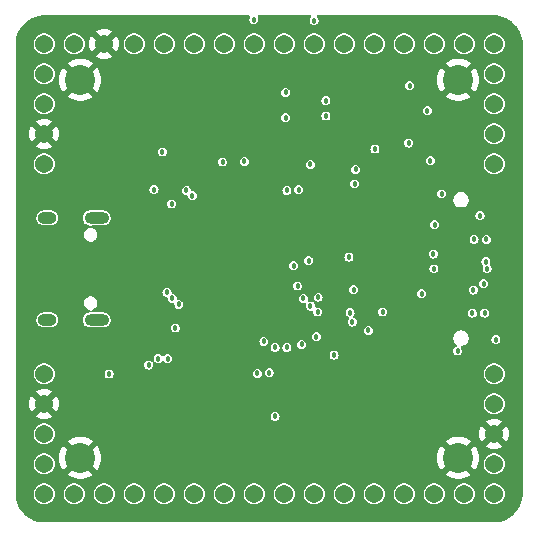
<source format=gbr>
%TF.GenerationSoftware,KiCad,Pcbnew,8.0.6-8.0.6-0~ubuntu24.04.1*%
%TF.CreationDate,2024-10-22T17:09:28-04:00*%
%TF.ProjectId,ta-expt-v2,74612d65-7870-4742-9d76-322e6b696361,rev?*%
%TF.SameCoordinates,Original*%
%TF.FileFunction,Copper,L3,Inr*%
%TF.FilePolarity,Positive*%
%FSLAX46Y46*%
G04 Gerber Fmt 4.6, Leading zero omitted, Abs format (unit mm)*
G04 Created by KiCad (PCBNEW 8.0.6-8.0.6-0~ubuntu24.04.1) date 2024-10-22 17:09:28*
%MOMM*%
%LPD*%
G01*
G04 APERTURE LIST*
%TA.AperFunction,ComponentPad*%
%ADD10O,2.100000X1.000000*%
%TD*%
%TA.AperFunction,ComponentPad*%
%ADD11O,1.600000X1.000000*%
%TD*%
%TA.AperFunction,ComponentPad*%
%ADD12C,1.540000*%
%TD*%
%TA.AperFunction,ComponentPad*%
%ADD13C,2.540000*%
%TD*%
%TA.AperFunction,ViaPad*%
%ADD14C,0.457200*%
%TD*%
G04 APERTURE END LIST*
D10*
%TO.N,unconnected-(J3-SHIELD-PadS1)*%
%TO.C,J3*%
X140390000Y-103680000D03*
D11*
X136210000Y-103680000D03*
D10*
X140390000Y-112320000D03*
D11*
X136210000Y-112320000D03*
%TD*%
D12*
%TO.N,VDD*%
%TO.C,J7*%
X135950000Y-116890000D03*
%TO.N,GND*%
X135950000Y-119430000D03*
%TO.N,/SWDIO*%
X135950000Y-121970000D03*
%TO.N,/SWCLK*%
X135950000Y-124510000D03*
%TD*%
%TO.N,unconnected-(J8-Pin_1-Pad1)*%
%TO.C,J8*%
X135950000Y-127050000D03*
%TO.N,unconnected-(J8-Pin_2-Pad2)*%
X138490000Y-127050000D03*
%TO.N,unconnected-(J8-Pin_3-Pad3)*%
X141030000Y-127050000D03*
%TO.N,unconnected-(J8-Pin_4-Pad4)*%
X143570000Y-127050000D03*
%TO.N,unconnected-(J8-Pin_5-Pad5)*%
X146110000Y-127050000D03*
%TO.N,unconnected-(J8-Pin_6-Pad6)*%
X148650000Y-127050000D03*
%TO.N,unconnected-(J8-Pin_7-Pad7)*%
X151190000Y-127050000D03*
%TO.N,/BOOT0*%
X153730000Y-127050000D03*
%TO.N,/LPUART_CTS*%
X156270000Y-127050000D03*
%TO.N,/LPUART_TX*%
X158810000Y-127050000D03*
%TO.N,/LPUART_RX*%
X161350000Y-127050000D03*
%TO.N,/LPUART_RTS*%
X163890000Y-127050000D03*
%TO.N,unconnected-(J8-Pin_13-Pad13)*%
X166430000Y-127050000D03*
%TO.N,unconnected-(J8-Pin_14-Pad14)*%
X168970000Y-127050000D03*
%TO.N,unconnected-(J8-Pin_15-Pad15)*%
X171510000Y-127050000D03*
%TO.N,unconnected-(J8-Pin_16-Pad16)*%
X174050000Y-127050000D03*
%TD*%
%TO.N,unconnected-(J1-Pin_2-Pad2)*%
%TO.C,J1*%
X174050000Y-124510000D03*
%TO.N,GND*%
X174050000Y-121970000D03*
%TO.N,unconnected-(J1-Pin_4-Pad4)*%
X174050000Y-119430000D03*
%TO.N,unconnected-(J1-Pin_5-Pad5)*%
X174050000Y-116890000D03*
%TD*%
%TO.N,unconnected-(J2-Pin_1-Pad1)*%
%TO.C,J2*%
X135950000Y-99110000D03*
%TO.N,GND*%
X135950000Y-96570000D03*
%TO.N,unconnected-(J2-Pin_3-Pad3)*%
X135950000Y-94030000D03*
%TO.N,unconnected-(J2-Pin_4-Pad4)*%
X135950000Y-91490000D03*
%TD*%
D13*
%TO.N,GND*%
%TO.C,J6*%
X139000000Y-92000000D03*
X171000000Y-92000000D03*
X139000000Y-124000000D03*
X171000000Y-124000000D03*
%TD*%
D12*
%TO.N,unconnected-(J4-Pin_2-Pad2)*%
%TO.C,J4*%
X174050000Y-99110000D03*
%TO.N,unconnected-(J4-Pin_3-Pad3)*%
X174050000Y-96570000D03*
%TO.N,unconnected-(J4-Pin_4-Pad4)*%
X174050000Y-94030000D03*
%TO.N,unconnected-(J4-Pin_5-Pad5)*%
X174050000Y-91490000D03*
%TD*%
%TO.N,unconnected-(J9-Pin_1-Pad1)*%
%TO.C,J9*%
X135950000Y-88950000D03*
%TO.N,unconnected-(J9-Pin_2-Pad2)*%
X138490000Y-88950000D03*
%TO.N,GND*%
X141030000Y-88950000D03*
%TO.N,unconnected-(J9-Pin_4-Pad4)*%
X143570000Y-88950000D03*
%TO.N,unconnected-(J9-Pin_5-Pad5)*%
X146110000Y-88950000D03*
%TO.N,unconnected-(J9-Pin_6-Pad6)*%
X148650000Y-88950000D03*
%TO.N,/NRST*%
X151190000Y-88950000D03*
%TO.N,/USART1_CK*%
X153730000Y-88950000D03*
%TO.N,/USART1_CTS*%
X156270000Y-88950000D03*
%TO.N,/USART1_TX*%
X158810000Y-88950000D03*
%TO.N,/USART1_RX*%
X161350000Y-88950000D03*
%TO.N,/USART1_RTS*%
X163890000Y-88950000D03*
%TO.N,unconnected-(J9-Pin_13-Pad13)*%
X166430000Y-88950000D03*
%TO.N,unconnected-(J9-Pin_14-Pad14)*%
X168970000Y-88950000D03*
%TO.N,unconnected-(J9-Pin_15-Pad15)*%
X171510000Y-88950000D03*
%TO.N,unconnected-(J9-Pin_16-Pad16)*%
X174050000Y-88950000D03*
%TD*%
D14*
%TO.N,/VDD_FILT*%
X155500000Y-120500000D03*
%TO.N,GND*%
X143200000Y-102400000D03*
X169800000Y-98950000D03*
X146100000Y-118700000D03*
X164400000Y-113200000D03*
X175700000Y-101700000D03*
X166450000Y-103400000D03*
X165950000Y-98950000D03*
X142400000Y-111350000D03*
X166400000Y-121850000D03*
X167700000Y-98950000D03*
X140350000Y-100100000D03*
X164300000Y-98900000D03*
X147500000Y-99100000D03*
X166850000Y-113200000D03*
X143350000Y-97000000D03*
X158500000Y-114600000D03*
X161900000Y-104500000D03*
X159500000Y-109500000D03*
X148000000Y-96700000D03*
X161900000Y-115300000D03*
X158500000Y-101350000D03*
X166400000Y-108400000D03*
X146400000Y-113500000D03*
X164250000Y-106500000D03*
X160700000Y-96300000D03*
X151750000Y-119250000D03*
X147500000Y-123900000D03*
X144950000Y-92650000D03*
X145600000Y-123900000D03*
X169800000Y-94650000D03*
X143900000Y-113900000D03*
X164100000Y-108200000D03*
X159100000Y-97400000D03*
X148800000Y-91200000D03*
X141350000Y-102500000D03*
X164250000Y-104700000D03*
%TO.N,/VDD_FILT*%
X160500000Y-115300000D03*
X158500000Y-99150000D03*
X156400000Y-95200000D03*
X169600000Y-101650000D03*
X166900000Y-92500000D03*
X145950000Y-98100000D03*
X141450000Y-116900000D03*
X168400000Y-94600000D03*
X147050000Y-113000000D03*
X159000000Y-113750000D03*
X162150000Y-109750000D03*
X168650000Y-98850000D03*
X145600000Y-115600000D03*
%TO.N,Net-(IC3-PC15-OSC32_OUT)*%
X163400000Y-113200000D03*
X164600000Y-111650000D03*
%TO.N,/NRST*%
X158350000Y-107300000D03*
X152900000Y-98900000D03*
%TO.N,/LDO_OUT*%
X161850000Y-111700000D03*
X151050000Y-98950000D03*
X159150000Y-110400000D03*
X157075000Y-107725000D03*
%TO.N,/USART1_RX*%
X147350000Y-111000000D03*
%TO.N,/I2C3_SDA*%
X173350000Y-107400000D03*
X154000000Y-116850000D03*
%TO.N,/DCMI_VSYNC*%
X155500000Y-114650000D03*
X172350000Y-105500000D03*
%TO.N,/QUADSPI_BK2_IO2*%
X162330500Y-99569500D03*
X159800000Y-95050000D03*
%TO.N,/DCMI_D5*%
X155000000Y-116800000D03*
X174200000Y-114000000D03*
%TO.N,/LPUART_TX*%
X148000000Y-101350000D03*
%TO.N,/DCMI_D8*%
X158500000Y-111150000D03*
X173450000Y-108000000D03*
%TO.N,/LPUART_CTS*%
X146750000Y-102500000D03*
%TO.N,/USART1_TX*%
X146800000Y-110500000D03*
X158800000Y-87000000D03*
%TO.N,/DCMI_D7*%
X157750000Y-114400000D03*
X172300000Y-109800000D03*
%TO.N,/I2C3_SCL*%
X161750000Y-107000000D03*
X169000000Y-104250000D03*
%TO.N,/LPUART_RX*%
X148500000Y-101800000D03*
%TO.N,/Control*%
X172850000Y-103500000D03*
X167900000Y-110100000D03*
X162050000Y-112500000D03*
X156400000Y-93050000D03*
%TO.N,/SWCLK*%
X144800000Y-116150000D03*
X146400000Y-115600000D03*
%TO.N,/DCMI_D9*%
X154550000Y-114150000D03*
X168950000Y-108000000D03*
%TO.N,/USART1_CK*%
X146350000Y-110000000D03*
X153700000Y-86900000D03*
%TO.N,/DCMI_D4*%
X170950000Y-114950000D03*
X159100000Y-111650000D03*
%TO.N,/LPUART_RTS*%
X145250000Y-101300000D03*
%TO.N,/DCMI_PIXCLK*%
X168900000Y-106750000D03*
X156500000Y-101350000D03*
%TO.N,/DCMI_HSYNC*%
X157500000Y-101300000D03*
X173400000Y-105500000D03*
%TO.N,/DCMI_D2*%
X157400000Y-109450000D03*
X173250000Y-111750000D03*
%TO.N,/QUADSPI_BK2_IO1*%
X163950000Y-97850000D03*
X159800000Y-93750000D03*
%TO.N,/QUADSPI_BK1_NCS*%
X162250000Y-100800000D03*
X166800000Y-97350000D03*
%TO.N,/DCMI_D6*%
X156500000Y-114650000D03*
X173150000Y-109250000D03*
%TO.N,/DCMI_D3*%
X157900000Y-110500000D03*
X172200000Y-111750000D03*
%TD*%
%TA.AperFunction,Conductor*%
%TO.N,GND*%
G36*
X153331828Y-86545185D02*
G01*
X153377583Y-86597989D01*
X153387527Y-86667147D01*
X153375274Y-86705795D01*
X153336498Y-86781894D01*
X153336498Y-86781895D01*
X153317794Y-86899996D01*
X153317794Y-86900003D01*
X153336498Y-87018104D01*
X153336498Y-87018105D01*
X153390790Y-87124657D01*
X153475342Y-87209209D01*
X153475344Y-87209210D01*
X153475345Y-87209211D01*
X153581892Y-87263500D01*
X153581893Y-87263500D01*
X153581895Y-87263501D01*
X153699997Y-87282206D01*
X153700000Y-87282206D01*
X153700003Y-87282206D01*
X153818104Y-87263501D01*
X153818105Y-87263501D01*
X153818106Y-87263500D01*
X153818108Y-87263500D01*
X153924655Y-87209211D01*
X154009211Y-87124655D01*
X154063500Y-87018108D01*
X154063500Y-87018106D01*
X154063501Y-87018105D01*
X154063501Y-87018104D01*
X154082206Y-86900003D01*
X154082206Y-86899996D01*
X154063501Y-86781895D01*
X154063501Y-86781894D01*
X154055584Y-86766356D01*
X154024725Y-86705794D01*
X154011830Y-86637126D01*
X154038106Y-86572385D01*
X154095212Y-86532128D01*
X154135211Y-86525500D01*
X158441271Y-86525500D01*
X158508310Y-86545185D01*
X158554065Y-86597989D01*
X158564009Y-86667147D01*
X158534984Y-86730703D01*
X158528952Y-86737181D01*
X158490790Y-86775342D01*
X158436498Y-86881894D01*
X158436498Y-86881895D01*
X158417794Y-86999996D01*
X158417794Y-87000003D01*
X158436498Y-87118104D01*
X158436498Y-87118105D01*
X158490790Y-87224657D01*
X158575342Y-87309209D01*
X158575344Y-87309210D01*
X158575345Y-87309211D01*
X158681892Y-87363500D01*
X158681893Y-87363500D01*
X158681895Y-87363501D01*
X158799997Y-87382206D01*
X158800000Y-87382206D01*
X158800003Y-87382206D01*
X158918104Y-87363501D01*
X158918105Y-87363501D01*
X158918106Y-87363500D01*
X158918108Y-87363500D01*
X159024655Y-87309211D01*
X159109211Y-87224655D01*
X159163500Y-87118108D01*
X159163500Y-87118106D01*
X159163501Y-87118105D01*
X159163501Y-87118104D01*
X159182206Y-87000003D01*
X159182206Y-86999996D01*
X159163501Y-86881895D01*
X159163501Y-86881894D01*
X159112548Y-86781895D01*
X159109211Y-86775345D01*
X159109210Y-86775344D01*
X159109209Y-86775342D01*
X159071048Y-86737181D01*
X159037563Y-86675858D01*
X159042547Y-86606166D01*
X159084419Y-86550233D01*
X159149883Y-86525816D01*
X159158729Y-86525500D01*
X173933069Y-86525500D01*
X173935677Y-86525891D01*
X173952122Y-86525628D01*
X173952124Y-86525630D01*
X173956863Y-86525554D01*
X173963887Y-86525642D01*
X174236256Y-86536882D01*
X174250366Y-86538277D01*
X174516074Y-86579993D01*
X174529932Y-86582989D01*
X174789145Y-86654789D01*
X174802575Y-86659351D01*
X175051885Y-86760290D01*
X175064697Y-86766351D01*
X175300856Y-86895116D01*
X175312898Y-86902606D01*
X175532789Y-87057496D01*
X175543901Y-87066316D01*
X175744665Y-87245317D01*
X175754682Y-87255334D01*
X175851123Y-87363500D01*
X175933682Y-87456097D01*
X175942503Y-87467210D01*
X176097391Y-87687098D01*
X176104885Y-87699146D01*
X176233643Y-87935292D01*
X176239711Y-87948118D01*
X176340648Y-88197426D01*
X176345211Y-88210859D01*
X176417008Y-88470062D01*
X176420007Y-88483931D01*
X176461721Y-88749629D01*
X176463117Y-88763748D01*
X176474356Y-89036078D01*
X176474445Y-89043167D01*
X176474107Y-89064322D01*
X176474500Y-89066930D01*
X176474500Y-126933146D01*
X176474108Y-126935761D01*
X176474444Y-126956836D01*
X176474355Y-126963921D01*
X176463117Y-127236251D01*
X176461721Y-127250370D01*
X176420007Y-127516068D01*
X176417008Y-127529937D01*
X176345211Y-127789140D01*
X176340648Y-127802573D01*
X176239711Y-128051881D01*
X176233643Y-128064707D01*
X176104885Y-128300853D01*
X176097391Y-128312901D01*
X175942503Y-128532789D01*
X175933682Y-128543902D01*
X175754690Y-128744657D01*
X175744657Y-128754690D01*
X175543902Y-128933682D01*
X175532789Y-128942503D01*
X175312901Y-129097391D01*
X175300853Y-129104885D01*
X175064707Y-129233643D01*
X175051881Y-129239711D01*
X174802573Y-129340648D01*
X174789140Y-129345211D01*
X174529937Y-129417008D01*
X174516068Y-129420007D01*
X174250370Y-129461721D01*
X174236251Y-129463117D01*
X173963920Y-129474356D01*
X173956831Y-129474445D01*
X173935678Y-129474107D01*
X173933069Y-129474500D01*
X136066931Y-129474500D01*
X136064321Y-129474107D01*
X136043168Y-129474445D01*
X136036079Y-129474356D01*
X135763748Y-129463117D01*
X135749629Y-129461721D01*
X135483931Y-129420007D01*
X135470062Y-129417008D01*
X135210859Y-129345211D01*
X135197426Y-129340648D01*
X134948118Y-129239711D01*
X134935292Y-129233643D01*
X134912513Y-129221223D01*
X134699146Y-129104885D01*
X134687098Y-129097391D01*
X134467210Y-128942503D01*
X134456097Y-128933682D01*
X134405262Y-128888358D01*
X134255334Y-128754682D01*
X134245317Y-128744665D01*
X134066316Y-128543901D01*
X134057496Y-128532789D01*
X133902608Y-128312901D01*
X133895114Y-128300853D01*
X133846182Y-128211110D01*
X133766351Y-128064697D01*
X133760288Y-128051881D01*
X133718027Y-127947500D01*
X133659351Y-127802573D01*
X133654788Y-127789140D01*
X133635815Y-127720645D01*
X133582989Y-127529932D01*
X133579992Y-127516068D01*
X133564447Y-127417057D01*
X133538277Y-127250366D01*
X133536882Y-127236251D01*
X133529196Y-127050000D01*
X135047556Y-127050000D01*
X135067277Y-127237630D01*
X135125575Y-127417055D01*
X135219906Y-127580442D01*
X135346144Y-127720645D01*
X135346147Y-127720647D01*
X135498778Y-127831539D01*
X135671124Y-127908273D01*
X135671129Y-127908275D01*
X135855669Y-127947500D01*
X135855670Y-127947500D01*
X136044329Y-127947500D01*
X136044331Y-127947500D01*
X136228871Y-127908275D01*
X136401222Y-127831539D01*
X136553853Y-127720647D01*
X136680093Y-127580443D01*
X136774424Y-127417057D01*
X136832723Y-127237629D01*
X136852444Y-127050000D01*
X137587556Y-127050000D01*
X137607277Y-127237630D01*
X137665575Y-127417055D01*
X137759906Y-127580442D01*
X137886144Y-127720645D01*
X137886147Y-127720647D01*
X138038778Y-127831539D01*
X138211124Y-127908273D01*
X138211129Y-127908275D01*
X138395669Y-127947500D01*
X138395670Y-127947500D01*
X138584329Y-127947500D01*
X138584331Y-127947500D01*
X138768871Y-127908275D01*
X138941222Y-127831539D01*
X139093853Y-127720647D01*
X139220093Y-127580443D01*
X139314424Y-127417057D01*
X139372723Y-127237629D01*
X139392444Y-127050000D01*
X140127556Y-127050000D01*
X140147277Y-127237630D01*
X140205575Y-127417055D01*
X140299906Y-127580442D01*
X140426144Y-127720645D01*
X140426147Y-127720647D01*
X140578778Y-127831539D01*
X140751124Y-127908273D01*
X140751129Y-127908275D01*
X140935669Y-127947500D01*
X140935670Y-127947500D01*
X141124329Y-127947500D01*
X141124331Y-127947500D01*
X141308871Y-127908275D01*
X141481222Y-127831539D01*
X141633853Y-127720647D01*
X141760093Y-127580443D01*
X141854424Y-127417057D01*
X141912723Y-127237629D01*
X141932444Y-127050000D01*
X142667556Y-127050000D01*
X142687277Y-127237630D01*
X142745575Y-127417055D01*
X142839906Y-127580442D01*
X142966144Y-127720645D01*
X142966147Y-127720647D01*
X143118778Y-127831539D01*
X143291124Y-127908273D01*
X143291129Y-127908275D01*
X143475669Y-127947500D01*
X143475670Y-127947500D01*
X143664329Y-127947500D01*
X143664331Y-127947500D01*
X143848871Y-127908275D01*
X144021222Y-127831539D01*
X144173853Y-127720647D01*
X144300093Y-127580443D01*
X144394424Y-127417057D01*
X144452723Y-127237629D01*
X144472444Y-127050000D01*
X145207556Y-127050000D01*
X145227277Y-127237630D01*
X145285575Y-127417055D01*
X145379906Y-127580442D01*
X145506144Y-127720645D01*
X145506147Y-127720647D01*
X145658778Y-127831539D01*
X145831124Y-127908273D01*
X145831129Y-127908275D01*
X146015669Y-127947500D01*
X146015670Y-127947500D01*
X146204329Y-127947500D01*
X146204331Y-127947500D01*
X146388871Y-127908275D01*
X146561222Y-127831539D01*
X146713853Y-127720647D01*
X146840093Y-127580443D01*
X146934424Y-127417057D01*
X146992723Y-127237629D01*
X147012444Y-127050000D01*
X147747556Y-127050000D01*
X147767277Y-127237630D01*
X147825575Y-127417055D01*
X147919906Y-127580442D01*
X148046144Y-127720645D01*
X148046147Y-127720647D01*
X148198778Y-127831539D01*
X148371124Y-127908273D01*
X148371129Y-127908275D01*
X148555669Y-127947500D01*
X148555670Y-127947500D01*
X148744329Y-127947500D01*
X148744331Y-127947500D01*
X148928871Y-127908275D01*
X149101222Y-127831539D01*
X149253853Y-127720647D01*
X149380093Y-127580443D01*
X149474424Y-127417057D01*
X149532723Y-127237629D01*
X149552444Y-127050000D01*
X150287556Y-127050000D01*
X150307277Y-127237630D01*
X150365575Y-127417055D01*
X150459906Y-127580442D01*
X150586144Y-127720645D01*
X150586147Y-127720647D01*
X150738778Y-127831539D01*
X150911124Y-127908273D01*
X150911129Y-127908275D01*
X151095669Y-127947500D01*
X151095670Y-127947500D01*
X151284329Y-127947500D01*
X151284331Y-127947500D01*
X151468871Y-127908275D01*
X151641222Y-127831539D01*
X151793853Y-127720647D01*
X151920093Y-127580443D01*
X152014424Y-127417057D01*
X152072723Y-127237629D01*
X152092444Y-127050000D01*
X152827556Y-127050000D01*
X152847277Y-127237630D01*
X152905575Y-127417055D01*
X152999906Y-127580442D01*
X153126144Y-127720645D01*
X153126147Y-127720647D01*
X153278778Y-127831539D01*
X153451124Y-127908273D01*
X153451129Y-127908275D01*
X153635669Y-127947500D01*
X153635670Y-127947500D01*
X153824329Y-127947500D01*
X153824331Y-127947500D01*
X154008871Y-127908275D01*
X154181222Y-127831539D01*
X154333853Y-127720647D01*
X154460093Y-127580443D01*
X154554424Y-127417057D01*
X154612723Y-127237629D01*
X154632444Y-127050000D01*
X155367556Y-127050000D01*
X155387277Y-127237630D01*
X155445575Y-127417055D01*
X155539906Y-127580442D01*
X155666144Y-127720645D01*
X155666147Y-127720647D01*
X155818778Y-127831539D01*
X155991124Y-127908273D01*
X155991129Y-127908275D01*
X156175669Y-127947500D01*
X156175670Y-127947500D01*
X156364329Y-127947500D01*
X156364331Y-127947500D01*
X156548871Y-127908275D01*
X156721222Y-127831539D01*
X156873853Y-127720647D01*
X157000093Y-127580443D01*
X157094424Y-127417057D01*
X157152723Y-127237629D01*
X157172444Y-127050000D01*
X157907556Y-127050000D01*
X157927277Y-127237630D01*
X157985575Y-127417055D01*
X158079906Y-127580442D01*
X158206144Y-127720645D01*
X158206147Y-127720647D01*
X158358778Y-127831539D01*
X158531124Y-127908273D01*
X158531129Y-127908275D01*
X158715669Y-127947500D01*
X158715670Y-127947500D01*
X158904329Y-127947500D01*
X158904331Y-127947500D01*
X159088871Y-127908275D01*
X159261222Y-127831539D01*
X159413853Y-127720647D01*
X159540093Y-127580443D01*
X159634424Y-127417057D01*
X159692723Y-127237629D01*
X159712444Y-127050000D01*
X160447556Y-127050000D01*
X160467277Y-127237630D01*
X160525575Y-127417055D01*
X160619906Y-127580442D01*
X160746144Y-127720645D01*
X160746147Y-127720647D01*
X160898778Y-127831539D01*
X161071124Y-127908273D01*
X161071129Y-127908275D01*
X161255669Y-127947500D01*
X161255670Y-127947500D01*
X161444329Y-127947500D01*
X161444331Y-127947500D01*
X161628871Y-127908275D01*
X161801222Y-127831539D01*
X161953853Y-127720647D01*
X162080093Y-127580443D01*
X162174424Y-127417057D01*
X162232723Y-127237629D01*
X162252444Y-127050000D01*
X162987556Y-127050000D01*
X163007277Y-127237630D01*
X163065575Y-127417055D01*
X163159906Y-127580442D01*
X163286144Y-127720645D01*
X163286147Y-127720647D01*
X163438778Y-127831539D01*
X163611124Y-127908273D01*
X163611129Y-127908275D01*
X163795669Y-127947500D01*
X163795670Y-127947500D01*
X163984329Y-127947500D01*
X163984331Y-127947500D01*
X164168871Y-127908275D01*
X164341222Y-127831539D01*
X164493853Y-127720647D01*
X164620093Y-127580443D01*
X164714424Y-127417057D01*
X164772723Y-127237629D01*
X164792444Y-127050000D01*
X165527556Y-127050000D01*
X165547277Y-127237630D01*
X165605575Y-127417055D01*
X165699906Y-127580442D01*
X165826144Y-127720645D01*
X165826147Y-127720647D01*
X165978778Y-127831539D01*
X166151124Y-127908273D01*
X166151129Y-127908275D01*
X166335669Y-127947500D01*
X166335670Y-127947500D01*
X166524329Y-127947500D01*
X166524331Y-127947500D01*
X166708871Y-127908275D01*
X166881222Y-127831539D01*
X167033853Y-127720647D01*
X167160093Y-127580443D01*
X167254424Y-127417057D01*
X167312723Y-127237629D01*
X167332444Y-127050000D01*
X168067556Y-127050000D01*
X168087277Y-127237630D01*
X168145575Y-127417055D01*
X168239906Y-127580442D01*
X168366144Y-127720645D01*
X168366147Y-127720647D01*
X168518778Y-127831539D01*
X168691124Y-127908273D01*
X168691129Y-127908275D01*
X168875669Y-127947500D01*
X168875670Y-127947500D01*
X169064329Y-127947500D01*
X169064331Y-127947500D01*
X169248871Y-127908275D01*
X169421222Y-127831539D01*
X169573853Y-127720647D01*
X169700093Y-127580443D01*
X169794424Y-127417057D01*
X169852723Y-127237629D01*
X169872444Y-127050000D01*
X170607556Y-127050000D01*
X170627277Y-127237630D01*
X170685575Y-127417055D01*
X170779906Y-127580442D01*
X170906144Y-127720645D01*
X170906147Y-127720647D01*
X171058778Y-127831539D01*
X171231124Y-127908273D01*
X171231129Y-127908275D01*
X171415669Y-127947500D01*
X171415670Y-127947500D01*
X171604329Y-127947500D01*
X171604331Y-127947500D01*
X171788871Y-127908275D01*
X171961222Y-127831539D01*
X172113853Y-127720647D01*
X172240093Y-127580443D01*
X172334424Y-127417057D01*
X172392723Y-127237629D01*
X172412444Y-127050000D01*
X173147556Y-127050000D01*
X173167277Y-127237630D01*
X173225575Y-127417055D01*
X173319906Y-127580442D01*
X173446144Y-127720645D01*
X173446147Y-127720647D01*
X173598778Y-127831539D01*
X173771124Y-127908273D01*
X173771129Y-127908275D01*
X173955669Y-127947500D01*
X173955670Y-127947500D01*
X174144329Y-127947500D01*
X174144331Y-127947500D01*
X174328871Y-127908275D01*
X174501222Y-127831539D01*
X174653853Y-127720647D01*
X174780093Y-127580443D01*
X174874424Y-127417057D01*
X174932723Y-127237629D01*
X174952444Y-127050000D01*
X174932723Y-126862371D01*
X174874424Y-126682943D01*
X174780093Y-126519557D01*
X174653855Y-126379354D01*
X174577537Y-126323907D01*
X174501222Y-126268461D01*
X174501220Y-126268460D01*
X174501221Y-126268460D01*
X174328875Y-126191726D01*
X174328870Y-126191724D01*
X174183555Y-126160837D01*
X174144331Y-126152500D01*
X173955669Y-126152500D01*
X173923320Y-126159375D01*
X173771129Y-126191724D01*
X173771124Y-126191726D01*
X173598779Y-126268460D01*
X173446144Y-126379354D01*
X173319906Y-126519557D01*
X173225575Y-126682944D01*
X173167277Y-126862369D01*
X173147556Y-127050000D01*
X172412444Y-127050000D01*
X172392723Y-126862371D01*
X172334424Y-126682943D01*
X172240093Y-126519557D01*
X172113855Y-126379354D01*
X172037537Y-126323907D01*
X171961222Y-126268461D01*
X171961220Y-126268460D01*
X171961221Y-126268460D01*
X171788875Y-126191726D01*
X171788870Y-126191724D01*
X171643555Y-126160837D01*
X171604331Y-126152500D01*
X171415669Y-126152500D01*
X171383320Y-126159375D01*
X171231129Y-126191724D01*
X171231124Y-126191726D01*
X171058779Y-126268460D01*
X170906144Y-126379354D01*
X170779906Y-126519557D01*
X170685575Y-126682944D01*
X170627277Y-126862369D01*
X170607556Y-127050000D01*
X169872444Y-127050000D01*
X169852723Y-126862371D01*
X169794424Y-126682943D01*
X169700093Y-126519557D01*
X169573855Y-126379354D01*
X169497537Y-126323907D01*
X169421222Y-126268461D01*
X169421220Y-126268460D01*
X169421221Y-126268460D01*
X169248875Y-126191726D01*
X169248870Y-126191724D01*
X169103555Y-126160837D01*
X169064331Y-126152500D01*
X168875669Y-126152500D01*
X168843320Y-126159375D01*
X168691129Y-126191724D01*
X168691124Y-126191726D01*
X168518779Y-126268460D01*
X168366144Y-126379354D01*
X168239906Y-126519557D01*
X168145575Y-126682944D01*
X168087277Y-126862369D01*
X168067556Y-127050000D01*
X167332444Y-127050000D01*
X167312723Y-126862371D01*
X167254424Y-126682943D01*
X167160093Y-126519557D01*
X167033855Y-126379354D01*
X166957537Y-126323907D01*
X166881222Y-126268461D01*
X166881220Y-126268460D01*
X166881221Y-126268460D01*
X166708875Y-126191726D01*
X166708870Y-126191724D01*
X166563555Y-126160837D01*
X166524331Y-126152500D01*
X166335669Y-126152500D01*
X166303320Y-126159375D01*
X166151129Y-126191724D01*
X166151124Y-126191726D01*
X165978779Y-126268460D01*
X165826144Y-126379354D01*
X165699906Y-126519557D01*
X165605575Y-126682944D01*
X165547277Y-126862369D01*
X165527556Y-127050000D01*
X164792444Y-127050000D01*
X164772723Y-126862371D01*
X164714424Y-126682943D01*
X164620093Y-126519557D01*
X164493855Y-126379354D01*
X164417537Y-126323907D01*
X164341222Y-126268461D01*
X164341220Y-126268460D01*
X164341221Y-126268460D01*
X164168875Y-126191726D01*
X164168870Y-126191724D01*
X164023555Y-126160837D01*
X163984331Y-126152500D01*
X163795669Y-126152500D01*
X163763320Y-126159375D01*
X163611129Y-126191724D01*
X163611124Y-126191726D01*
X163438779Y-126268460D01*
X163286144Y-126379354D01*
X163159906Y-126519557D01*
X163065575Y-126682944D01*
X163007277Y-126862369D01*
X162987556Y-127050000D01*
X162252444Y-127050000D01*
X162232723Y-126862371D01*
X162174424Y-126682943D01*
X162080093Y-126519557D01*
X161953855Y-126379354D01*
X161877537Y-126323907D01*
X161801222Y-126268461D01*
X161801220Y-126268460D01*
X161801221Y-126268460D01*
X161628875Y-126191726D01*
X161628870Y-126191724D01*
X161483555Y-126160837D01*
X161444331Y-126152500D01*
X161255669Y-126152500D01*
X161223320Y-126159375D01*
X161071129Y-126191724D01*
X161071124Y-126191726D01*
X160898779Y-126268460D01*
X160746144Y-126379354D01*
X160619906Y-126519557D01*
X160525575Y-126682944D01*
X160467277Y-126862369D01*
X160447556Y-127050000D01*
X159712444Y-127050000D01*
X159692723Y-126862371D01*
X159634424Y-126682943D01*
X159540093Y-126519557D01*
X159413855Y-126379354D01*
X159337537Y-126323907D01*
X159261222Y-126268461D01*
X159261220Y-126268460D01*
X159261221Y-126268460D01*
X159088875Y-126191726D01*
X159088870Y-126191724D01*
X158943555Y-126160837D01*
X158904331Y-126152500D01*
X158715669Y-126152500D01*
X158683320Y-126159375D01*
X158531129Y-126191724D01*
X158531124Y-126191726D01*
X158358779Y-126268460D01*
X158206144Y-126379354D01*
X158079906Y-126519557D01*
X157985575Y-126682944D01*
X157927277Y-126862369D01*
X157907556Y-127050000D01*
X157172444Y-127050000D01*
X157152723Y-126862371D01*
X157094424Y-126682943D01*
X157000093Y-126519557D01*
X156873855Y-126379354D01*
X156797537Y-126323907D01*
X156721222Y-126268461D01*
X156721220Y-126268460D01*
X156721221Y-126268460D01*
X156548875Y-126191726D01*
X156548870Y-126191724D01*
X156403555Y-126160837D01*
X156364331Y-126152500D01*
X156175669Y-126152500D01*
X156143320Y-126159375D01*
X155991129Y-126191724D01*
X155991124Y-126191726D01*
X155818779Y-126268460D01*
X155666144Y-126379354D01*
X155539906Y-126519557D01*
X155445575Y-126682944D01*
X155387277Y-126862369D01*
X155367556Y-127050000D01*
X154632444Y-127050000D01*
X154612723Y-126862371D01*
X154554424Y-126682943D01*
X154460093Y-126519557D01*
X154333855Y-126379354D01*
X154257537Y-126323907D01*
X154181222Y-126268461D01*
X154181220Y-126268460D01*
X154181221Y-126268460D01*
X154008875Y-126191726D01*
X154008870Y-126191724D01*
X153863555Y-126160837D01*
X153824331Y-126152500D01*
X153635669Y-126152500D01*
X153603320Y-126159375D01*
X153451129Y-126191724D01*
X153451124Y-126191726D01*
X153278779Y-126268460D01*
X153126144Y-126379354D01*
X152999906Y-126519557D01*
X152905575Y-126682944D01*
X152847277Y-126862369D01*
X152827556Y-127050000D01*
X152092444Y-127050000D01*
X152072723Y-126862371D01*
X152014424Y-126682943D01*
X151920093Y-126519557D01*
X151793855Y-126379354D01*
X151717537Y-126323907D01*
X151641222Y-126268461D01*
X151641220Y-126268460D01*
X151641221Y-126268460D01*
X151468875Y-126191726D01*
X151468870Y-126191724D01*
X151323555Y-126160837D01*
X151284331Y-126152500D01*
X151095669Y-126152500D01*
X151063320Y-126159375D01*
X150911129Y-126191724D01*
X150911124Y-126191726D01*
X150738779Y-126268460D01*
X150586144Y-126379354D01*
X150459906Y-126519557D01*
X150365575Y-126682944D01*
X150307277Y-126862369D01*
X150287556Y-127050000D01*
X149552444Y-127050000D01*
X149532723Y-126862371D01*
X149474424Y-126682943D01*
X149380093Y-126519557D01*
X149253855Y-126379354D01*
X149177537Y-126323907D01*
X149101222Y-126268461D01*
X149101220Y-126268460D01*
X149101221Y-126268460D01*
X148928875Y-126191726D01*
X148928870Y-126191724D01*
X148783555Y-126160837D01*
X148744331Y-126152500D01*
X148555669Y-126152500D01*
X148523320Y-126159375D01*
X148371129Y-126191724D01*
X148371124Y-126191726D01*
X148198779Y-126268460D01*
X148046144Y-126379354D01*
X147919906Y-126519557D01*
X147825575Y-126682944D01*
X147767277Y-126862369D01*
X147747556Y-127050000D01*
X147012444Y-127050000D01*
X146992723Y-126862371D01*
X146934424Y-126682943D01*
X146840093Y-126519557D01*
X146713855Y-126379354D01*
X146637537Y-126323907D01*
X146561222Y-126268461D01*
X146561220Y-126268460D01*
X146561221Y-126268460D01*
X146388875Y-126191726D01*
X146388870Y-126191724D01*
X146243555Y-126160837D01*
X146204331Y-126152500D01*
X146015669Y-126152500D01*
X145983320Y-126159375D01*
X145831129Y-126191724D01*
X145831124Y-126191726D01*
X145658779Y-126268460D01*
X145506144Y-126379354D01*
X145379906Y-126519557D01*
X145285575Y-126682944D01*
X145227277Y-126862369D01*
X145207556Y-127050000D01*
X144472444Y-127050000D01*
X144452723Y-126862371D01*
X144394424Y-126682943D01*
X144300093Y-126519557D01*
X144173855Y-126379354D01*
X144097537Y-126323907D01*
X144021222Y-126268461D01*
X144021220Y-126268460D01*
X144021221Y-126268460D01*
X143848875Y-126191726D01*
X143848870Y-126191724D01*
X143703555Y-126160837D01*
X143664331Y-126152500D01*
X143475669Y-126152500D01*
X143443320Y-126159375D01*
X143291129Y-126191724D01*
X143291124Y-126191726D01*
X143118779Y-126268460D01*
X142966144Y-126379354D01*
X142839906Y-126519557D01*
X142745575Y-126682944D01*
X142687277Y-126862369D01*
X142667556Y-127050000D01*
X141932444Y-127050000D01*
X141912723Y-126862371D01*
X141854424Y-126682943D01*
X141760093Y-126519557D01*
X141633855Y-126379354D01*
X141557537Y-126323907D01*
X141481222Y-126268461D01*
X141481220Y-126268460D01*
X141481221Y-126268460D01*
X141308875Y-126191726D01*
X141308870Y-126191724D01*
X141163555Y-126160837D01*
X141124331Y-126152500D01*
X140935669Y-126152500D01*
X140903320Y-126159375D01*
X140751129Y-126191724D01*
X140751124Y-126191726D01*
X140578779Y-126268460D01*
X140426144Y-126379354D01*
X140299906Y-126519557D01*
X140205575Y-126682944D01*
X140147277Y-126862369D01*
X140127556Y-127050000D01*
X139392444Y-127050000D01*
X139372723Y-126862371D01*
X139314424Y-126682943D01*
X139220093Y-126519557D01*
X139093855Y-126379354D01*
X139017537Y-126323907D01*
X138941222Y-126268461D01*
X138941220Y-126268460D01*
X138941221Y-126268460D01*
X138768875Y-126191726D01*
X138768870Y-126191724D01*
X138623555Y-126160837D01*
X138584331Y-126152500D01*
X138395669Y-126152500D01*
X138363320Y-126159375D01*
X138211129Y-126191724D01*
X138211124Y-126191726D01*
X138038779Y-126268460D01*
X137886144Y-126379354D01*
X137759906Y-126519557D01*
X137665575Y-126682944D01*
X137607277Y-126862369D01*
X137587556Y-127050000D01*
X136852444Y-127050000D01*
X136832723Y-126862371D01*
X136774424Y-126682943D01*
X136680093Y-126519557D01*
X136553855Y-126379354D01*
X136477537Y-126323907D01*
X136401222Y-126268461D01*
X136401220Y-126268460D01*
X136401221Y-126268460D01*
X136228875Y-126191726D01*
X136228870Y-126191724D01*
X136083555Y-126160837D01*
X136044331Y-126152500D01*
X135855669Y-126152500D01*
X135823320Y-126159375D01*
X135671129Y-126191724D01*
X135671124Y-126191726D01*
X135498779Y-126268460D01*
X135346144Y-126379354D01*
X135219906Y-126519557D01*
X135125575Y-126682944D01*
X135067277Y-126862369D01*
X135047556Y-127050000D01*
X133529196Y-127050000D01*
X133525644Y-126963921D01*
X133525555Y-126956831D01*
X133525890Y-126935759D01*
X133525500Y-126933146D01*
X133525500Y-124510000D01*
X135047556Y-124510000D01*
X135067277Y-124697630D01*
X135125575Y-124877055D01*
X135219906Y-125040442D01*
X135346144Y-125180645D01*
X135346147Y-125180647D01*
X135498778Y-125291539D01*
X135671124Y-125368273D01*
X135671129Y-125368275D01*
X135855669Y-125407500D01*
X135855670Y-125407500D01*
X136044329Y-125407500D01*
X136044331Y-125407500D01*
X136228871Y-125368275D01*
X136401222Y-125291539D01*
X136553853Y-125180647D01*
X136680093Y-125040443D01*
X136774424Y-124877057D01*
X136832723Y-124697629D01*
X136852444Y-124510000D01*
X136832723Y-124322371D01*
X136774424Y-124142943D01*
X136691893Y-123999995D01*
X137225037Y-123999995D01*
X137225037Y-124000004D01*
X137244860Y-124264535D01*
X137244861Y-124264540D01*
X137303890Y-124523166D01*
X137303896Y-124523185D01*
X137400814Y-124770128D01*
X137400813Y-124770128D01*
X137533457Y-124999871D01*
X137583642Y-125062803D01*
X137583643Y-125062803D01*
X138070868Y-124575577D01*
X138168595Y-124710087D01*
X138289913Y-124831405D01*
X138424420Y-124929130D01*
X137936438Y-125417112D01*
X138112525Y-125537166D01*
X138112526Y-125537167D01*
X138351530Y-125652264D01*
X138351528Y-125652264D01*
X138605025Y-125730458D01*
X138605031Y-125730459D01*
X138867351Y-125769999D01*
X138867358Y-125770000D01*
X139132642Y-125770000D01*
X139132648Y-125769999D01*
X139394968Y-125730459D01*
X139394974Y-125730458D01*
X139648470Y-125652264D01*
X139887479Y-125537164D01*
X140063560Y-125417112D01*
X139575578Y-124929130D01*
X139710087Y-124831405D01*
X139831405Y-124710087D01*
X139929130Y-124575578D01*
X140416355Y-125062803D01*
X140416356Y-125062802D01*
X140466545Y-124999869D01*
X140599185Y-124770128D01*
X140696103Y-124523185D01*
X140696109Y-124523166D01*
X140755138Y-124264540D01*
X140755139Y-124264535D01*
X140774963Y-124000004D01*
X140774963Y-123999995D01*
X169225037Y-123999995D01*
X169225037Y-124000004D01*
X169244860Y-124264535D01*
X169244861Y-124264540D01*
X169303890Y-124523166D01*
X169303896Y-124523185D01*
X169400814Y-124770128D01*
X169400813Y-124770128D01*
X169533457Y-124999871D01*
X169583642Y-125062803D01*
X169583643Y-125062803D01*
X170070868Y-124575577D01*
X170168595Y-124710087D01*
X170289913Y-124831405D01*
X170424420Y-124929130D01*
X169936438Y-125417112D01*
X170112525Y-125537166D01*
X170112526Y-125537167D01*
X170351530Y-125652264D01*
X170351528Y-125652264D01*
X170605025Y-125730458D01*
X170605031Y-125730459D01*
X170867351Y-125769999D01*
X170867358Y-125770000D01*
X171132642Y-125770000D01*
X171132648Y-125769999D01*
X171394968Y-125730459D01*
X171394974Y-125730458D01*
X171648470Y-125652264D01*
X171887479Y-125537164D01*
X172063560Y-125417112D01*
X171575578Y-124929130D01*
X171710087Y-124831405D01*
X171831405Y-124710087D01*
X171929130Y-124575578D01*
X172416355Y-125062803D01*
X172416356Y-125062802D01*
X172466545Y-124999869D01*
X172599185Y-124770128D01*
X172696103Y-124523185D01*
X172696109Y-124523166D01*
X172699114Y-124510000D01*
X173147556Y-124510000D01*
X173167277Y-124697630D01*
X173225575Y-124877055D01*
X173319906Y-125040442D01*
X173446144Y-125180645D01*
X173446147Y-125180647D01*
X173598778Y-125291539D01*
X173771124Y-125368273D01*
X173771129Y-125368275D01*
X173955669Y-125407500D01*
X173955670Y-125407500D01*
X174144329Y-125407500D01*
X174144331Y-125407500D01*
X174328871Y-125368275D01*
X174501222Y-125291539D01*
X174653853Y-125180647D01*
X174780093Y-125040443D01*
X174874424Y-124877057D01*
X174932723Y-124697629D01*
X174952444Y-124510000D01*
X174932723Y-124322371D01*
X174874424Y-124142943D01*
X174780093Y-123979557D01*
X174721259Y-123914215D01*
X174653855Y-123839354D01*
X174523653Y-123744758D01*
X174501222Y-123728461D01*
X174501220Y-123728460D01*
X174501221Y-123728460D01*
X174328875Y-123651726D01*
X174328870Y-123651724D01*
X174183555Y-123620837D01*
X174144331Y-123612500D01*
X173955669Y-123612500D01*
X173923320Y-123619375D01*
X173771129Y-123651724D01*
X173771124Y-123651726D01*
X173598779Y-123728460D01*
X173446144Y-123839354D01*
X173319906Y-123979557D01*
X173225575Y-124142944D01*
X173167277Y-124322369D01*
X173147556Y-124510000D01*
X172699114Y-124510000D01*
X172755138Y-124264540D01*
X172755139Y-124264535D01*
X172774963Y-124000004D01*
X172774963Y-123999995D01*
X172755139Y-123735464D01*
X172755138Y-123735459D01*
X172696109Y-123476833D01*
X172696103Y-123476814D01*
X172599185Y-123229871D01*
X172599186Y-123229871D01*
X172466543Y-123000129D01*
X172466536Y-123000118D01*
X172416356Y-122937196D01*
X172416355Y-122937195D01*
X171929130Y-123424420D01*
X171831405Y-123289913D01*
X171710087Y-123168595D01*
X171575578Y-123070868D01*
X172063560Y-122582886D01*
X171887484Y-122462839D01*
X171887474Y-122462832D01*
X171648469Y-122347735D01*
X171648471Y-122347735D01*
X171394974Y-122269541D01*
X171394968Y-122269540D01*
X171132648Y-122230000D01*
X170867351Y-122230000D01*
X170605031Y-122269540D01*
X170605025Y-122269541D01*
X170351529Y-122347735D01*
X170112526Y-122462832D01*
X170112518Y-122462837D01*
X169936438Y-122582886D01*
X170424421Y-123070869D01*
X170289913Y-123168595D01*
X170168595Y-123289913D01*
X170070868Y-123424421D01*
X169583643Y-122937196D01*
X169533456Y-123000128D01*
X169400814Y-123229871D01*
X169303896Y-123476814D01*
X169303890Y-123476833D01*
X169244861Y-123735459D01*
X169244860Y-123735464D01*
X169225037Y-123999995D01*
X140774963Y-123999995D01*
X140755139Y-123735464D01*
X140755138Y-123735459D01*
X140696109Y-123476833D01*
X140696103Y-123476814D01*
X140599185Y-123229871D01*
X140599186Y-123229871D01*
X140466543Y-123000129D01*
X140466536Y-123000118D01*
X140416356Y-122937196D01*
X140416355Y-122937195D01*
X139929130Y-123424420D01*
X139831405Y-123289913D01*
X139710087Y-123168595D01*
X139575578Y-123070868D01*
X140063560Y-122582886D01*
X139887484Y-122462839D01*
X139887474Y-122462832D01*
X139648469Y-122347735D01*
X139648471Y-122347735D01*
X139394974Y-122269541D01*
X139394968Y-122269540D01*
X139132648Y-122230000D01*
X138867351Y-122230000D01*
X138605031Y-122269540D01*
X138605025Y-122269541D01*
X138351529Y-122347735D01*
X138112526Y-122462832D01*
X138112518Y-122462837D01*
X137936438Y-122582886D01*
X138424421Y-123070869D01*
X138289913Y-123168595D01*
X138168595Y-123289913D01*
X138070868Y-123424421D01*
X137583643Y-122937196D01*
X137533456Y-123000128D01*
X137400814Y-123229871D01*
X137303896Y-123476814D01*
X137303890Y-123476833D01*
X137244861Y-123735459D01*
X137244860Y-123735464D01*
X137225037Y-123999995D01*
X136691893Y-123999995D01*
X136680093Y-123979557D01*
X136621259Y-123914215D01*
X136553855Y-123839354D01*
X136423653Y-123744758D01*
X136401222Y-123728461D01*
X136401220Y-123728460D01*
X136401221Y-123728460D01*
X136228875Y-123651726D01*
X136228870Y-123651724D01*
X136083555Y-123620837D01*
X136044331Y-123612500D01*
X135855669Y-123612500D01*
X135823320Y-123619375D01*
X135671129Y-123651724D01*
X135671124Y-123651726D01*
X135498779Y-123728460D01*
X135346144Y-123839354D01*
X135219906Y-123979557D01*
X135125575Y-124142944D01*
X135067277Y-124322369D01*
X135047556Y-124510000D01*
X133525500Y-124510000D01*
X133525500Y-121970000D01*
X135047556Y-121970000D01*
X135067277Y-122157630D01*
X135125575Y-122337055D01*
X135219906Y-122500442D01*
X135346144Y-122640645D01*
X135346147Y-122640647D01*
X135498778Y-122751539D01*
X135671124Y-122828273D01*
X135671129Y-122828275D01*
X135855669Y-122867500D01*
X135855670Y-122867500D01*
X136044329Y-122867500D01*
X136044331Y-122867500D01*
X136228871Y-122828275D01*
X136401222Y-122751539D01*
X136553853Y-122640647D01*
X136680093Y-122500443D01*
X136774424Y-122337057D01*
X136832723Y-122157629D01*
X136852444Y-121970000D01*
X136852444Y-121969999D01*
X172775149Y-121969999D01*
X172775149Y-121970000D01*
X172794516Y-122191371D01*
X172794518Y-122191381D01*
X172852029Y-122406017D01*
X172852033Y-122406026D01*
X172945949Y-122607429D01*
X172992513Y-122673931D01*
X172992514Y-122673932D01*
X173567037Y-122099409D01*
X173584075Y-122162993D01*
X173649901Y-122277007D01*
X173742993Y-122370099D01*
X173857007Y-122435925D01*
X173920590Y-122452962D01*
X173346066Y-123027484D01*
X173346067Y-123027485D01*
X173412570Y-123074050D01*
X173613973Y-123167966D01*
X173613982Y-123167970D01*
X173828618Y-123225481D01*
X173828628Y-123225483D01*
X174049999Y-123244851D01*
X174050001Y-123244851D01*
X174271371Y-123225483D01*
X174271381Y-123225481D01*
X174486017Y-123167970D01*
X174486026Y-123167966D01*
X174687425Y-123074052D01*
X174753932Y-123027484D01*
X174179409Y-122452962D01*
X174242993Y-122435925D01*
X174357007Y-122370099D01*
X174450099Y-122277007D01*
X174515925Y-122162993D01*
X174532962Y-122099410D01*
X175107484Y-122673932D01*
X175154052Y-122607425D01*
X175247966Y-122406026D01*
X175247970Y-122406017D01*
X175305481Y-122191381D01*
X175305483Y-122191371D01*
X175324851Y-121970000D01*
X175324851Y-121969999D01*
X175305483Y-121748628D01*
X175305481Y-121748618D01*
X175247970Y-121533982D01*
X175247966Y-121533973D01*
X175154054Y-121332577D01*
X175107483Y-121266067D01*
X174532962Y-121840589D01*
X174515925Y-121777007D01*
X174450099Y-121662993D01*
X174357007Y-121569901D01*
X174242993Y-121504075D01*
X174179409Y-121487037D01*
X174753932Y-120912514D01*
X174753931Y-120912513D01*
X174687429Y-120865949D01*
X174486026Y-120772033D01*
X174486017Y-120772029D01*
X174271381Y-120714518D01*
X174271371Y-120714516D01*
X174050001Y-120695149D01*
X174049999Y-120695149D01*
X173828628Y-120714516D01*
X173828618Y-120714518D01*
X173613982Y-120772029D01*
X173613973Y-120772032D01*
X173412576Y-120865946D01*
X173412574Y-120865947D01*
X173346068Y-120912515D01*
X173346067Y-120912515D01*
X173920590Y-121487037D01*
X173857007Y-121504075D01*
X173742993Y-121569901D01*
X173649901Y-121662993D01*
X173584075Y-121777007D01*
X173567037Y-121840589D01*
X172992515Y-121266067D01*
X172992515Y-121266068D01*
X172945947Y-121332574D01*
X172945946Y-121332576D01*
X172852032Y-121533973D01*
X172852029Y-121533982D01*
X172794518Y-121748618D01*
X172794516Y-121748628D01*
X172775149Y-121969999D01*
X136852444Y-121969999D01*
X136832723Y-121782371D01*
X136774424Y-121602943D01*
X136680093Y-121439557D01*
X136553855Y-121299354D01*
X136477537Y-121243907D01*
X136401222Y-121188461D01*
X136401220Y-121188460D01*
X136401221Y-121188460D01*
X136228875Y-121111726D01*
X136228870Y-121111724D01*
X136083555Y-121080837D01*
X136044331Y-121072500D01*
X135855669Y-121072500D01*
X135823320Y-121079375D01*
X135671129Y-121111724D01*
X135671124Y-121111726D01*
X135498779Y-121188460D01*
X135346144Y-121299354D01*
X135219906Y-121439557D01*
X135125575Y-121602944D01*
X135067277Y-121782369D01*
X135047556Y-121970000D01*
X133525500Y-121970000D01*
X133525500Y-119429999D01*
X134675149Y-119429999D01*
X134675149Y-119430000D01*
X134694516Y-119651371D01*
X134694518Y-119651381D01*
X134752029Y-119866017D01*
X134752033Y-119866026D01*
X134845949Y-120067429D01*
X134892513Y-120133931D01*
X134892514Y-120133932D01*
X135467037Y-119559409D01*
X135484075Y-119622993D01*
X135549901Y-119737007D01*
X135642993Y-119830099D01*
X135757007Y-119895925D01*
X135820590Y-119912962D01*
X135246066Y-120487484D01*
X135246067Y-120487485D01*
X135312570Y-120534050D01*
X135513973Y-120627966D01*
X135513982Y-120627970D01*
X135728618Y-120685481D01*
X135728628Y-120685483D01*
X135949999Y-120704851D01*
X135950001Y-120704851D01*
X136171371Y-120685483D01*
X136171381Y-120685481D01*
X136386017Y-120627970D01*
X136386026Y-120627966D01*
X136587425Y-120534052D01*
X136636063Y-120499996D01*
X155117794Y-120499996D01*
X155117794Y-120500003D01*
X155136498Y-120618104D01*
X155136498Y-120618105D01*
X155190790Y-120724657D01*
X155275342Y-120809209D01*
X155275344Y-120809210D01*
X155275345Y-120809211D01*
X155381892Y-120863500D01*
X155381893Y-120863500D01*
X155381895Y-120863501D01*
X155499997Y-120882206D01*
X155500000Y-120882206D01*
X155500003Y-120882206D01*
X155618104Y-120863501D01*
X155618105Y-120863501D01*
X155618106Y-120863500D01*
X155618108Y-120863500D01*
X155724655Y-120809211D01*
X155809211Y-120724655D01*
X155863500Y-120618108D01*
X155863500Y-120618106D01*
X155863501Y-120618105D01*
X155863501Y-120618104D01*
X155882206Y-120500003D01*
X155882206Y-120499996D01*
X155863501Y-120381895D01*
X155863501Y-120381894D01*
X155863500Y-120381892D01*
X155809211Y-120275345D01*
X155809210Y-120275344D01*
X155809209Y-120275342D01*
X155724657Y-120190790D01*
X155618104Y-120136498D01*
X155500003Y-120117794D01*
X155499997Y-120117794D01*
X155381895Y-120136498D01*
X155381894Y-120136498D01*
X155275342Y-120190790D01*
X155190790Y-120275342D01*
X155136498Y-120381894D01*
X155136498Y-120381895D01*
X155117794Y-120499996D01*
X136636063Y-120499996D01*
X136653932Y-120487484D01*
X136079409Y-119912962D01*
X136142993Y-119895925D01*
X136257007Y-119830099D01*
X136350099Y-119737007D01*
X136415925Y-119622993D01*
X136432962Y-119559410D01*
X137007484Y-120133932D01*
X137054052Y-120067425D01*
X137147966Y-119866026D01*
X137147970Y-119866017D01*
X137205481Y-119651381D01*
X137205483Y-119651371D01*
X137224851Y-119430000D01*
X173147556Y-119430000D01*
X173167277Y-119617630D01*
X173225575Y-119797055D01*
X173319906Y-119960442D01*
X173446144Y-120100645D01*
X173446147Y-120100647D01*
X173598778Y-120211539D01*
X173771124Y-120288273D01*
X173771129Y-120288275D01*
X173955669Y-120327500D01*
X173955670Y-120327500D01*
X174144329Y-120327500D01*
X174144331Y-120327500D01*
X174328871Y-120288275D01*
X174501222Y-120211539D01*
X174653853Y-120100647D01*
X174780093Y-119960443D01*
X174874424Y-119797057D01*
X174932723Y-119617629D01*
X174952444Y-119430000D01*
X174932723Y-119242371D01*
X174874424Y-119062943D01*
X174780093Y-118899557D01*
X174653855Y-118759354D01*
X174577537Y-118703907D01*
X174501222Y-118648461D01*
X174501220Y-118648460D01*
X174501221Y-118648460D01*
X174328875Y-118571726D01*
X174328870Y-118571724D01*
X174183555Y-118540837D01*
X174144331Y-118532500D01*
X173955669Y-118532500D01*
X173923320Y-118539375D01*
X173771129Y-118571724D01*
X173771124Y-118571726D01*
X173598779Y-118648460D01*
X173446144Y-118759354D01*
X173319906Y-118899557D01*
X173225575Y-119062944D01*
X173167277Y-119242369D01*
X173147556Y-119430000D01*
X137224851Y-119430000D01*
X137224851Y-119429999D01*
X137205483Y-119208628D01*
X137205481Y-119208618D01*
X137147970Y-118993982D01*
X137147966Y-118993973D01*
X137054054Y-118792577D01*
X137007483Y-118726067D01*
X136432962Y-119300589D01*
X136415925Y-119237007D01*
X136350099Y-119122993D01*
X136257007Y-119029901D01*
X136142993Y-118964075D01*
X136079409Y-118947037D01*
X136653932Y-118372514D01*
X136653931Y-118372513D01*
X136587429Y-118325949D01*
X136386026Y-118232033D01*
X136386017Y-118232029D01*
X136171381Y-118174518D01*
X136171371Y-118174516D01*
X135950001Y-118155149D01*
X135949999Y-118155149D01*
X135728628Y-118174516D01*
X135728618Y-118174518D01*
X135513982Y-118232029D01*
X135513973Y-118232032D01*
X135312576Y-118325946D01*
X135312574Y-118325947D01*
X135246068Y-118372515D01*
X135246067Y-118372515D01*
X135820590Y-118947037D01*
X135757007Y-118964075D01*
X135642993Y-119029901D01*
X135549901Y-119122993D01*
X135484075Y-119237007D01*
X135467037Y-119300589D01*
X134892515Y-118726067D01*
X134892515Y-118726068D01*
X134845947Y-118792574D01*
X134845946Y-118792576D01*
X134752032Y-118993973D01*
X134752029Y-118993982D01*
X134694518Y-119208618D01*
X134694516Y-119208628D01*
X134675149Y-119429999D01*
X133525500Y-119429999D01*
X133525500Y-116890000D01*
X135047556Y-116890000D01*
X135067277Y-117077630D01*
X135117501Y-117232206D01*
X135125576Y-117257057D01*
X135140096Y-117282206D01*
X135219906Y-117420442D01*
X135346144Y-117560645D01*
X135346147Y-117560647D01*
X135498778Y-117671539D01*
X135671124Y-117748273D01*
X135671129Y-117748275D01*
X135855669Y-117787500D01*
X135855670Y-117787500D01*
X136044329Y-117787500D01*
X136044331Y-117787500D01*
X136228871Y-117748275D01*
X136401222Y-117671539D01*
X136553853Y-117560647D01*
X136680093Y-117420443D01*
X136774424Y-117257057D01*
X136832723Y-117077629D01*
X136851393Y-116899996D01*
X141067794Y-116899996D01*
X141067794Y-116900003D01*
X141086498Y-117018104D01*
X141086498Y-117018105D01*
X141140790Y-117124657D01*
X141225342Y-117209209D01*
X141225344Y-117209210D01*
X141225345Y-117209211D01*
X141331892Y-117263500D01*
X141331893Y-117263500D01*
X141331895Y-117263501D01*
X141449997Y-117282206D01*
X141450000Y-117282206D01*
X141450003Y-117282206D01*
X141568104Y-117263501D01*
X141568105Y-117263501D01*
X141568106Y-117263500D01*
X141568108Y-117263500D01*
X141674655Y-117209211D01*
X141759211Y-117124655D01*
X141813500Y-117018108D01*
X141813500Y-117018106D01*
X141813501Y-117018105D01*
X141813501Y-117018104D01*
X141832206Y-116900003D01*
X141832206Y-116899996D01*
X141824287Y-116849996D01*
X153617794Y-116849996D01*
X153617794Y-116850003D01*
X153636498Y-116968104D01*
X153636498Y-116968105D01*
X153690790Y-117074657D01*
X153775342Y-117159209D01*
X153775344Y-117159210D01*
X153775345Y-117159211D01*
X153881892Y-117213500D01*
X153881893Y-117213500D01*
X153881895Y-117213501D01*
X153999997Y-117232206D01*
X154000000Y-117232206D01*
X154000003Y-117232206D01*
X154118104Y-117213501D01*
X154118105Y-117213501D01*
X154118106Y-117213500D01*
X154118108Y-117213500D01*
X154224655Y-117159211D01*
X154309211Y-117074655D01*
X154363500Y-116968108D01*
X154381486Y-116854542D01*
X154391196Y-116834058D01*
X154382922Y-116815940D01*
X154608801Y-116815940D01*
X154626432Y-116854545D01*
X154636498Y-116918105D01*
X154690790Y-117024657D01*
X154775342Y-117109209D01*
X154775344Y-117109210D01*
X154775345Y-117109211D01*
X154881892Y-117163500D01*
X154881893Y-117163500D01*
X154881895Y-117163501D01*
X154999997Y-117182206D01*
X155000000Y-117182206D01*
X155000003Y-117182206D01*
X155118104Y-117163501D01*
X155118105Y-117163501D01*
X155118106Y-117163500D01*
X155118108Y-117163500D01*
X155224655Y-117109211D01*
X155309211Y-117024655D01*
X155363500Y-116918108D01*
X155363500Y-116918106D01*
X155363501Y-116918105D01*
X155363501Y-116918104D01*
X155367952Y-116890000D01*
X173147556Y-116890000D01*
X173167277Y-117077630D01*
X173217501Y-117232206D01*
X173225576Y-117257057D01*
X173240096Y-117282206D01*
X173319906Y-117420442D01*
X173446144Y-117560645D01*
X173446147Y-117560647D01*
X173598778Y-117671539D01*
X173771124Y-117748273D01*
X173771129Y-117748275D01*
X173955669Y-117787500D01*
X173955670Y-117787500D01*
X174144329Y-117787500D01*
X174144331Y-117787500D01*
X174328871Y-117748275D01*
X174501222Y-117671539D01*
X174653853Y-117560647D01*
X174780093Y-117420443D01*
X174874424Y-117257057D01*
X174932723Y-117077629D01*
X174952444Y-116890000D01*
X174932723Y-116702371D01*
X174874424Y-116522943D01*
X174780093Y-116359557D01*
X174653855Y-116219354D01*
X174558390Y-116149996D01*
X174501222Y-116108461D01*
X174501220Y-116108460D01*
X174501221Y-116108460D01*
X174328875Y-116031726D01*
X174328870Y-116031724D01*
X174183555Y-116000837D01*
X174144331Y-115992500D01*
X173955669Y-115992500D01*
X173923320Y-115999375D01*
X173771129Y-116031724D01*
X173771124Y-116031726D01*
X173598779Y-116108460D01*
X173446144Y-116219354D01*
X173319906Y-116359557D01*
X173225575Y-116522944D01*
X173167277Y-116702369D01*
X173147556Y-116890000D01*
X155367952Y-116890000D01*
X155382206Y-116800003D01*
X155382206Y-116799996D01*
X155363501Y-116681895D01*
X155363501Y-116681894D01*
X155360163Y-116675342D01*
X155309211Y-116575345D01*
X155309210Y-116575344D01*
X155309209Y-116575342D01*
X155224657Y-116490790D01*
X155118104Y-116436498D01*
X155000003Y-116417794D01*
X154999997Y-116417794D01*
X154881895Y-116436498D01*
X154881894Y-116436498D01*
X154775342Y-116490790D01*
X154690790Y-116575342D01*
X154636498Y-116681894D01*
X154618513Y-116795454D01*
X154608801Y-116815940D01*
X154382922Y-116815940D01*
X154373567Y-116795454D01*
X154363500Y-116731892D01*
X154309211Y-116625345D01*
X154309210Y-116625344D01*
X154309209Y-116625342D01*
X154224657Y-116540790D01*
X154171098Y-116513500D01*
X154118108Y-116486500D01*
X154118107Y-116486499D01*
X154118104Y-116486498D01*
X154000003Y-116467794D01*
X153999997Y-116467794D01*
X153881895Y-116486498D01*
X153881894Y-116486498D01*
X153775342Y-116540790D01*
X153690790Y-116625342D01*
X153636498Y-116731894D01*
X153636498Y-116731895D01*
X153617794Y-116849996D01*
X141824287Y-116849996D01*
X141813501Y-116781895D01*
X141813501Y-116781894D01*
X141788023Y-116731892D01*
X141759211Y-116675345D01*
X141759210Y-116675344D01*
X141759209Y-116675342D01*
X141674657Y-116590790D01*
X141639139Y-116572692D01*
X141568108Y-116536500D01*
X141568107Y-116536499D01*
X141568104Y-116536498D01*
X141450003Y-116517794D01*
X141449997Y-116517794D01*
X141331895Y-116536498D01*
X141331894Y-116536498D01*
X141225342Y-116590790D01*
X141140790Y-116675342D01*
X141086498Y-116781894D01*
X141086498Y-116781895D01*
X141067794Y-116899996D01*
X136851393Y-116899996D01*
X136852444Y-116890000D01*
X136832723Y-116702371D01*
X136774424Y-116522943D01*
X136680093Y-116359557D01*
X136553855Y-116219354D01*
X136458390Y-116149996D01*
X144417794Y-116149996D01*
X144417794Y-116150003D01*
X144436498Y-116268104D01*
X144436498Y-116268105D01*
X144490790Y-116374657D01*
X144575342Y-116459209D01*
X144575344Y-116459210D01*
X144575345Y-116459211D01*
X144681892Y-116513500D01*
X144681893Y-116513500D01*
X144681895Y-116513501D01*
X144799997Y-116532206D01*
X144800000Y-116532206D01*
X144800003Y-116532206D01*
X144918104Y-116513501D01*
X144918105Y-116513501D01*
X144918106Y-116513500D01*
X144918108Y-116513500D01*
X145024655Y-116459211D01*
X145109211Y-116374655D01*
X145163500Y-116268108D01*
X145163500Y-116268106D01*
X145163501Y-116268105D01*
X145163501Y-116268104D01*
X145182206Y-116150003D01*
X145182206Y-116149996D01*
X145163501Y-116031896D01*
X145162099Y-116027581D01*
X145160100Y-115957740D01*
X145196178Y-115897905D01*
X145258877Y-115867074D01*
X145328292Y-115875035D01*
X145367709Y-115901576D01*
X145375342Y-115909209D01*
X145375344Y-115909210D01*
X145375345Y-115909211D01*
X145481892Y-115963500D01*
X145481893Y-115963500D01*
X145481895Y-115963501D01*
X145599997Y-115982206D01*
X145600000Y-115982206D01*
X145600003Y-115982206D01*
X145718104Y-115963501D01*
X145718105Y-115963501D01*
X145718106Y-115963500D01*
X145718108Y-115963500D01*
X145824655Y-115909211D01*
X145866792Y-115867074D01*
X145912319Y-115821548D01*
X145973642Y-115788063D01*
X146043334Y-115793047D01*
X146087681Y-115821548D01*
X146175342Y-115909209D01*
X146175344Y-115909210D01*
X146175345Y-115909211D01*
X146281892Y-115963500D01*
X146281893Y-115963500D01*
X146281895Y-115963501D01*
X146399997Y-115982206D01*
X146400000Y-115982206D01*
X146400003Y-115982206D01*
X146518104Y-115963501D01*
X146518105Y-115963501D01*
X146518106Y-115963500D01*
X146518108Y-115963500D01*
X146624655Y-115909211D01*
X146709211Y-115824655D01*
X146763500Y-115718108D01*
X146763500Y-115718106D01*
X146763501Y-115718105D01*
X146763501Y-115718104D01*
X146782206Y-115600003D01*
X146782206Y-115599996D01*
X146763501Y-115481895D01*
X146763501Y-115481894D01*
X146731000Y-115418108D01*
X146709211Y-115375345D01*
X146709210Y-115375344D01*
X146709209Y-115375342D01*
X146633863Y-115299996D01*
X160117794Y-115299996D01*
X160117794Y-115300003D01*
X160136498Y-115418104D01*
X160136498Y-115418105D01*
X160190790Y-115524657D01*
X160275342Y-115609209D01*
X160275344Y-115609210D01*
X160275345Y-115609211D01*
X160381892Y-115663500D01*
X160381893Y-115663500D01*
X160381895Y-115663501D01*
X160499997Y-115682206D01*
X160500000Y-115682206D01*
X160500003Y-115682206D01*
X160618104Y-115663501D01*
X160618105Y-115663501D01*
X160618106Y-115663500D01*
X160618108Y-115663500D01*
X160724655Y-115609211D01*
X160809211Y-115524655D01*
X160863500Y-115418108D01*
X160863500Y-115418106D01*
X160863501Y-115418105D01*
X160863501Y-115418104D01*
X160882206Y-115300003D01*
X160882206Y-115299996D01*
X160863501Y-115181895D01*
X160863501Y-115181894D01*
X160863500Y-115181892D01*
X160809211Y-115075345D01*
X160809210Y-115075344D01*
X160809209Y-115075342D01*
X160724657Y-114990790D01*
X160644595Y-114949996D01*
X170567794Y-114949996D01*
X170567794Y-114950003D01*
X170586498Y-115068104D01*
X170586498Y-115068105D01*
X170640790Y-115174657D01*
X170725342Y-115259209D01*
X170725344Y-115259210D01*
X170725345Y-115259211D01*
X170831892Y-115313500D01*
X170831893Y-115313500D01*
X170831895Y-115313501D01*
X170949997Y-115332206D01*
X170950000Y-115332206D01*
X170950003Y-115332206D01*
X171068104Y-115313501D01*
X171068105Y-115313501D01*
X171068106Y-115313500D01*
X171068108Y-115313500D01*
X171174655Y-115259211D01*
X171259211Y-115174655D01*
X171313500Y-115068108D01*
X171313500Y-115068106D01*
X171313501Y-115068105D01*
X171313501Y-115068104D01*
X171332206Y-114950003D01*
X171332206Y-114949996D01*
X171313501Y-114831895D01*
X171313501Y-114831894D01*
X171281000Y-114768108D01*
X171259211Y-114725345D01*
X171259210Y-114725344D01*
X171259209Y-114725342D01*
X171244812Y-114710945D01*
X171211327Y-114649622D01*
X171216311Y-114579930D01*
X171258183Y-114523997D01*
X171308302Y-114501647D01*
X171314068Y-114500500D01*
X171314069Y-114500500D01*
X171439744Y-114475501D01*
X171558127Y-114426465D01*
X171664669Y-114355276D01*
X171755276Y-114264669D01*
X171826465Y-114158127D01*
X171875501Y-114039744D01*
X171883408Y-113999996D01*
X173817794Y-113999996D01*
X173817794Y-114000003D01*
X173836498Y-114118104D01*
X173836498Y-114118105D01*
X173890790Y-114224657D01*
X173975342Y-114309209D01*
X173975344Y-114309210D01*
X173975345Y-114309211D01*
X174081892Y-114363500D01*
X174081893Y-114363500D01*
X174081895Y-114363501D01*
X174199997Y-114382206D01*
X174200000Y-114382206D01*
X174200003Y-114382206D01*
X174318104Y-114363501D01*
X174318105Y-114363501D01*
X174318106Y-114363500D01*
X174318108Y-114363500D01*
X174424655Y-114309211D01*
X174509211Y-114224655D01*
X174563500Y-114118108D01*
X174563500Y-114118106D01*
X174563501Y-114118105D01*
X174563501Y-114118104D01*
X174582206Y-114000003D01*
X174582206Y-113999996D01*
X174563501Y-113881895D01*
X174563501Y-113881894D01*
X174542557Y-113840789D01*
X174509211Y-113775345D01*
X174509210Y-113775344D01*
X174509209Y-113775342D01*
X174424657Y-113690790D01*
X174318104Y-113636498D01*
X174200003Y-113617794D01*
X174199997Y-113617794D01*
X174081895Y-113636498D01*
X174081894Y-113636498D01*
X173975342Y-113690790D01*
X173890790Y-113775342D01*
X173836498Y-113881894D01*
X173836498Y-113881895D01*
X173817794Y-113999996D01*
X171883408Y-113999996D01*
X171900500Y-113914069D01*
X171900500Y-113785931D01*
X171900500Y-113785928D01*
X171875502Y-113660261D01*
X171875501Y-113660260D01*
X171875501Y-113660256D01*
X171826465Y-113541873D01*
X171826464Y-113541872D01*
X171826461Y-113541866D01*
X171755276Y-113435331D01*
X171755273Y-113435327D01*
X171664672Y-113344726D01*
X171664668Y-113344723D01*
X171558133Y-113273538D01*
X171558124Y-113273533D01*
X171439744Y-113224499D01*
X171439738Y-113224497D01*
X171314071Y-113199500D01*
X171314069Y-113199500D01*
X171185931Y-113199500D01*
X171185929Y-113199500D01*
X171060261Y-113224497D01*
X171060255Y-113224499D01*
X170941875Y-113273533D01*
X170941866Y-113273538D01*
X170835331Y-113344723D01*
X170835327Y-113344726D01*
X170744726Y-113435327D01*
X170744723Y-113435331D01*
X170673538Y-113541866D01*
X170673533Y-113541875D01*
X170624499Y-113660255D01*
X170624497Y-113660261D01*
X170599500Y-113785928D01*
X170599500Y-113785931D01*
X170599500Y-113914069D01*
X170599500Y-113914071D01*
X170599499Y-113914071D01*
X170624497Y-114039738D01*
X170624499Y-114039744D01*
X170673533Y-114158124D01*
X170673538Y-114158133D01*
X170744723Y-114264668D01*
X170744726Y-114264672D01*
X170835327Y-114355273D01*
X170835332Y-114355277D01*
X170854468Y-114368063D01*
X170899274Y-114421674D01*
X170907983Y-114490999D01*
X170877829Y-114554027D01*
X170839129Y-114579208D01*
X170840587Y-114582070D01*
X170831892Y-114586499D01*
X170831892Y-114586500D01*
X170792977Y-114606328D01*
X170725342Y-114640790D01*
X170640790Y-114725342D01*
X170586498Y-114831894D01*
X170586498Y-114831895D01*
X170567794Y-114949996D01*
X160644595Y-114949996D01*
X160618104Y-114936498D01*
X160500003Y-114917794D01*
X160499997Y-114917794D01*
X160381895Y-114936498D01*
X160381894Y-114936498D01*
X160275342Y-114990790D01*
X160190790Y-115075342D01*
X160136498Y-115181894D01*
X160136498Y-115181895D01*
X160117794Y-115299996D01*
X146633863Y-115299996D01*
X146624657Y-115290790D01*
X146518104Y-115236498D01*
X146400003Y-115217794D01*
X146399997Y-115217794D01*
X146281895Y-115236498D01*
X146281894Y-115236498D01*
X146175342Y-115290790D01*
X146087681Y-115378452D01*
X146026358Y-115411937D01*
X145956666Y-115406953D01*
X145912319Y-115378452D01*
X145824657Y-115290790D01*
X145718104Y-115236498D01*
X145600003Y-115217794D01*
X145599997Y-115217794D01*
X145481895Y-115236498D01*
X145481894Y-115236498D01*
X145375342Y-115290790D01*
X145290790Y-115375342D01*
X145236498Y-115481894D01*
X145236498Y-115481895D01*
X145217794Y-115599996D01*
X145217794Y-115600003D01*
X145236498Y-115718103D01*
X145237902Y-115722423D01*
X145239897Y-115792265D01*
X145203817Y-115852098D01*
X145141116Y-115882926D01*
X145071702Y-115874962D01*
X145032290Y-115848423D01*
X145024657Y-115840790D01*
X144929422Y-115792265D01*
X144918108Y-115786500D01*
X144918107Y-115786499D01*
X144918104Y-115786498D01*
X144800003Y-115767794D01*
X144799997Y-115767794D01*
X144681895Y-115786498D01*
X144681894Y-115786498D01*
X144575342Y-115840790D01*
X144490790Y-115925342D01*
X144436498Y-116031894D01*
X144436498Y-116031895D01*
X144417794Y-116149996D01*
X136458390Y-116149996D01*
X136401222Y-116108461D01*
X136401220Y-116108460D01*
X136401221Y-116108460D01*
X136228875Y-116031726D01*
X136228870Y-116031724D01*
X136083555Y-116000837D01*
X136044331Y-115992500D01*
X135855669Y-115992500D01*
X135823320Y-115999375D01*
X135671129Y-116031724D01*
X135671124Y-116031726D01*
X135498779Y-116108460D01*
X135346144Y-116219354D01*
X135219906Y-116359557D01*
X135125575Y-116522944D01*
X135067277Y-116702369D01*
X135047556Y-116890000D01*
X133525500Y-116890000D01*
X133525500Y-114649996D01*
X155117794Y-114649996D01*
X155117794Y-114650003D01*
X155136498Y-114768104D01*
X155136498Y-114768105D01*
X155190790Y-114874657D01*
X155275342Y-114959209D01*
X155275344Y-114959210D01*
X155275345Y-114959211D01*
X155381892Y-115013500D01*
X155381893Y-115013500D01*
X155381895Y-115013501D01*
X155499997Y-115032206D01*
X155500000Y-115032206D01*
X155500003Y-115032206D01*
X155618104Y-115013501D01*
X155618105Y-115013501D01*
X155618106Y-115013500D01*
X155618108Y-115013500D01*
X155724655Y-114959211D01*
X155809211Y-114874655D01*
X155863500Y-114768108D01*
X155863500Y-114768106D01*
X155863501Y-114768105D01*
X155863501Y-114768104D01*
X155877527Y-114679546D01*
X155891271Y-114650551D01*
X155890767Y-114649448D01*
X156108727Y-114649448D01*
X156122473Y-114679546D01*
X156136498Y-114768104D01*
X156136498Y-114768105D01*
X156190790Y-114874657D01*
X156275342Y-114959209D01*
X156275344Y-114959210D01*
X156275345Y-114959211D01*
X156381892Y-115013500D01*
X156381893Y-115013500D01*
X156381895Y-115013501D01*
X156499997Y-115032206D01*
X156500000Y-115032206D01*
X156500003Y-115032206D01*
X156618104Y-115013501D01*
X156618105Y-115013501D01*
X156618106Y-115013500D01*
X156618108Y-115013500D01*
X156724655Y-114959211D01*
X156809211Y-114874655D01*
X156863500Y-114768108D01*
X156863500Y-114768106D01*
X156863501Y-114768105D01*
X156863501Y-114768104D01*
X156882206Y-114650003D01*
X156882206Y-114649996D01*
X156863501Y-114531895D01*
X156863501Y-114531894D01*
X156842664Y-114490999D01*
X156809211Y-114425345D01*
X156809210Y-114425344D01*
X156809209Y-114425342D01*
X156783863Y-114399996D01*
X157367794Y-114399996D01*
X157367794Y-114400003D01*
X157386498Y-114518104D01*
X157386498Y-114518105D01*
X157440790Y-114624657D01*
X157525342Y-114709209D01*
X157525344Y-114709210D01*
X157525345Y-114709211D01*
X157631892Y-114763500D01*
X157631893Y-114763500D01*
X157631895Y-114763501D01*
X157749997Y-114782206D01*
X157750000Y-114782206D01*
X157750003Y-114782206D01*
X157868104Y-114763501D01*
X157868105Y-114763501D01*
X157868106Y-114763500D01*
X157868108Y-114763500D01*
X157974655Y-114709211D01*
X158059211Y-114624655D01*
X158113500Y-114518108D01*
X158113500Y-114518106D01*
X158113501Y-114518105D01*
X158113501Y-114518104D01*
X158132206Y-114400003D01*
X158132206Y-114399996D01*
X158113501Y-114281895D01*
X158113501Y-114281894D01*
X158059209Y-114175342D01*
X157974657Y-114090790D01*
X157868104Y-114036498D01*
X157750003Y-114017794D01*
X157749997Y-114017794D01*
X157631895Y-114036498D01*
X157631894Y-114036498D01*
X157525342Y-114090790D01*
X157440790Y-114175342D01*
X157386498Y-114281894D01*
X157386498Y-114281895D01*
X157367794Y-114399996D01*
X156783863Y-114399996D01*
X156724657Y-114340790D01*
X156618104Y-114286498D01*
X156500003Y-114267794D01*
X156499997Y-114267794D01*
X156381895Y-114286498D01*
X156381894Y-114286498D01*
X156275342Y-114340790D01*
X156190790Y-114425342D01*
X156136498Y-114531894D01*
X156136498Y-114531895D01*
X156122473Y-114620453D01*
X156108727Y-114649448D01*
X155890767Y-114649448D01*
X155877527Y-114620453D01*
X155863501Y-114531895D01*
X155863501Y-114531894D01*
X155842664Y-114490999D01*
X155809211Y-114425345D01*
X155809210Y-114425344D01*
X155809209Y-114425342D01*
X155724657Y-114340790D01*
X155618104Y-114286498D01*
X155500003Y-114267794D01*
X155499997Y-114267794D01*
X155381895Y-114286498D01*
X155381894Y-114286498D01*
X155275342Y-114340790D01*
X155190790Y-114425342D01*
X155136498Y-114531894D01*
X155136498Y-114531895D01*
X155117794Y-114649996D01*
X133525500Y-114649996D01*
X133525500Y-114149996D01*
X154167794Y-114149996D01*
X154167794Y-114150003D01*
X154186498Y-114268104D01*
X154186498Y-114268105D01*
X154240790Y-114374657D01*
X154325342Y-114459209D01*
X154325344Y-114459210D01*
X154325345Y-114459211D01*
X154431892Y-114513500D01*
X154431893Y-114513500D01*
X154431895Y-114513501D01*
X154549997Y-114532206D01*
X154550000Y-114532206D01*
X154550003Y-114532206D01*
X154668104Y-114513501D01*
X154668105Y-114513501D01*
X154668106Y-114513500D01*
X154668108Y-114513500D01*
X154774655Y-114459211D01*
X154859211Y-114374655D01*
X154913500Y-114268108D01*
X154913500Y-114268106D01*
X154913501Y-114268105D01*
X154913501Y-114268104D01*
X154932206Y-114150003D01*
X154932206Y-114149996D01*
X154913501Y-114031895D01*
X154913501Y-114031894D01*
X154906317Y-114017794D01*
X154859211Y-113925345D01*
X154859210Y-113925344D01*
X154859209Y-113925342D01*
X154774657Y-113840790D01*
X154668104Y-113786498D01*
X154550003Y-113767794D01*
X154549997Y-113767794D01*
X154431895Y-113786498D01*
X154431894Y-113786498D01*
X154325342Y-113840790D01*
X154240790Y-113925342D01*
X154186498Y-114031894D01*
X154186498Y-114031895D01*
X154167794Y-114149996D01*
X133525500Y-114149996D01*
X133525500Y-113749996D01*
X158617794Y-113749996D01*
X158617794Y-113750003D01*
X158636498Y-113868104D01*
X158636498Y-113868105D01*
X158690790Y-113974657D01*
X158775342Y-114059209D01*
X158775344Y-114059210D01*
X158775345Y-114059211D01*
X158881892Y-114113500D01*
X158881893Y-114113500D01*
X158881895Y-114113501D01*
X158999997Y-114132206D01*
X159000000Y-114132206D01*
X159000003Y-114132206D01*
X159118104Y-114113501D01*
X159118105Y-114113501D01*
X159118106Y-114113500D01*
X159118108Y-114113500D01*
X159224655Y-114059211D01*
X159309211Y-113974655D01*
X159363500Y-113868108D01*
X159363500Y-113868106D01*
X159363501Y-113868105D01*
X159363501Y-113868104D01*
X159382206Y-113750003D01*
X159382206Y-113749996D01*
X159363501Y-113631895D01*
X159363501Y-113631894D01*
X159338183Y-113582206D01*
X159309211Y-113525345D01*
X159309210Y-113525344D01*
X159309209Y-113525342D01*
X159224657Y-113440790D01*
X159118104Y-113386498D01*
X159000003Y-113367794D01*
X158999997Y-113367794D01*
X158881895Y-113386498D01*
X158881894Y-113386498D01*
X158775342Y-113440790D01*
X158690790Y-113525342D01*
X158636498Y-113631894D01*
X158636498Y-113631895D01*
X158617794Y-113749996D01*
X133525500Y-113749996D01*
X133525500Y-112999996D01*
X146667794Y-112999996D01*
X146667794Y-113000003D01*
X146686498Y-113118104D01*
X146686498Y-113118105D01*
X146740790Y-113224657D01*
X146825342Y-113309209D01*
X146825344Y-113309210D01*
X146825345Y-113309211D01*
X146931892Y-113363500D01*
X146931893Y-113363500D01*
X146931895Y-113363501D01*
X147049997Y-113382206D01*
X147050000Y-113382206D01*
X147050003Y-113382206D01*
X147168104Y-113363501D01*
X147168105Y-113363501D01*
X147168106Y-113363500D01*
X147168108Y-113363500D01*
X147274655Y-113309211D01*
X147359211Y-113224655D01*
X147371776Y-113199996D01*
X163017794Y-113199996D01*
X163017794Y-113200003D01*
X163036498Y-113318104D01*
X163036498Y-113318105D01*
X163090790Y-113424657D01*
X163175342Y-113509209D01*
X163175344Y-113509210D01*
X163175345Y-113509211D01*
X163281892Y-113563500D01*
X163281893Y-113563500D01*
X163281895Y-113563501D01*
X163399997Y-113582206D01*
X163400000Y-113582206D01*
X163400003Y-113582206D01*
X163518104Y-113563501D01*
X163518105Y-113563501D01*
X163518106Y-113563500D01*
X163518108Y-113563500D01*
X163624655Y-113509211D01*
X163709211Y-113424655D01*
X163763500Y-113318108D01*
X163763500Y-113318106D01*
X163763501Y-113318105D01*
X163763501Y-113318104D01*
X163782206Y-113200003D01*
X163782206Y-113199996D01*
X163763501Y-113081895D01*
X163763501Y-113081894D01*
X163709209Y-112975342D01*
X163624657Y-112890790D01*
X163518104Y-112836498D01*
X163400003Y-112817794D01*
X163399997Y-112817794D01*
X163281895Y-112836498D01*
X163281894Y-112836498D01*
X163175342Y-112890790D01*
X163090790Y-112975342D01*
X163036498Y-113081894D01*
X163036498Y-113081895D01*
X163017794Y-113199996D01*
X147371776Y-113199996D01*
X147413500Y-113118108D01*
X147413500Y-113118106D01*
X147413501Y-113118105D01*
X147413501Y-113118104D01*
X147432206Y-113000003D01*
X147432206Y-112999996D01*
X147413501Y-112881895D01*
X147413501Y-112881894D01*
X147380840Y-112817794D01*
X147359211Y-112775345D01*
X147359210Y-112775344D01*
X147359209Y-112775342D01*
X147274657Y-112690790D01*
X147168104Y-112636498D01*
X147050003Y-112617794D01*
X147049997Y-112617794D01*
X146931895Y-112636498D01*
X146931894Y-112636498D01*
X146825342Y-112690790D01*
X146740790Y-112775342D01*
X146686498Y-112881894D01*
X146686498Y-112881895D01*
X146667794Y-112999996D01*
X133525500Y-112999996D01*
X133525500Y-112381805D01*
X135282499Y-112381805D01*
X135306613Y-112503029D01*
X135306616Y-112503039D01*
X135353913Y-112617226D01*
X135353920Y-112617239D01*
X135422588Y-112720007D01*
X135422591Y-112720011D01*
X135509988Y-112807408D01*
X135509992Y-112807411D01*
X135612760Y-112876079D01*
X135612773Y-112876086D01*
X135726960Y-112923383D01*
X135726965Y-112923385D01*
X135726969Y-112923385D01*
X135726970Y-112923386D01*
X135848194Y-112947500D01*
X135848197Y-112947500D01*
X136571805Y-112947500D01*
X136653361Y-112931276D01*
X136693035Y-112923385D01*
X136792451Y-112882206D01*
X136807226Y-112876086D01*
X136807226Y-112876085D01*
X136807233Y-112876083D01*
X136910008Y-112807411D01*
X136997411Y-112720008D01*
X137066083Y-112617233D01*
X137113385Y-112503035D01*
X137137482Y-112381894D01*
X137137500Y-112381805D01*
X139212499Y-112381805D01*
X139236613Y-112503029D01*
X139236616Y-112503039D01*
X139283913Y-112617226D01*
X139283920Y-112617239D01*
X139352588Y-112720007D01*
X139352591Y-112720011D01*
X139439988Y-112807408D01*
X139439992Y-112807411D01*
X139542760Y-112876079D01*
X139542773Y-112876086D01*
X139656960Y-112923383D01*
X139656965Y-112923385D01*
X139656969Y-112923385D01*
X139656970Y-112923386D01*
X139778194Y-112947500D01*
X139778197Y-112947500D01*
X141001805Y-112947500D01*
X141083361Y-112931276D01*
X141123035Y-112923385D01*
X141222451Y-112882206D01*
X141237226Y-112876086D01*
X141237226Y-112876085D01*
X141237233Y-112876083D01*
X141340008Y-112807411D01*
X141427411Y-112720008D01*
X141496083Y-112617233D01*
X141543385Y-112503035D01*
X141567482Y-112381894D01*
X141567500Y-112381805D01*
X141567500Y-112258194D01*
X141543386Y-112136970D01*
X141543385Y-112136969D01*
X141543385Y-112136965D01*
X141524553Y-112091499D01*
X141496086Y-112022773D01*
X141496079Y-112022760D01*
X141427411Y-111919992D01*
X141427408Y-111919988D01*
X141340011Y-111832591D01*
X141340007Y-111832588D01*
X141237239Y-111763920D01*
X141237226Y-111763913D01*
X141123039Y-111716616D01*
X141123029Y-111716613D01*
X141001805Y-111692500D01*
X141001803Y-111692500D01*
X140060464Y-111692500D01*
X139993425Y-111672815D01*
X139947670Y-111620011D01*
X139937726Y-111550853D01*
X139966751Y-111487297D01*
X140025529Y-111449523D01*
X140028352Y-111448730D01*
X140112135Y-111426281D01*
X140243365Y-111350515D01*
X140350515Y-111243365D01*
X140426281Y-111112135D01*
X140465500Y-110965766D01*
X140465500Y-110814234D01*
X140426281Y-110667865D01*
X140350515Y-110536635D01*
X140243365Y-110429485D01*
X140160937Y-110381895D01*
X140112136Y-110353719D01*
X140038950Y-110334109D01*
X139965766Y-110314500D01*
X139814234Y-110314500D01*
X139667863Y-110353719D01*
X139536635Y-110429485D01*
X139536632Y-110429487D01*
X139429487Y-110536632D01*
X139429485Y-110536635D01*
X139353719Y-110667863D01*
X139328094Y-110763500D01*
X139314500Y-110814234D01*
X139314500Y-110965766D01*
X139323663Y-110999964D01*
X139353719Y-111112136D01*
X139375578Y-111149996D01*
X139429485Y-111243365D01*
X139536635Y-111350515D01*
X139650281Y-111416129D01*
X139666238Y-111425342D01*
X139667865Y-111426281D01*
X139771419Y-111454028D01*
X139831079Y-111490392D01*
X139861608Y-111553238D01*
X139853314Y-111622614D01*
X139808828Y-111676492D01*
X139763517Y-111695419D01*
X139656970Y-111716613D01*
X139656960Y-111716616D01*
X139542773Y-111763913D01*
X139542760Y-111763920D01*
X139439992Y-111832588D01*
X139439988Y-111832591D01*
X139352591Y-111919988D01*
X139352588Y-111919992D01*
X139283920Y-112022760D01*
X139283913Y-112022773D01*
X139236616Y-112136960D01*
X139236613Y-112136970D01*
X139212500Y-112258194D01*
X139212500Y-112258197D01*
X139212500Y-112381803D01*
X139212500Y-112381805D01*
X139212499Y-112381805D01*
X137137500Y-112381805D01*
X137137500Y-112258194D01*
X137113386Y-112136970D01*
X137113385Y-112136969D01*
X137113385Y-112136965D01*
X137094553Y-112091499D01*
X137066086Y-112022773D01*
X137066079Y-112022760D01*
X136997411Y-111919992D01*
X136997408Y-111919988D01*
X136910011Y-111832591D01*
X136910007Y-111832588D01*
X136807239Y-111763920D01*
X136807226Y-111763913D01*
X136693039Y-111716616D01*
X136693029Y-111716613D01*
X136571805Y-111692500D01*
X136571803Y-111692500D01*
X135848197Y-111692500D01*
X135848195Y-111692500D01*
X135726970Y-111716613D01*
X135726960Y-111716616D01*
X135612773Y-111763913D01*
X135612760Y-111763920D01*
X135509992Y-111832588D01*
X135509988Y-111832591D01*
X135422591Y-111919988D01*
X135422588Y-111919992D01*
X135353920Y-112022760D01*
X135353913Y-112022773D01*
X135306616Y-112136960D01*
X135306613Y-112136970D01*
X135282500Y-112258194D01*
X135282500Y-112258197D01*
X135282500Y-112381803D01*
X135282500Y-112381805D01*
X135282499Y-112381805D01*
X133525500Y-112381805D01*
X133525500Y-109999996D01*
X145967794Y-109999996D01*
X145967794Y-110000003D01*
X145986498Y-110118104D01*
X145986498Y-110118105D01*
X146040790Y-110224657D01*
X146125342Y-110309209D01*
X146125344Y-110309210D01*
X146125345Y-110309211D01*
X146231892Y-110363500D01*
X146313193Y-110376376D01*
X146376325Y-110406304D01*
X146413257Y-110465615D01*
X146417794Y-110498849D01*
X146417794Y-110500003D01*
X146436498Y-110618104D01*
X146436498Y-110618105D01*
X146490790Y-110724657D01*
X146575342Y-110809209D01*
X146575344Y-110809210D01*
X146575345Y-110809211D01*
X146681892Y-110863500D01*
X146681893Y-110863500D01*
X146681895Y-110863501D01*
X146799997Y-110882206D01*
X146800000Y-110882206D01*
X146824396Y-110878342D01*
X146893688Y-110887296D01*
X146947141Y-110932292D01*
X146965151Y-110990538D01*
X146966267Y-110990362D01*
X146967495Y-110998120D01*
X146967781Y-110999043D01*
X146967787Y-110999964D01*
X146986498Y-111118104D01*
X146986498Y-111118105D01*
X147040790Y-111224657D01*
X147125342Y-111309209D01*
X147125344Y-111309210D01*
X147125345Y-111309211D01*
X147231892Y-111363500D01*
X147231893Y-111363500D01*
X147231895Y-111363501D01*
X147349997Y-111382206D01*
X147350000Y-111382206D01*
X147350003Y-111382206D01*
X147468104Y-111363501D01*
X147468105Y-111363501D01*
X147468106Y-111363500D01*
X147468108Y-111363500D01*
X147574655Y-111309211D01*
X147659211Y-111224655D01*
X147713500Y-111118108D01*
X147713500Y-111118106D01*
X147713501Y-111118105D01*
X147713501Y-111118104D01*
X147732206Y-111000003D01*
X147732206Y-110999996D01*
X147713501Y-110881895D01*
X147713501Y-110881894D01*
X147676860Y-110809983D01*
X147659211Y-110775345D01*
X147659210Y-110775344D01*
X147659209Y-110775342D01*
X147574657Y-110690790D01*
X147468104Y-110636498D01*
X147350003Y-110617794D01*
X147350001Y-110617794D01*
X147350000Y-110617794D01*
X147338109Y-110619677D01*
X147325602Y-110621658D01*
X147256308Y-110612702D01*
X147202857Y-110567704D01*
X147184849Y-110509461D01*
X147183733Y-110509638D01*
X147182502Y-110501869D01*
X147182219Y-110500952D01*
X147182212Y-110500036D01*
X147182206Y-110499996D01*
X157517794Y-110499996D01*
X157517794Y-110500003D01*
X157536498Y-110618104D01*
X157536498Y-110618105D01*
X157590790Y-110724657D01*
X157675342Y-110809209D01*
X157675344Y-110809210D01*
X157675345Y-110809211D01*
X157781892Y-110863500D01*
X157781893Y-110863500D01*
X157781895Y-110863501D01*
X157899997Y-110882206D01*
X157900000Y-110882206D01*
X157900003Y-110882206D01*
X158000748Y-110866250D01*
X158070041Y-110875205D01*
X158123493Y-110920201D01*
X158144132Y-110986953D01*
X158138075Y-111027043D01*
X158136499Y-111031892D01*
X158117794Y-111149996D01*
X158117794Y-111150003D01*
X158136498Y-111268104D01*
X158136498Y-111268105D01*
X158190790Y-111374657D01*
X158275342Y-111459209D01*
X158275344Y-111459210D01*
X158275345Y-111459211D01*
X158381892Y-111513500D01*
X158381893Y-111513500D01*
X158381895Y-111513501D01*
X158499997Y-111532206D01*
X158500000Y-111532206D01*
X158500002Y-111532206D01*
X158553117Y-111523793D01*
X158574396Y-111520423D01*
X158643689Y-111529377D01*
X158697141Y-111574374D01*
X158717781Y-111641125D01*
X158717794Y-111642896D01*
X158717794Y-111650003D01*
X158736498Y-111768104D01*
X158736498Y-111768105D01*
X158790790Y-111874657D01*
X158875342Y-111959209D01*
X158875344Y-111959210D01*
X158875345Y-111959211D01*
X158981892Y-112013500D01*
X158981893Y-112013500D01*
X158981895Y-112013501D01*
X159099997Y-112032206D01*
X159100000Y-112032206D01*
X159100003Y-112032206D01*
X159218104Y-112013501D01*
X159218105Y-112013501D01*
X159218106Y-112013500D01*
X159218108Y-112013500D01*
X159324655Y-111959211D01*
X159409211Y-111874655D01*
X159463500Y-111768108D01*
X159463500Y-111768106D01*
X159463501Y-111768105D01*
X159463501Y-111768104D01*
X159474288Y-111699996D01*
X161467794Y-111699996D01*
X161467794Y-111700003D01*
X161486498Y-111818104D01*
X161486498Y-111818105D01*
X161540790Y-111924657D01*
X161625342Y-112009209D01*
X161625344Y-112009210D01*
X161625345Y-112009211D01*
X161726056Y-112060526D01*
X161776851Y-112108499D01*
X161793646Y-112176320D01*
X161771109Y-112242455D01*
X161757443Y-112258689D01*
X161740790Y-112275342D01*
X161686498Y-112381894D01*
X161686498Y-112381895D01*
X161667794Y-112499996D01*
X161667794Y-112500003D01*
X161686498Y-112618104D01*
X161686498Y-112618105D01*
X161740790Y-112724657D01*
X161825342Y-112809209D01*
X161825344Y-112809210D01*
X161825345Y-112809211D01*
X161931892Y-112863500D01*
X161931893Y-112863500D01*
X161931895Y-112863501D01*
X162049997Y-112882206D01*
X162050000Y-112882206D01*
X162050003Y-112882206D01*
X162168104Y-112863501D01*
X162168105Y-112863501D01*
X162168106Y-112863500D01*
X162168108Y-112863500D01*
X162274655Y-112809211D01*
X162359211Y-112724655D01*
X162413500Y-112618108D01*
X162413500Y-112618106D01*
X162413501Y-112618105D01*
X162413501Y-112618104D01*
X162432206Y-112500003D01*
X162432206Y-112499996D01*
X162413501Y-112381895D01*
X162413501Y-112381894D01*
X162359209Y-112275342D01*
X162274657Y-112190790D01*
X162246258Y-112176320D01*
X162173943Y-112139473D01*
X162123148Y-112091499D01*
X162106353Y-112023678D01*
X162128891Y-111957543D01*
X162142560Y-111941306D01*
X162159211Y-111924655D01*
X162213500Y-111818108D01*
X162213500Y-111818106D01*
X162213501Y-111818105D01*
X162213501Y-111818104D01*
X162232206Y-111700003D01*
X162232206Y-111699996D01*
X162224287Y-111649996D01*
X164217794Y-111649996D01*
X164217794Y-111650003D01*
X164236498Y-111768104D01*
X164236498Y-111768105D01*
X164290790Y-111874657D01*
X164375342Y-111959209D01*
X164375344Y-111959210D01*
X164375345Y-111959211D01*
X164481892Y-112013500D01*
X164481893Y-112013500D01*
X164481895Y-112013501D01*
X164599997Y-112032206D01*
X164600000Y-112032206D01*
X164600003Y-112032206D01*
X164718104Y-112013501D01*
X164718105Y-112013501D01*
X164718106Y-112013500D01*
X164718108Y-112013500D01*
X164824655Y-111959211D01*
X164909211Y-111874655D01*
X164963500Y-111768108D01*
X164963500Y-111768106D01*
X164963501Y-111768105D01*
X164963501Y-111768104D01*
X164966369Y-111749996D01*
X171817794Y-111749996D01*
X171817794Y-111750003D01*
X171836498Y-111868104D01*
X171836498Y-111868105D01*
X171890790Y-111974657D01*
X171975342Y-112059209D01*
X171975344Y-112059210D01*
X171975345Y-112059211D01*
X172081892Y-112113500D01*
X172081893Y-112113500D01*
X172081895Y-112113501D01*
X172199997Y-112132206D01*
X172200000Y-112132206D01*
X172200003Y-112132206D01*
X172318104Y-112113501D01*
X172318105Y-112113501D01*
X172318106Y-112113500D01*
X172318108Y-112113500D01*
X172424655Y-112059211D01*
X172509211Y-111974655D01*
X172563500Y-111868108D01*
X172563500Y-111868106D01*
X172563501Y-111868105D01*
X172563501Y-111868104D01*
X172582206Y-111750003D01*
X172582206Y-111749996D01*
X172867794Y-111749996D01*
X172867794Y-111750003D01*
X172886498Y-111868104D01*
X172886498Y-111868105D01*
X172940790Y-111974657D01*
X173025342Y-112059209D01*
X173025344Y-112059210D01*
X173025345Y-112059211D01*
X173131892Y-112113500D01*
X173131893Y-112113500D01*
X173131895Y-112113501D01*
X173249997Y-112132206D01*
X173250000Y-112132206D01*
X173250003Y-112132206D01*
X173368104Y-112113501D01*
X173368105Y-112113501D01*
X173368106Y-112113500D01*
X173368108Y-112113500D01*
X173474655Y-112059211D01*
X173559211Y-111974655D01*
X173613500Y-111868108D01*
X173613500Y-111868106D01*
X173613501Y-111868105D01*
X173613501Y-111868104D01*
X173632206Y-111750003D01*
X173632206Y-111749996D01*
X173613501Y-111631895D01*
X173613501Y-111631894D01*
X173572208Y-111550853D01*
X173559211Y-111525345D01*
X173559210Y-111525344D01*
X173559209Y-111525342D01*
X173474657Y-111440790D01*
X173439139Y-111422692D01*
X173368108Y-111386500D01*
X173368107Y-111386499D01*
X173368104Y-111386498D01*
X173250003Y-111367794D01*
X173249997Y-111367794D01*
X173131895Y-111386498D01*
X173131894Y-111386498D01*
X173025342Y-111440790D01*
X172940790Y-111525342D01*
X172886498Y-111631894D01*
X172886498Y-111631895D01*
X172867794Y-111749996D01*
X172582206Y-111749996D01*
X172563501Y-111631895D01*
X172563501Y-111631894D01*
X172522208Y-111550853D01*
X172509211Y-111525345D01*
X172509210Y-111525344D01*
X172509209Y-111525342D01*
X172424657Y-111440790D01*
X172389139Y-111422692D01*
X172318108Y-111386500D01*
X172318107Y-111386499D01*
X172318104Y-111386498D01*
X172200003Y-111367794D01*
X172199997Y-111367794D01*
X172081895Y-111386498D01*
X172081894Y-111386498D01*
X171975342Y-111440790D01*
X171890790Y-111525342D01*
X171836498Y-111631894D01*
X171836498Y-111631895D01*
X171817794Y-111749996D01*
X164966369Y-111749996D01*
X164982206Y-111650003D01*
X164982206Y-111649996D01*
X164963501Y-111531895D01*
X164963501Y-111531894D01*
X164963500Y-111531892D01*
X164909211Y-111425345D01*
X164909210Y-111425344D01*
X164909209Y-111425342D01*
X164824657Y-111340790D01*
X164718104Y-111286498D01*
X164600003Y-111267794D01*
X164599997Y-111267794D01*
X164481895Y-111286498D01*
X164481894Y-111286498D01*
X164375342Y-111340790D01*
X164290790Y-111425342D01*
X164236498Y-111531894D01*
X164236498Y-111531895D01*
X164217794Y-111649996D01*
X162224287Y-111649996D01*
X162213501Y-111581895D01*
X162213501Y-111581894D01*
X162186742Y-111529377D01*
X162159211Y-111475345D01*
X162159210Y-111475344D01*
X162159209Y-111475342D01*
X162074657Y-111390790D01*
X161995608Y-111350512D01*
X161968108Y-111336500D01*
X161968107Y-111336499D01*
X161968104Y-111336498D01*
X161850003Y-111317794D01*
X161849997Y-111317794D01*
X161731895Y-111336498D01*
X161731894Y-111336498D01*
X161625342Y-111390790D01*
X161540790Y-111475342D01*
X161486498Y-111581894D01*
X161486498Y-111581895D01*
X161467794Y-111699996D01*
X159474288Y-111699996D01*
X159482206Y-111650003D01*
X159482206Y-111649996D01*
X159463501Y-111531895D01*
X159463501Y-111531894D01*
X159463500Y-111531892D01*
X159409211Y-111425345D01*
X159409210Y-111425344D01*
X159409209Y-111425342D01*
X159324657Y-111340790D01*
X159218104Y-111286498D01*
X159100003Y-111267794D01*
X159100001Y-111267794D01*
X159100000Y-111267794D01*
X159025603Y-111279577D01*
X158956309Y-111270621D01*
X158902858Y-111225624D01*
X158882219Y-111158872D01*
X158882206Y-111157103D01*
X158882206Y-111149996D01*
X158863501Y-111031895D01*
X158863501Y-111031894D01*
X158861029Y-111027043D01*
X158809211Y-110925345D01*
X158809210Y-110925344D01*
X158809209Y-110925342D01*
X158801502Y-110917635D01*
X158768017Y-110856312D01*
X158768927Y-110843580D01*
X158704521Y-110830530D01*
X158618104Y-110786498D01*
X158500003Y-110767794D01*
X158500001Y-110767794D01*
X158500000Y-110767794D01*
X158483887Y-110770345D01*
X158399250Y-110783750D01*
X158329957Y-110774794D01*
X158276506Y-110729797D01*
X158255867Y-110663045D01*
X158261927Y-110622946D01*
X158263495Y-110618116D01*
X158263500Y-110618108D01*
X158281910Y-110501869D01*
X158282206Y-110500003D01*
X158282206Y-110499996D01*
X158266368Y-110399996D01*
X158767794Y-110399996D01*
X158767794Y-110400003D01*
X158786498Y-110518104D01*
X158786498Y-110518105D01*
X158840790Y-110624657D01*
X158848497Y-110632364D01*
X158881982Y-110693687D01*
X158881071Y-110706418D01*
X158945476Y-110719468D01*
X159031892Y-110763500D01*
X159031893Y-110763500D01*
X159031895Y-110763501D01*
X159149997Y-110782206D01*
X159150000Y-110782206D01*
X159150003Y-110782206D01*
X159268104Y-110763501D01*
X159268105Y-110763501D01*
X159268106Y-110763500D01*
X159268108Y-110763500D01*
X159374655Y-110709211D01*
X159459211Y-110624655D01*
X159513500Y-110518108D01*
X159513500Y-110518106D01*
X159513501Y-110518105D01*
X159513501Y-110518104D01*
X159532206Y-110400003D01*
X159532206Y-110399996D01*
X159513501Y-110281895D01*
X159513501Y-110281894D01*
X159481000Y-110218108D01*
X159459211Y-110175345D01*
X159459210Y-110175344D01*
X159459209Y-110175342D01*
X159374657Y-110090790D01*
X159268104Y-110036498D01*
X159150003Y-110017794D01*
X159149997Y-110017794D01*
X159031895Y-110036498D01*
X159031894Y-110036498D01*
X158925342Y-110090790D01*
X158840790Y-110175342D01*
X158786498Y-110281894D01*
X158786498Y-110281895D01*
X158767794Y-110399996D01*
X158266368Y-110399996D01*
X158263501Y-110381895D01*
X158263501Y-110381894D01*
X158234336Y-110324655D01*
X158209211Y-110275345D01*
X158209210Y-110275344D01*
X158209209Y-110275342D01*
X158124657Y-110190790D01*
X158018104Y-110136498D01*
X157900003Y-110117794D01*
X157899997Y-110117794D01*
X157781895Y-110136498D01*
X157781894Y-110136498D01*
X157675342Y-110190790D01*
X157590790Y-110275342D01*
X157536498Y-110381894D01*
X157536498Y-110381895D01*
X157517794Y-110499996D01*
X147182206Y-110499996D01*
X147163501Y-110381895D01*
X147163501Y-110381894D01*
X147134336Y-110324655D01*
X147109211Y-110275345D01*
X147109210Y-110275344D01*
X147109209Y-110275342D01*
X147024657Y-110190790D01*
X146918104Y-110136498D01*
X146836809Y-110123623D01*
X146773674Y-110093694D01*
X146736742Y-110034383D01*
X146732206Y-110001150D01*
X146732206Y-109999996D01*
X146713501Y-109881895D01*
X146713501Y-109881894D01*
X146688183Y-109832206D01*
X146659211Y-109775345D01*
X146659210Y-109775344D01*
X146659209Y-109775342D01*
X146574657Y-109690790D01*
X146468104Y-109636498D01*
X146350003Y-109617794D01*
X146349997Y-109617794D01*
X146231895Y-109636498D01*
X146231894Y-109636498D01*
X146125342Y-109690790D01*
X146040790Y-109775342D01*
X145986498Y-109881894D01*
X145986498Y-109881895D01*
X145967794Y-109999996D01*
X133525500Y-109999996D01*
X133525500Y-109449996D01*
X157017794Y-109449996D01*
X157017794Y-109450003D01*
X157036498Y-109568104D01*
X157036498Y-109568105D01*
X157090790Y-109674657D01*
X157175342Y-109759209D01*
X157175344Y-109759210D01*
X157175345Y-109759211D01*
X157281892Y-109813500D01*
X157281893Y-109813500D01*
X157281895Y-109813501D01*
X157399997Y-109832206D01*
X157400000Y-109832206D01*
X157400003Y-109832206D01*
X157518104Y-109813501D01*
X157518105Y-109813501D01*
X157518106Y-109813500D01*
X157518108Y-109813500D01*
X157624655Y-109759211D01*
X157633870Y-109749996D01*
X161767794Y-109749996D01*
X161767794Y-109750003D01*
X161786498Y-109868104D01*
X161786498Y-109868105D01*
X161840790Y-109974657D01*
X161925342Y-110059209D01*
X161925344Y-110059210D01*
X161925345Y-110059211D01*
X162031892Y-110113500D01*
X162031893Y-110113500D01*
X162031895Y-110113501D01*
X162149997Y-110132206D01*
X162150000Y-110132206D01*
X162150003Y-110132206D01*
X162268104Y-110113501D01*
X162268105Y-110113501D01*
X162268106Y-110113500D01*
X162268108Y-110113500D01*
X162294611Y-110099996D01*
X167517794Y-110099996D01*
X167517794Y-110100003D01*
X167536498Y-110218104D01*
X167536498Y-110218105D01*
X167590790Y-110324657D01*
X167675342Y-110409209D01*
X167675344Y-110409210D01*
X167675345Y-110409211D01*
X167781892Y-110463500D01*
X167781893Y-110463500D01*
X167781895Y-110463501D01*
X167899997Y-110482206D01*
X167900000Y-110482206D01*
X167900003Y-110482206D01*
X168018104Y-110463501D01*
X168018105Y-110463501D01*
X168018106Y-110463500D01*
X168018108Y-110463500D01*
X168124655Y-110409211D01*
X168209211Y-110324655D01*
X168263500Y-110218108D01*
X168263500Y-110218106D01*
X168263501Y-110218105D01*
X168263501Y-110218104D01*
X168282206Y-110100003D01*
X168282206Y-110099996D01*
X168263501Y-109981895D01*
X168263501Y-109981894D01*
X168263500Y-109981892D01*
X168209211Y-109875345D01*
X168209210Y-109875344D01*
X168209209Y-109875342D01*
X168133863Y-109799996D01*
X171917794Y-109799996D01*
X171917794Y-109800003D01*
X171936498Y-109918104D01*
X171936498Y-109918105D01*
X171990790Y-110024657D01*
X172075342Y-110109209D01*
X172075344Y-110109210D01*
X172075345Y-110109211D01*
X172181892Y-110163500D01*
X172181893Y-110163500D01*
X172181895Y-110163501D01*
X172299997Y-110182206D01*
X172300000Y-110182206D01*
X172300003Y-110182206D01*
X172418104Y-110163501D01*
X172418105Y-110163501D01*
X172418106Y-110163500D01*
X172418108Y-110163500D01*
X172524655Y-110109211D01*
X172609211Y-110024655D01*
X172663500Y-109918108D01*
X172663500Y-109918106D01*
X172663501Y-109918105D01*
X172663501Y-109918104D01*
X172682206Y-109800003D01*
X172682206Y-109799996D01*
X172663501Y-109681895D01*
X172663501Y-109681894D01*
X172663500Y-109681892D01*
X172609211Y-109575345D01*
X172609210Y-109575344D01*
X172609209Y-109575342D01*
X172524657Y-109490790D01*
X172444595Y-109449996D01*
X172418108Y-109436500D01*
X172418107Y-109436499D01*
X172418104Y-109436498D01*
X172300003Y-109417794D01*
X172299997Y-109417794D01*
X172181895Y-109436498D01*
X172181894Y-109436498D01*
X172075342Y-109490790D01*
X171990790Y-109575342D01*
X171936498Y-109681894D01*
X171936498Y-109681895D01*
X171917794Y-109799996D01*
X168133863Y-109799996D01*
X168124657Y-109790790D01*
X168018104Y-109736498D01*
X167900003Y-109717794D01*
X167899997Y-109717794D01*
X167781895Y-109736498D01*
X167781894Y-109736498D01*
X167675342Y-109790790D01*
X167590790Y-109875342D01*
X167536498Y-109981894D01*
X167536498Y-109981895D01*
X167517794Y-110099996D01*
X162294611Y-110099996D01*
X162374655Y-110059211D01*
X162459211Y-109974655D01*
X162513500Y-109868108D01*
X162513500Y-109868106D01*
X162513501Y-109868105D01*
X162513501Y-109868104D01*
X162532206Y-109750003D01*
X162532206Y-109749996D01*
X162513501Y-109631895D01*
X162513501Y-109631894D01*
X162504129Y-109613500D01*
X162459211Y-109525345D01*
X162459210Y-109525344D01*
X162459209Y-109525342D01*
X162374657Y-109440790D01*
X162268104Y-109386498D01*
X162150003Y-109367794D01*
X162149997Y-109367794D01*
X162031895Y-109386498D01*
X162031894Y-109386498D01*
X161925342Y-109440790D01*
X161840790Y-109525342D01*
X161786498Y-109631894D01*
X161786498Y-109631895D01*
X161767794Y-109749996D01*
X157633870Y-109749996D01*
X157709211Y-109674655D01*
X157763500Y-109568108D01*
X157763500Y-109568106D01*
X157763501Y-109568105D01*
X157763501Y-109568104D01*
X157782206Y-109450003D01*
X157782206Y-109449996D01*
X157763501Y-109331895D01*
X157763501Y-109331894D01*
X157721771Y-109249996D01*
X172767794Y-109249996D01*
X172767794Y-109250003D01*
X172786498Y-109368104D01*
X172786498Y-109368105D01*
X172840790Y-109474657D01*
X172925342Y-109559209D01*
X172925344Y-109559210D01*
X172925345Y-109559211D01*
X173031892Y-109613500D01*
X173031893Y-109613500D01*
X173031895Y-109613501D01*
X173149997Y-109632206D01*
X173150000Y-109632206D01*
X173150003Y-109632206D01*
X173268104Y-109613501D01*
X173268105Y-109613501D01*
X173268106Y-109613500D01*
X173268108Y-109613500D01*
X173374655Y-109559211D01*
X173459211Y-109474655D01*
X173513500Y-109368108D01*
X173513500Y-109368106D01*
X173513501Y-109368105D01*
X173513501Y-109368104D01*
X173532206Y-109250003D01*
X173532206Y-109249996D01*
X173513501Y-109131895D01*
X173513501Y-109131894D01*
X173459209Y-109025342D01*
X173374657Y-108940790D01*
X173268104Y-108886498D01*
X173150003Y-108867794D01*
X173149997Y-108867794D01*
X173031895Y-108886498D01*
X173031894Y-108886498D01*
X172925342Y-108940790D01*
X172840790Y-109025342D01*
X172786498Y-109131894D01*
X172786498Y-109131895D01*
X172767794Y-109249996D01*
X157721771Y-109249996D01*
X157709209Y-109225342D01*
X157624657Y-109140790D01*
X157518104Y-109086498D01*
X157400003Y-109067794D01*
X157399997Y-109067794D01*
X157281895Y-109086498D01*
X157281894Y-109086498D01*
X157175342Y-109140790D01*
X157090790Y-109225342D01*
X157036498Y-109331894D01*
X157036498Y-109331895D01*
X157017794Y-109449996D01*
X133525500Y-109449996D01*
X133525500Y-107724996D01*
X156692794Y-107724996D01*
X156692794Y-107725003D01*
X156711498Y-107843104D01*
X156711498Y-107843105D01*
X156765790Y-107949657D01*
X156850342Y-108034209D01*
X156850344Y-108034210D01*
X156850345Y-108034211D01*
X156956892Y-108088500D01*
X156956893Y-108088500D01*
X156956895Y-108088501D01*
X157074997Y-108107206D01*
X157075000Y-108107206D01*
X157075003Y-108107206D01*
X157193104Y-108088501D01*
X157193105Y-108088501D01*
X157193106Y-108088500D01*
X157193108Y-108088500D01*
X157299655Y-108034211D01*
X157333870Y-107999996D01*
X168567794Y-107999996D01*
X168567794Y-108000003D01*
X168586498Y-108118104D01*
X168586498Y-108118105D01*
X168640790Y-108224657D01*
X168725342Y-108309209D01*
X168725344Y-108309210D01*
X168725345Y-108309211D01*
X168831892Y-108363500D01*
X168831893Y-108363500D01*
X168831895Y-108363501D01*
X168949997Y-108382206D01*
X168950000Y-108382206D01*
X168950003Y-108382206D01*
X169068104Y-108363501D01*
X169068105Y-108363501D01*
X169068106Y-108363500D01*
X169068108Y-108363500D01*
X169174655Y-108309211D01*
X169259211Y-108224655D01*
X169313500Y-108118108D01*
X169313500Y-108118106D01*
X169313501Y-108118105D01*
X169313501Y-108118104D01*
X169332206Y-108000003D01*
X169332206Y-107999996D01*
X169313501Y-107881895D01*
X169313501Y-107881894D01*
X169259209Y-107775342D01*
X169174657Y-107690790D01*
X169068104Y-107636498D01*
X168950003Y-107617794D01*
X168949997Y-107617794D01*
X168831895Y-107636498D01*
X168831894Y-107636498D01*
X168725342Y-107690790D01*
X168640790Y-107775342D01*
X168586498Y-107881894D01*
X168586498Y-107881895D01*
X168567794Y-107999996D01*
X157333870Y-107999996D01*
X157384211Y-107949655D01*
X157438500Y-107843108D01*
X157438500Y-107843106D01*
X157438501Y-107843105D01*
X157438501Y-107843104D01*
X157457206Y-107725003D01*
X157457206Y-107724996D01*
X157438501Y-107606895D01*
X157438501Y-107606894D01*
X157423758Y-107577960D01*
X157384211Y-107500345D01*
X157384210Y-107500344D01*
X157384209Y-107500342D01*
X157299657Y-107415790D01*
X157193104Y-107361498D01*
X157075003Y-107342794D01*
X157074997Y-107342794D01*
X156956895Y-107361498D01*
X156956894Y-107361498D01*
X156850342Y-107415790D01*
X156765790Y-107500342D01*
X156711498Y-107606894D01*
X156711498Y-107606895D01*
X156692794Y-107724996D01*
X133525500Y-107724996D01*
X133525500Y-107299996D01*
X157967794Y-107299996D01*
X157967794Y-107300003D01*
X157986498Y-107418104D01*
X157986498Y-107418105D01*
X158040790Y-107524657D01*
X158125342Y-107609209D01*
X158125344Y-107609210D01*
X158125345Y-107609211D01*
X158231892Y-107663500D01*
X158231893Y-107663500D01*
X158231895Y-107663501D01*
X158349997Y-107682206D01*
X158350000Y-107682206D01*
X158350003Y-107682206D01*
X158468104Y-107663501D01*
X158468105Y-107663501D01*
X158468106Y-107663500D01*
X158468108Y-107663500D01*
X158574655Y-107609211D01*
X158659211Y-107524655D01*
X158713500Y-107418108D01*
X158713500Y-107418106D01*
X158713501Y-107418105D01*
X158713501Y-107418104D01*
X158716369Y-107399996D01*
X172967794Y-107399996D01*
X172967794Y-107400003D01*
X172986498Y-107518104D01*
X172986498Y-107518105D01*
X173040790Y-107624657D01*
X173094194Y-107678061D01*
X173127679Y-107739384D01*
X173122695Y-107809076D01*
X173116998Y-107822037D01*
X173086498Y-107881894D01*
X173086498Y-107881895D01*
X173067794Y-107999996D01*
X173067794Y-108000003D01*
X173086498Y-108118104D01*
X173086498Y-108118105D01*
X173140790Y-108224657D01*
X173225342Y-108309209D01*
X173225344Y-108309210D01*
X173225345Y-108309211D01*
X173331892Y-108363500D01*
X173331893Y-108363500D01*
X173331895Y-108363501D01*
X173449997Y-108382206D01*
X173450000Y-108382206D01*
X173450003Y-108382206D01*
X173568104Y-108363501D01*
X173568105Y-108363501D01*
X173568106Y-108363500D01*
X173568108Y-108363500D01*
X173674655Y-108309211D01*
X173759211Y-108224655D01*
X173813500Y-108118108D01*
X173813500Y-108118106D01*
X173813501Y-108118105D01*
X173813501Y-108118104D01*
X173832206Y-108000003D01*
X173832206Y-107999996D01*
X173813501Y-107881895D01*
X173813501Y-107881894D01*
X173759209Y-107775342D01*
X173705805Y-107721938D01*
X173672320Y-107660615D01*
X173677304Y-107590923D01*
X173682992Y-107577982D01*
X173713500Y-107518108D01*
X173713501Y-107518104D01*
X173732206Y-107400003D01*
X173732206Y-107399996D01*
X173713501Y-107281895D01*
X173713501Y-107281894D01*
X173662548Y-107181895D01*
X173659211Y-107175345D01*
X173659210Y-107175344D01*
X173659209Y-107175342D01*
X173574657Y-107090790D01*
X173468104Y-107036498D01*
X173350003Y-107017794D01*
X173349997Y-107017794D01*
X173231895Y-107036498D01*
X173231894Y-107036498D01*
X173125342Y-107090790D01*
X173040790Y-107175342D01*
X172986498Y-107281894D01*
X172986498Y-107281895D01*
X172967794Y-107399996D01*
X158716369Y-107399996D01*
X158732206Y-107300003D01*
X158732206Y-107299996D01*
X158713501Y-107181895D01*
X158713501Y-107181894D01*
X158681000Y-107118108D01*
X158659211Y-107075345D01*
X158659210Y-107075344D01*
X158659209Y-107075342D01*
X158583863Y-106999996D01*
X161367794Y-106999996D01*
X161367794Y-107000003D01*
X161386498Y-107118104D01*
X161386498Y-107118105D01*
X161440790Y-107224657D01*
X161525342Y-107309209D01*
X161525344Y-107309210D01*
X161525345Y-107309211D01*
X161631892Y-107363500D01*
X161631893Y-107363500D01*
X161631895Y-107363501D01*
X161749997Y-107382206D01*
X161750000Y-107382206D01*
X161750003Y-107382206D01*
X161868104Y-107363501D01*
X161868105Y-107363501D01*
X161868106Y-107363500D01*
X161868108Y-107363500D01*
X161974655Y-107309211D01*
X162059211Y-107224655D01*
X162113500Y-107118108D01*
X162113500Y-107118106D01*
X162113501Y-107118105D01*
X162113501Y-107118104D01*
X162132206Y-107000003D01*
X162132206Y-106999996D01*
X162113501Y-106881895D01*
X162113501Y-106881894D01*
X162059209Y-106775342D01*
X162033863Y-106749996D01*
X168517794Y-106749996D01*
X168517794Y-106750003D01*
X168536498Y-106868104D01*
X168536498Y-106868105D01*
X168590790Y-106974657D01*
X168675342Y-107059209D01*
X168675344Y-107059210D01*
X168675345Y-107059211D01*
X168781892Y-107113500D01*
X168781893Y-107113500D01*
X168781895Y-107113501D01*
X168899997Y-107132206D01*
X168900000Y-107132206D01*
X168900003Y-107132206D01*
X169018104Y-107113501D01*
X169018105Y-107113501D01*
X169018106Y-107113500D01*
X169018108Y-107113500D01*
X169124655Y-107059211D01*
X169209211Y-106974655D01*
X169263500Y-106868108D01*
X169263500Y-106868106D01*
X169263501Y-106868105D01*
X169263501Y-106868104D01*
X169282206Y-106750003D01*
X169282206Y-106749996D01*
X169263501Y-106631895D01*
X169263501Y-106631894D01*
X169209209Y-106525342D01*
X169124657Y-106440790D01*
X169018104Y-106386498D01*
X168900003Y-106367794D01*
X168899997Y-106367794D01*
X168781895Y-106386498D01*
X168781894Y-106386498D01*
X168675342Y-106440790D01*
X168590790Y-106525342D01*
X168536498Y-106631894D01*
X168536498Y-106631895D01*
X168517794Y-106749996D01*
X162033863Y-106749996D01*
X161974657Y-106690790D01*
X161868104Y-106636498D01*
X161750003Y-106617794D01*
X161749997Y-106617794D01*
X161631895Y-106636498D01*
X161631894Y-106636498D01*
X161525342Y-106690790D01*
X161440790Y-106775342D01*
X161386498Y-106881894D01*
X161386498Y-106881895D01*
X161367794Y-106999996D01*
X158583863Y-106999996D01*
X158574657Y-106990790D01*
X158468104Y-106936498D01*
X158350003Y-106917794D01*
X158349997Y-106917794D01*
X158231895Y-106936498D01*
X158231894Y-106936498D01*
X158125342Y-106990790D01*
X158040790Y-107075342D01*
X157986498Y-107181894D01*
X157986498Y-107181895D01*
X157967794Y-107299996D01*
X133525500Y-107299996D01*
X133525500Y-103741805D01*
X135282499Y-103741805D01*
X135306613Y-103863029D01*
X135306616Y-103863039D01*
X135353913Y-103977226D01*
X135353920Y-103977239D01*
X135422588Y-104080007D01*
X135422591Y-104080011D01*
X135509988Y-104167408D01*
X135509992Y-104167411D01*
X135612760Y-104236079D01*
X135612773Y-104236086D01*
X135726960Y-104283383D01*
X135726965Y-104283385D01*
X135726969Y-104283385D01*
X135726970Y-104283386D01*
X135848194Y-104307500D01*
X135848197Y-104307500D01*
X136571805Y-104307500D01*
X136653361Y-104291276D01*
X136693035Y-104283385D01*
X136807233Y-104236083D01*
X136910008Y-104167411D01*
X136997411Y-104080008D01*
X137066083Y-103977233D01*
X137113385Y-103863035D01*
X137121276Y-103823361D01*
X137137500Y-103741805D01*
X139212499Y-103741805D01*
X139236613Y-103863029D01*
X139236616Y-103863039D01*
X139283913Y-103977226D01*
X139283920Y-103977239D01*
X139352588Y-104080007D01*
X139352591Y-104080011D01*
X139439988Y-104167408D01*
X139439992Y-104167411D01*
X139542760Y-104236079D01*
X139542773Y-104236086D01*
X139656960Y-104283383D01*
X139656965Y-104283385D01*
X139718448Y-104295615D01*
X139763516Y-104304580D01*
X139825427Y-104336965D01*
X139860001Y-104397681D01*
X139856262Y-104467450D01*
X139815395Y-104524122D01*
X139771418Y-104545972D01*
X139667865Y-104573719D01*
X139667863Y-104573719D01*
X139667863Y-104573720D01*
X139536635Y-104649485D01*
X139536632Y-104649487D01*
X139429487Y-104756632D01*
X139429485Y-104756635D01*
X139353719Y-104887863D01*
X139314500Y-105034234D01*
X139314500Y-105185765D01*
X139353719Y-105332136D01*
X139382446Y-105381892D01*
X139429485Y-105463365D01*
X139536635Y-105570515D01*
X139667865Y-105646281D01*
X139814234Y-105685500D01*
X139814236Y-105685500D01*
X139965764Y-105685500D01*
X139965766Y-105685500D01*
X140112135Y-105646281D01*
X140243365Y-105570515D01*
X140313884Y-105499996D01*
X171967794Y-105499996D01*
X171967794Y-105500003D01*
X171986498Y-105618104D01*
X171986498Y-105618105D01*
X172040790Y-105724657D01*
X172125342Y-105809209D01*
X172125344Y-105809210D01*
X172125345Y-105809211D01*
X172231892Y-105863500D01*
X172231893Y-105863500D01*
X172231895Y-105863501D01*
X172349997Y-105882206D01*
X172350000Y-105882206D01*
X172350003Y-105882206D01*
X172468104Y-105863501D01*
X172468105Y-105863501D01*
X172468106Y-105863500D01*
X172468108Y-105863500D01*
X172574655Y-105809211D01*
X172659211Y-105724655D01*
X172713500Y-105618108D01*
X172713500Y-105618106D01*
X172713501Y-105618105D01*
X172713501Y-105618104D01*
X172732206Y-105500003D01*
X172732206Y-105499996D01*
X173017794Y-105499996D01*
X173017794Y-105500003D01*
X173036498Y-105618104D01*
X173036498Y-105618105D01*
X173090790Y-105724657D01*
X173175342Y-105809209D01*
X173175344Y-105809210D01*
X173175345Y-105809211D01*
X173281892Y-105863500D01*
X173281893Y-105863500D01*
X173281895Y-105863501D01*
X173399997Y-105882206D01*
X173400000Y-105882206D01*
X173400003Y-105882206D01*
X173518104Y-105863501D01*
X173518105Y-105863501D01*
X173518106Y-105863500D01*
X173518108Y-105863500D01*
X173624655Y-105809211D01*
X173709211Y-105724655D01*
X173763500Y-105618108D01*
X173763500Y-105618106D01*
X173763501Y-105618105D01*
X173763501Y-105618104D01*
X173782206Y-105500003D01*
X173782206Y-105499996D01*
X173763501Y-105381895D01*
X173763501Y-105381894D01*
X173709209Y-105275342D01*
X173624657Y-105190790D01*
X173518104Y-105136498D01*
X173400003Y-105117794D01*
X173399997Y-105117794D01*
X173281895Y-105136498D01*
X173281894Y-105136498D01*
X173175342Y-105190790D01*
X173090790Y-105275342D01*
X173036498Y-105381894D01*
X173036498Y-105381895D01*
X173017794Y-105499996D01*
X172732206Y-105499996D01*
X172713501Y-105381895D01*
X172713501Y-105381894D01*
X172659209Y-105275342D01*
X172574657Y-105190790D01*
X172468104Y-105136498D01*
X172350003Y-105117794D01*
X172349997Y-105117794D01*
X172231895Y-105136498D01*
X172231894Y-105136498D01*
X172125342Y-105190790D01*
X172040790Y-105275342D01*
X171986498Y-105381894D01*
X171986498Y-105381895D01*
X171967794Y-105499996D01*
X140313884Y-105499996D01*
X140350515Y-105463365D01*
X140426281Y-105332135D01*
X140465500Y-105185766D01*
X140465500Y-105034234D01*
X140426281Y-104887865D01*
X140350515Y-104756635D01*
X140243365Y-104649485D01*
X140177750Y-104611602D01*
X140112136Y-104573719D01*
X140057982Y-104559209D01*
X140028370Y-104551274D01*
X139968710Y-104514910D01*
X139938181Y-104452063D01*
X139946476Y-104382688D01*
X139990961Y-104328810D01*
X140057513Y-104307535D01*
X140060464Y-104307500D01*
X141001805Y-104307500D01*
X141083361Y-104291276D01*
X141123035Y-104283385D01*
X141203644Y-104249996D01*
X168617794Y-104249996D01*
X168617794Y-104250003D01*
X168636498Y-104368104D01*
X168636498Y-104368105D01*
X168690790Y-104474657D01*
X168775342Y-104559209D01*
X168775344Y-104559210D01*
X168775345Y-104559211D01*
X168881892Y-104613500D01*
X168881893Y-104613500D01*
X168881895Y-104613501D01*
X168999997Y-104632206D01*
X169000000Y-104632206D01*
X169000003Y-104632206D01*
X169118104Y-104613501D01*
X169118105Y-104613501D01*
X169118106Y-104613500D01*
X169118108Y-104613500D01*
X169224655Y-104559211D01*
X169309211Y-104474655D01*
X169363500Y-104368108D01*
X169363500Y-104368106D01*
X169363501Y-104368105D01*
X169363501Y-104368104D01*
X169382206Y-104250003D01*
X169382206Y-104249996D01*
X169363501Y-104131895D01*
X169363501Y-104131894D01*
X169309209Y-104025342D01*
X169224657Y-103940790D01*
X169118104Y-103886498D01*
X169000003Y-103867794D01*
X168999997Y-103867794D01*
X168881895Y-103886498D01*
X168881894Y-103886498D01*
X168775342Y-103940790D01*
X168690790Y-104025342D01*
X168636498Y-104131894D01*
X168636498Y-104131895D01*
X168617794Y-104249996D01*
X141203644Y-104249996D01*
X141237233Y-104236083D01*
X141340008Y-104167411D01*
X141427411Y-104080008D01*
X141496083Y-103977233D01*
X141543385Y-103863035D01*
X141551276Y-103823361D01*
X141567500Y-103741805D01*
X141567500Y-103618194D01*
X141543988Y-103499996D01*
X172467794Y-103499996D01*
X172467794Y-103500003D01*
X172486498Y-103618104D01*
X172486498Y-103618105D01*
X172540790Y-103724657D01*
X172625342Y-103809209D01*
X172625344Y-103809210D01*
X172625345Y-103809211D01*
X172731892Y-103863500D01*
X172731893Y-103863500D01*
X172731895Y-103863501D01*
X172849997Y-103882206D01*
X172850000Y-103882206D01*
X172850003Y-103882206D01*
X172968104Y-103863501D01*
X172968105Y-103863501D01*
X172968106Y-103863500D01*
X172968108Y-103863500D01*
X173074655Y-103809211D01*
X173159211Y-103724655D01*
X173213500Y-103618108D01*
X173213500Y-103618106D01*
X173213501Y-103618105D01*
X173213501Y-103618104D01*
X173232206Y-103500003D01*
X173232206Y-103499996D01*
X173213501Y-103381895D01*
X173213501Y-103381894D01*
X173213500Y-103381892D01*
X173159211Y-103275345D01*
X173159210Y-103275344D01*
X173159209Y-103275342D01*
X173074657Y-103190790D01*
X172968104Y-103136498D01*
X172850003Y-103117794D01*
X172849997Y-103117794D01*
X172731895Y-103136498D01*
X172731894Y-103136498D01*
X172625342Y-103190790D01*
X172540790Y-103275342D01*
X172486498Y-103381894D01*
X172486498Y-103381895D01*
X172467794Y-103499996D01*
X141543988Y-103499996D01*
X141543386Y-103496970D01*
X141543385Y-103496969D01*
X141543385Y-103496965D01*
X141543383Y-103496960D01*
X141496086Y-103382773D01*
X141496079Y-103382760D01*
X141427411Y-103279992D01*
X141427408Y-103279988D01*
X141340011Y-103192591D01*
X141340007Y-103192588D01*
X141237239Y-103123920D01*
X141237226Y-103123913D01*
X141123039Y-103076616D01*
X141123029Y-103076613D01*
X141001805Y-103052500D01*
X141001803Y-103052500D01*
X139778197Y-103052500D01*
X139778195Y-103052500D01*
X139656970Y-103076613D01*
X139656960Y-103076616D01*
X139542773Y-103123913D01*
X139542760Y-103123920D01*
X139439992Y-103192588D01*
X139439988Y-103192591D01*
X139352591Y-103279988D01*
X139352588Y-103279992D01*
X139283920Y-103382760D01*
X139283913Y-103382773D01*
X139236616Y-103496960D01*
X139236613Y-103496970D01*
X139212500Y-103618194D01*
X139212500Y-103618197D01*
X139212500Y-103741803D01*
X139212500Y-103741805D01*
X139212499Y-103741805D01*
X137137500Y-103741805D01*
X137137500Y-103618194D01*
X137113386Y-103496970D01*
X137113385Y-103496969D01*
X137113385Y-103496965D01*
X137113383Y-103496960D01*
X137066086Y-103382773D01*
X137066079Y-103382760D01*
X136997411Y-103279992D01*
X136997408Y-103279988D01*
X136910011Y-103192591D01*
X136910007Y-103192588D01*
X136807239Y-103123920D01*
X136807226Y-103123913D01*
X136693039Y-103076616D01*
X136693029Y-103076613D01*
X136571805Y-103052500D01*
X136571803Y-103052500D01*
X135848197Y-103052500D01*
X135848195Y-103052500D01*
X135726970Y-103076613D01*
X135726960Y-103076616D01*
X135612773Y-103123913D01*
X135612760Y-103123920D01*
X135509992Y-103192588D01*
X135509988Y-103192591D01*
X135422591Y-103279988D01*
X135422588Y-103279992D01*
X135353920Y-103382760D01*
X135353913Y-103382773D01*
X135306616Y-103496960D01*
X135306613Y-103496970D01*
X135282500Y-103618194D01*
X135282500Y-103618197D01*
X135282500Y-103741803D01*
X135282500Y-103741805D01*
X135282499Y-103741805D01*
X133525500Y-103741805D01*
X133525500Y-102499996D01*
X146367794Y-102499996D01*
X146367794Y-102500003D01*
X146386498Y-102618104D01*
X146386498Y-102618105D01*
X146440790Y-102724657D01*
X146525342Y-102809209D01*
X146525344Y-102809210D01*
X146525345Y-102809211D01*
X146631892Y-102863500D01*
X146631893Y-102863500D01*
X146631895Y-102863501D01*
X146749997Y-102882206D01*
X146750000Y-102882206D01*
X146750003Y-102882206D01*
X146868104Y-102863501D01*
X146868105Y-102863501D01*
X146868106Y-102863500D01*
X146868108Y-102863500D01*
X146974655Y-102809211D01*
X147059211Y-102724655D01*
X147113500Y-102618108D01*
X147113500Y-102618106D01*
X147113501Y-102618105D01*
X147113501Y-102618104D01*
X147132206Y-102500003D01*
X147132206Y-102499996D01*
X147113501Y-102381895D01*
X147113501Y-102381894D01*
X147059209Y-102275342D01*
X146997938Y-102214071D01*
X170599499Y-102214071D01*
X170624497Y-102339738D01*
X170624499Y-102339744D01*
X170673533Y-102458124D01*
X170673538Y-102458133D01*
X170744723Y-102564668D01*
X170744726Y-102564672D01*
X170835327Y-102655273D01*
X170835331Y-102655276D01*
X170941866Y-102726461D01*
X170941872Y-102726464D01*
X170941873Y-102726465D01*
X171060256Y-102775501D01*
X171060260Y-102775501D01*
X171060261Y-102775502D01*
X171185928Y-102800500D01*
X171185931Y-102800500D01*
X171314071Y-102800500D01*
X171398615Y-102783682D01*
X171439744Y-102775501D01*
X171558127Y-102726465D01*
X171664669Y-102655276D01*
X171755276Y-102564669D01*
X171826465Y-102458127D01*
X171875501Y-102339744D01*
X171900500Y-102214069D01*
X171900500Y-102085931D01*
X171900500Y-102085928D01*
X171875502Y-101960261D01*
X171875501Y-101960260D01*
X171875501Y-101960256D01*
X171826465Y-101841873D01*
X171826464Y-101841872D01*
X171826461Y-101841866D01*
X171755276Y-101735331D01*
X171755273Y-101735327D01*
X171664672Y-101644726D01*
X171664668Y-101644723D01*
X171558133Y-101573538D01*
X171558124Y-101573533D01*
X171439744Y-101524499D01*
X171439738Y-101524497D01*
X171314071Y-101499500D01*
X171314069Y-101499500D01*
X171185931Y-101499500D01*
X171185929Y-101499500D01*
X171060261Y-101524497D01*
X171060255Y-101524499D01*
X170941875Y-101573533D01*
X170941866Y-101573538D01*
X170835331Y-101644723D01*
X170835327Y-101644726D01*
X170744726Y-101735327D01*
X170744723Y-101735331D01*
X170673538Y-101841866D01*
X170673533Y-101841875D01*
X170624499Y-101960255D01*
X170624497Y-101960261D01*
X170599500Y-102085928D01*
X170599500Y-102085931D01*
X170599500Y-102214069D01*
X170599500Y-102214071D01*
X170599499Y-102214071D01*
X146997938Y-102214071D01*
X146974657Y-102190790D01*
X146868104Y-102136498D01*
X146750003Y-102117794D01*
X146749997Y-102117794D01*
X146631895Y-102136498D01*
X146631894Y-102136498D01*
X146525342Y-102190790D01*
X146440790Y-102275342D01*
X146386498Y-102381894D01*
X146386498Y-102381895D01*
X146367794Y-102499996D01*
X133525500Y-102499996D01*
X133525500Y-101299996D01*
X144867794Y-101299996D01*
X144867794Y-101300003D01*
X144886498Y-101418104D01*
X144886498Y-101418105D01*
X144940790Y-101524657D01*
X145025342Y-101609209D01*
X145025344Y-101609210D01*
X145025345Y-101609211D01*
X145131892Y-101663500D01*
X145131893Y-101663500D01*
X145131895Y-101663501D01*
X145249997Y-101682206D01*
X145250000Y-101682206D01*
X145250003Y-101682206D01*
X145368104Y-101663501D01*
X145368105Y-101663501D01*
X145368106Y-101663500D01*
X145368108Y-101663500D01*
X145474655Y-101609211D01*
X145559211Y-101524655D01*
X145613500Y-101418108D01*
X145613500Y-101418106D01*
X145613501Y-101418105D01*
X145613501Y-101418104D01*
X145624288Y-101349996D01*
X147617794Y-101349996D01*
X147617794Y-101350003D01*
X147636498Y-101468104D01*
X147636498Y-101468105D01*
X147690790Y-101574657D01*
X147775342Y-101659209D01*
X147775344Y-101659210D01*
X147775345Y-101659211D01*
X147881892Y-101713500D01*
X147881893Y-101713500D01*
X147881895Y-101713501D01*
X147999997Y-101732206D01*
X148001150Y-101732206D01*
X148002500Y-101732602D01*
X148009638Y-101733733D01*
X148009491Y-101734655D01*
X148068189Y-101751891D01*
X148113944Y-101804695D01*
X148123623Y-101836809D01*
X148136498Y-101918104D01*
X148136498Y-101918105D01*
X148190790Y-102024657D01*
X148275342Y-102109209D01*
X148275344Y-102109210D01*
X148275345Y-102109211D01*
X148381892Y-102163500D01*
X148381893Y-102163500D01*
X148381895Y-102163501D01*
X148499997Y-102182206D01*
X148500000Y-102182206D01*
X148500003Y-102182206D01*
X148618104Y-102163501D01*
X148618105Y-102163501D01*
X148618106Y-102163500D01*
X148618108Y-102163500D01*
X148724655Y-102109211D01*
X148809211Y-102024655D01*
X148863500Y-101918108D01*
X148863500Y-101918106D01*
X148863501Y-101918105D01*
X148863501Y-101918104D01*
X148882206Y-101800003D01*
X148882206Y-101799996D01*
X148863501Y-101681895D01*
X148863501Y-101681894D01*
X148851942Y-101659209D01*
X148809211Y-101575345D01*
X148809210Y-101575344D01*
X148809209Y-101575342D01*
X148724657Y-101490790D01*
X148618104Y-101436498D01*
X148500003Y-101417794D01*
X148498850Y-101417794D01*
X148497499Y-101417397D01*
X148490362Y-101416267D01*
X148490508Y-101415344D01*
X148431811Y-101398109D01*
X148390121Y-101349996D01*
X156117794Y-101349996D01*
X156117794Y-101350003D01*
X156136498Y-101468104D01*
X156136498Y-101468105D01*
X156190790Y-101574657D01*
X156275342Y-101659209D01*
X156275344Y-101659210D01*
X156275345Y-101659211D01*
X156381892Y-101713500D01*
X156381893Y-101713500D01*
X156381895Y-101713501D01*
X156499997Y-101732206D01*
X156500000Y-101732206D01*
X156500003Y-101732206D01*
X156618104Y-101713501D01*
X156618105Y-101713501D01*
X156618106Y-101713500D01*
X156618108Y-101713500D01*
X156724655Y-101659211D01*
X156809211Y-101574655D01*
X156863500Y-101468108D01*
X156881486Y-101354542D01*
X156891196Y-101334058D01*
X156882922Y-101315940D01*
X157108801Y-101315940D01*
X157126432Y-101354545D01*
X157136498Y-101418105D01*
X157190790Y-101524657D01*
X157275342Y-101609209D01*
X157275344Y-101609210D01*
X157275345Y-101609211D01*
X157381892Y-101663500D01*
X157381893Y-101663500D01*
X157381895Y-101663501D01*
X157499997Y-101682206D01*
X157500000Y-101682206D01*
X157500003Y-101682206D01*
X157618104Y-101663501D01*
X157618105Y-101663501D01*
X157618106Y-101663500D01*
X157618108Y-101663500D01*
X157644611Y-101649996D01*
X169217794Y-101649996D01*
X169217794Y-101650003D01*
X169236498Y-101768104D01*
X169236498Y-101768105D01*
X169290790Y-101874657D01*
X169375342Y-101959209D01*
X169375344Y-101959210D01*
X169375345Y-101959211D01*
X169481892Y-102013500D01*
X169481893Y-102013500D01*
X169481895Y-102013501D01*
X169599997Y-102032206D01*
X169600000Y-102032206D01*
X169600003Y-102032206D01*
X169718104Y-102013501D01*
X169718105Y-102013501D01*
X169718106Y-102013500D01*
X169718108Y-102013500D01*
X169824655Y-101959211D01*
X169909211Y-101874655D01*
X169963500Y-101768108D01*
X169963500Y-101768106D01*
X169963501Y-101768105D01*
X169963501Y-101768104D01*
X169982206Y-101650003D01*
X169982206Y-101649996D01*
X169963501Y-101531895D01*
X169963501Y-101531894D01*
X169963500Y-101531892D01*
X169909211Y-101425345D01*
X169909210Y-101425344D01*
X169909209Y-101425342D01*
X169824657Y-101340790D01*
X169718104Y-101286498D01*
X169600003Y-101267794D01*
X169599997Y-101267794D01*
X169481895Y-101286498D01*
X169481894Y-101286498D01*
X169375342Y-101340790D01*
X169290790Y-101425342D01*
X169236498Y-101531894D01*
X169236498Y-101531895D01*
X169217794Y-101649996D01*
X157644611Y-101649996D01*
X157724655Y-101609211D01*
X157809211Y-101524655D01*
X157863500Y-101418108D01*
X157863500Y-101418106D01*
X157863501Y-101418105D01*
X157863501Y-101418104D01*
X157882206Y-101300003D01*
X157882206Y-101299996D01*
X157863501Y-101181895D01*
X157863501Y-101181894D01*
X157854129Y-101163500D01*
X157809211Y-101075345D01*
X157809210Y-101075344D01*
X157809209Y-101075342D01*
X157724657Y-100990790D01*
X157618104Y-100936498D01*
X157500003Y-100917794D01*
X157499997Y-100917794D01*
X157381895Y-100936498D01*
X157381894Y-100936498D01*
X157275342Y-100990790D01*
X157190790Y-101075342D01*
X157136498Y-101181894D01*
X157118513Y-101295454D01*
X157108801Y-101315940D01*
X156882922Y-101315940D01*
X156873567Y-101295454D01*
X156863500Y-101231892D01*
X156809211Y-101125345D01*
X156809210Y-101125344D01*
X156809209Y-101125342D01*
X156724657Y-101040790D01*
X156689139Y-101022692D01*
X156618108Y-100986500D01*
X156618107Y-100986499D01*
X156618104Y-100986498D01*
X156500003Y-100967794D01*
X156499997Y-100967794D01*
X156381895Y-100986498D01*
X156381894Y-100986498D01*
X156275342Y-101040790D01*
X156190790Y-101125342D01*
X156136498Y-101231894D01*
X156136498Y-101231895D01*
X156117794Y-101349996D01*
X148390121Y-101349996D01*
X148386056Y-101345305D01*
X148376377Y-101313191D01*
X148363501Y-101231895D01*
X148363501Y-101231894D01*
X148338023Y-101181892D01*
X148309211Y-101125345D01*
X148309210Y-101125344D01*
X148309209Y-101125342D01*
X148224657Y-101040790D01*
X148189139Y-101022692D01*
X148118108Y-100986500D01*
X148118107Y-100986499D01*
X148118104Y-100986498D01*
X148000003Y-100967794D01*
X147999997Y-100967794D01*
X147881895Y-100986498D01*
X147881894Y-100986498D01*
X147775342Y-101040790D01*
X147690790Y-101125342D01*
X147636498Y-101231894D01*
X147636498Y-101231895D01*
X147617794Y-101349996D01*
X145624288Y-101349996D01*
X145632206Y-101300003D01*
X145632206Y-101299996D01*
X145613501Y-101181895D01*
X145613501Y-101181894D01*
X145604129Y-101163500D01*
X145559211Y-101075345D01*
X145559210Y-101075344D01*
X145559209Y-101075342D01*
X145474657Y-100990790D01*
X145368104Y-100936498D01*
X145250003Y-100917794D01*
X145249997Y-100917794D01*
X145131895Y-100936498D01*
X145131894Y-100936498D01*
X145025342Y-100990790D01*
X144940790Y-101075342D01*
X144886498Y-101181894D01*
X144886498Y-101181895D01*
X144867794Y-101299996D01*
X133525500Y-101299996D01*
X133525500Y-100799996D01*
X161867794Y-100799996D01*
X161867794Y-100800003D01*
X161886498Y-100918104D01*
X161886498Y-100918105D01*
X161940790Y-101024657D01*
X162025342Y-101109209D01*
X162025344Y-101109210D01*
X162025345Y-101109211D01*
X162131892Y-101163500D01*
X162131893Y-101163500D01*
X162131895Y-101163501D01*
X162249997Y-101182206D01*
X162250000Y-101182206D01*
X162250003Y-101182206D01*
X162368104Y-101163501D01*
X162368105Y-101163501D01*
X162368106Y-101163500D01*
X162368108Y-101163500D01*
X162474655Y-101109211D01*
X162559211Y-101024655D01*
X162613500Y-100918108D01*
X162613500Y-100918106D01*
X162613501Y-100918105D01*
X162613501Y-100918104D01*
X162632206Y-100800003D01*
X162632206Y-100799996D01*
X162613501Y-100681895D01*
X162613501Y-100681894D01*
X162559209Y-100575342D01*
X162474657Y-100490790D01*
X162368104Y-100436498D01*
X162250003Y-100417794D01*
X162249997Y-100417794D01*
X162131895Y-100436498D01*
X162131894Y-100436498D01*
X162025342Y-100490790D01*
X161940790Y-100575342D01*
X161886498Y-100681894D01*
X161886498Y-100681895D01*
X161867794Y-100799996D01*
X133525500Y-100799996D01*
X133525500Y-99110000D01*
X135047556Y-99110000D01*
X135067277Y-99297630D01*
X135125575Y-99477055D01*
X135219906Y-99640442D01*
X135346144Y-99780645D01*
X135346147Y-99780647D01*
X135498778Y-99891539D01*
X135671124Y-99968273D01*
X135671129Y-99968275D01*
X135855669Y-100007500D01*
X135855670Y-100007500D01*
X136044329Y-100007500D01*
X136044331Y-100007500D01*
X136228871Y-99968275D01*
X136401222Y-99891539D01*
X136553853Y-99780647D01*
X136680093Y-99640443D01*
X136721054Y-99569496D01*
X161948294Y-99569496D01*
X161948294Y-99569503D01*
X161966998Y-99687604D01*
X161966998Y-99687605D01*
X162021290Y-99794157D01*
X162105842Y-99878709D01*
X162105844Y-99878710D01*
X162105845Y-99878711D01*
X162212392Y-99933000D01*
X162212393Y-99933000D01*
X162212395Y-99933001D01*
X162330497Y-99951706D01*
X162330500Y-99951706D01*
X162330503Y-99951706D01*
X162448604Y-99933001D01*
X162448605Y-99933001D01*
X162448606Y-99933000D01*
X162448608Y-99933000D01*
X162555155Y-99878711D01*
X162639711Y-99794155D01*
X162694000Y-99687608D01*
X162694000Y-99687606D01*
X162694001Y-99687605D01*
X162694001Y-99687604D01*
X162712706Y-99569503D01*
X162712706Y-99569496D01*
X162694001Y-99451395D01*
X162694001Y-99451394D01*
X162639709Y-99344842D01*
X162555157Y-99260290D01*
X162448604Y-99205998D01*
X162330503Y-99187294D01*
X162330497Y-99187294D01*
X162212395Y-99205998D01*
X162212394Y-99205998D01*
X162105842Y-99260290D01*
X162021290Y-99344842D01*
X161966998Y-99451394D01*
X161966998Y-99451395D01*
X161948294Y-99569496D01*
X136721054Y-99569496D01*
X136774424Y-99477057D01*
X136832723Y-99297629D01*
X136852444Y-99110000D01*
X136835627Y-98949996D01*
X150667794Y-98949996D01*
X150667794Y-98950003D01*
X150686498Y-99068104D01*
X150686498Y-99068105D01*
X150740790Y-99174657D01*
X150825342Y-99259209D01*
X150825344Y-99259210D01*
X150825345Y-99259211D01*
X150931892Y-99313500D01*
X150931893Y-99313500D01*
X150931895Y-99313501D01*
X151049997Y-99332206D01*
X151050000Y-99332206D01*
X151050003Y-99332206D01*
X151168104Y-99313501D01*
X151168105Y-99313501D01*
X151168106Y-99313500D01*
X151168108Y-99313500D01*
X151274655Y-99259211D01*
X151359211Y-99174655D01*
X151413500Y-99068108D01*
X151413500Y-99068106D01*
X151413501Y-99068105D01*
X151413501Y-99068104D01*
X151432206Y-98950003D01*
X151432206Y-98949996D01*
X151424287Y-98899996D01*
X152517794Y-98899996D01*
X152517794Y-98900003D01*
X152536498Y-99018104D01*
X152536498Y-99018105D01*
X152590790Y-99124657D01*
X152675342Y-99209209D01*
X152675344Y-99209210D01*
X152675345Y-99209211D01*
X152781892Y-99263500D01*
X152781893Y-99263500D01*
X152781895Y-99263501D01*
X152899997Y-99282206D01*
X152900000Y-99282206D01*
X152900003Y-99282206D01*
X153018104Y-99263501D01*
X153018105Y-99263501D01*
X153018106Y-99263500D01*
X153018108Y-99263500D01*
X153124655Y-99209211D01*
X153183870Y-99149996D01*
X158117794Y-99149996D01*
X158117794Y-99150003D01*
X158136498Y-99268104D01*
X158136498Y-99268105D01*
X158190790Y-99374657D01*
X158275342Y-99459209D01*
X158275344Y-99459210D01*
X158275345Y-99459211D01*
X158381892Y-99513500D01*
X158381893Y-99513500D01*
X158381895Y-99513501D01*
X158499997Y-99532206D01*
X158500000Y-99532206D01*
X158500003Y-99532206D01*
X158618104Y-99513501D01*
X158618105Y-99513501D01*
X158618106Y-99513500D01*
X158618108Y-99513500D01*
X158724655Y-99459211D01*
X158809211Y-99374655D01*
X158863500Y-99268108D01*
X158863500Y-99268106D01*
X158863501Y-99268105D01*
X158863501Y-99268104D01*
X158882206Y-99150003D01*
X158882206Y-99149996D01*
X158863501Y-99031895D01*
X158863501Y-99031894D01*
X158831000Y-98968108D01*
X158809211Y-98925345D01*
X158809210Y-98925344D01*
X158809209Y-98925342D01*
X158733863Y-98849996D01*
X168267794Y-98849996D01*
X168267794Y-98850003D01*
X168286498Y-98968104D01*
X168286498Y-98968105D01*
X168340790Y-99074657D01*
X168425342Y-99159209D01*
X168425344Y-99159210D01*
X168425345Y-99159211D01*
X168531892Y-99213500D01*
X168531893Y-99213500D01*
X168531895Y-99213501D01*
X168649997Y-99232206D01*
X168650000Y-99232206D01*
X168650003Y-99232206D01*
X168768104Y-99213501D01*
X168768105Y-99213501D01*
X168768106Y-99213500D01*
X168768108Y-99213500D01*
X168874655Y-99159211D01*
X168923866Y-99110000D01*
X173147556Y-99110000D01*
X173167277Y-99297630D01*
X173225575Y-99477055D01*
X173319906Y-99640442D01*
X173446144Y-99780645D01*
X173446147Y-99780647D01*
X173598778Y-99891539D01*
X173771124Y-99968273D01*
X173771129Y-99968275D01*
X173955669Y-100007500D01*
X173955670Y-100007500D01*
X174144329Y-100007500D01*
X174144331Y-100007500D01*
X174328871Y-99968275D01*
X174501222Y-99891539D01*
X174653853Y-99780647D01*
X174780093Y-99640443D01*
X174874424Y-99477057D01*
X174932723Y-99297629D01*
X174952444Y-99110000D01*
X174932723Y-98922371D01*
X174874424Y-98742943D01*
X174780093Y-98579557D01*
X174745187Y-98540790D01*
X174653855Y-98439354D01*
X174577537Y-98383907D01*
X174501222Y-98328461D01*
X174501220Y-98328460D01*
X174501221Y-98328460D01*
X174328875Y-98251726D01*
X174328870Y-98251724D01*
X174183555Y-98220837D01*
X174144331Y-98212500D01*
X173955669Y-98212500D01*
X173929285Y-98218108D01*
X173771129Y-98251724D01*
X173771124Y-98251726D01*
X173598779Y-98328460D01*
X173446144Y-98439354D01*
X173319906Y-98579557D01*
X173225575Y-98742944D01*
X173167277Y-98922369D01*
X173147556Y-99110000D01*
X168923866Y-99110000D01*
X168959211Y-99074655D01*
X169013500Y-98968108D01*
X169013500Y-98968106D01*
X169013501Y-98968105D01*
X169013501Y-98968104D01*
X169032206Y-98850003D01*
X169032206Y-98849996D01*
X169013501Y-98731895D01*
X169013501Y-98731894D01*
X169010163Y-98725342D01*
X168959211Y-98625345D01*
X168959210Y-98625344D01*
X168959209Y-98625342D01*
X168874657Y-98540790D01*
X168768104Y-98486498D01*
X168650003Y-98467794D01*
X168649997Y-98467794D01*
X168531895Y-98486498D01*
X168531894Y-98486498D01*
X168425342Y-98540790D01*
X168340790Y-98625342D01*
X168286498Y-98731894D01*
X168286498Y-98731895D01*
X168267794Y-98849996D01*
X158733863Y-98849996D01*
X158724657Y-98840790D01*
X158618104Y-98786498D01*
X158500003Y-98767794D01*
X158499997Y-98767794D01*
X158381895Y-98786498D01*
X158381894Y-98786498D01*
X158275342Y-98840790D01*
X158190790Y-98925342D01*
X158136498Y-99031894D01*
X158136498Y-99031895D01*
X158117794Y-99149996D01*
X153183870Y-99149996D01*
X153209211Y-99124655D01*
X153263500Y-99018108D01*
X153263500Y-99018106D01*
X153263501Y-99018105D01*
X153263501Y-99018104D01*
X153282206Y-98900003D01*
X153282206Y-98899996D01*
X153263501Y-98781895D01*
X153263501Y-98781894D01*
X153238023Y-98731892D01*
X153209211Y-98675345D01*
X153209210Y-98675344D01*
X153209209Y-98675342D01*
X153124657Y-98590790D01*
X153079525Y-98567794D01*
X153018108Y-98536500D01*
X153018107Y-98536499D01*
X153018104Y-98536498D01*
X152900003Y-98517794D01*
X152899997Y-98517794D01*
X152781895Y-98536498D01*
X152781894Y-98536498D01*
X152675342Y-98590790D01*
X152590790Y-98675342D01*
X152536498Y-98781894D01*
X152536498Y-98781895D01*
X152517794Y-98899996D01*
X151424287Y-98899996D01*
X151413501Y-98831895D01*
X151413501Y-98831894D01*
X151368178Y-98742944D01*
X151359211Y-98725345D01*
X151359210Y-98725344D01*
X151359209Y-98725342D01*
X151274657Y-98640790D01*
X151239139Y-98622692D01*
X151168108Y-98586500D01*
X151168107Y-98586499D01*
X151168104Y-98586498D01*
X151050003Y-98567794D01*
X151049997Y-98567794D01*
X150931895Y-98586498D01*
X150931894Y-98586498D01*
X150825342Y-98640790D01*
X150740790Y-98725342D01*
X150686498Y-98831894D01*
X150686498Y-98831895D01*
X150667794Y-98949996D01*
X136835627Y-98949996D01*
X136832723Y-98922371D01*
X136774424Y-98742943D01*
X136680093Y-98579557D01*
X136645187Y-98540790D01*
X136553855Y-98439354D01*
X136477537Y-98383907D01*
X136401222Y-98328461D01*
X136401220Y-98328460D01*
X136401221Y-98328460D01*
X136228875Y-98251726D01*
X136228870Y-98251724D01*
X136083555Y-98220837D01*
X136044331Y-98212500D01*
X135855669Y-98212500D01*
X135829285Y-98218108D01*
X135671129Y-98251724D01*
X135671124Y-98251726D01*
X135498779Y-98328460D01*
X135346144Y-98439354D01*
X135219906Y-98579557D01*
X135125575Y-98742944D01*
X135067277Y-98922369D01*
X135047556Y-99110000D01*
X133525500Y-99110000D01*
X133525500Y-98099996D01*
X145567794Y-98099996D01*
X145567794Y-98100003D01*
X145586498Y-98218104D01*
X145586498Y-98218105D01*
X145640790Y-98324657D01*
X145725342Y-98409209D01*
X145725344Y-98409210D01*
X145725345Y-98409211D01*
X145831892Y-98463500D01*
X145831893Y-98463500D01*
X145831895Y-98463501D01*
X145949997Y-98482206D01*
X145950000Y-98482206D01*
X145950003Y-98482206D01*
X146068104Y-98463501D01*
X146068105Y-98463501D01*
X146068106Y-98463500D01*
X146068108Y-98463500D01*
X146174655Y-98409211D01*
X146259211Y-98324655D01*
X146313500Y-98218108D01*
X146313500Y-98218106D01*
X146313501Y-98218105D01*
X146313501Y-98218104D01*
X146332206Y-98100003D01*
X146332206Y-98099996D01*
X146313501Y-97981895D01*
X146313501Y-97981894D01*
X146259209Y-97875342D01*
X146233863Y-97849996D01*
X163567794Y-97849996D01*
X163567794Y-97850003D01*
X163586498Y-97968104D01*
X163586498Y-97968105D01*
X163640790Y-98074657D01*
X163725342Y-98159209D01*
X163725344Y-98159210D01*
X163725345Y-98159211D01*
X163831892Y-98213500D01*
X163831893Y-98213500D01*
X163831895Y-98213501D01*
X163949997Y-98232206D01*
X163950000Y-98232206D01*
X163950003Y-98232206D01*
X164068104Y-98213501D01*
X164068105Y-98213501D01*
X164068106Y-98213500D01*
X164068108Y-98213500D01*
X164174655Y-98159211D01*
X164259211Y-98074655D01*
X164313500Y-97968108D01*
X164313500Y-97968106D01*
X164313501Y-97968105D01*
X164313501Y-97968104D01*
X164332206Y-97850003D01*
X164332206Y-97849996D01*
X164313501Y-97731895D01*
X164313501Y-97731894D01*
X164304129Y-97713500D01*
X164259211Y-97625345D01*
X164259210Y-97625344D01*
X164259209Y-97625342D01*
X164174657Y-97540790D01*
X164068104Y-97486498D01*
X163950003Y-97467794D01*
X163949997Y-97467794D01*
X163831895Y-97486498D01*
X163831894Y-97486498D01*
X163725342Y-97540790D01*
X163640790Y-97625342D01*
X163586498Y-97731894D01*
X163586498Y-97731895D01*
X163567794Y-97849996D01*
X146233863Y-97849996D01*
X146174657Y-97790790D01*
X146068104Y-97736498D01*
X145950003Y-97717794D01*
X145949997Y-97717794D01*
X145831895Y-97736498D01*
X145831894Y-97736498D01*
X145725342Y-97790790D01*
X145640790Y-97875342D01*
X145586498Y-97981894D01*
X145586498Y-97981895D01*
X145567794Y-98099996D01*
X133525500Y-98099996D01*
X133525500Y-96569999D01*
X134675149Y-96569999D01*
X134675149Y-96570000D01*
X134694516Y-96791371D01*
X134694518Y-96791381D01*
X134752029Y-97006017D01*
X134752033Y-97006026D01*
X134845949Y-97207429D01*
X134892513Y-97273931D01*
X134892514Y-97273932D01*
X135467037Y-96699409D01*
X135484075Y-96762993D01*
X135549901Y-96877007D01*
X135642993Y-96970099D01*
X135757007Y-97035925D01*
X135820590Y-97052962D01*
X135246066Y-97627484D01*
X135246067Y-97627485D01*
X135312570Y-97674050D01*
X135513973Y-97767966D01*
X135513982Y-97767970D01*
X135728618Y-97825481D01*
X135728628Y-97825483D01*
X135949999Y-97844851D01*
X135950001Y-97844851D01*
X136171371Y-97825483D01*
X136171381Y-97825481D01*
X136386017Y-97767970D01*
X136386026Y-97767966D01*
X136587425Y-97674052D01*
X136653932Y-97627484D01*
X136376444Y-97349996D01*
X166417794Y-97349996D01*
X166417794Y-97350003D01*
X166436498Y-97468104D01*
X166436498Y-97468105D01*
X166490790Y-97574657D01*
X166575342Y-97659209D01*
X166575344Y-97659210D01*
X166575345Y-97659211D01*
X166681892Y-97713500D01*
X166681893Y-97713500D01*
X166681895Y-97713501D01*
X166799997Y-97732206D01*
X166800000Y-97732206D01*
X166800003Y-97732206D01*
X166918104Y-97713501D01*
X166918105Y-97713501D01*
X166918106Y-97713500D01*
X166918108Y-97713500D01*
X167024655Y-97659211D01*
X167109211Y-97574655D01*
X167163500Y-97468108D01*
X167163500Y-97468106D01*
X167163501Y-97468105D01*
X167163501Y-97468104D01*
X167182206Y-97350003D01*
X167182206Y-97349996D01*
X167163501Y-97231895D01*
X167163501Y-97231894D01*
X167109209Y-97125342D01*
X167024657Y-97040790D01*
X166989139Y-97022692D01*
X166918108Y-96986500D01*
X166918107Y-96986499D01*
X166918104Y-96986498D01*
X166800003Y-96967794D01*
X166799997Y-96967794D01*
X166681895Y-96986498D01*
X166681894Y-96986498D01*
X166575342Y-97040790D01*
X166490790Y-97125342D01*
X166436498Y-97231894D01*
X166436498Y-97231895D01*
X166417794Y-97349996D01*
X136376444Y-97349996D01*
X136079409Y-97052962D01*
X136142993Y-97035925D01*
X136257007Y-96970099D01*
X136350099Y-96877007D01*
X136415925Y-96762993D01*
X136432962Y-96699410D01*
X137007484Y-97273932D01*
X137054052Y-97207425D01*
X137147966Y-97006026D01*
X137147970Y-97006017D01*
X137205481Y-96791381D01*
X137205483Y-96791371D01*
X137224851Y-96570000D01*
X173147556Y-96570000D01*
X173167277Y-96757630D01*
X173225575Y-96937055D01*
X173319906Y-97100442D01*
X173446144Y-97240645D01*
X173446147Y-97240647D01*
X173598778Y-97351539D01*
X173771124Y-97428273D01*
X173771129Y-97428275D01*
X173955669Y-97467500D01*
X173955670Y-97467500D01*
X174144329Y-97467500D01*
X174144331Y-97467500D01*
X174328871Y-97428275D01*
X174501222Y-97351539D01*
X174653853Y-97240647D01*
X174780093Y-97100443D01*
X174874424Y-96937057D01*
X174932723Y-96757629D01*
X174952444Y-96570000D01*
X174932723Y-96382371D01*
X174874424Y-96202943D01*
X174780093Y-96039557D01*
X174653855Y-95899354D01*
X174577537Y-95843907D01*
X174501222Y-95788461D01*
X174501220Y-95788460D01*
X174501221Y-95788460D01*
X174328875Y-95711726D01*
X174328870Y-95711724D01*
X174183555Y-95680837D01*
X174144331Y-95672500D01*
X173955669Y-95672500D01*
X173923320Y-95679375D01*
X173771129Y-95711724D01*
X173771124Y-95711726D01*
X173598779Y-95788460D01*
X173446144Y-95899354D01*
X173319906Y-96039557D01*
X173225575Y-96202944D01*
X173167277Y-96382369D01*
X173147556Y-96570000D01*
X137224851Y-96570000D01*
X137224851Y-96569999D01*
X137205483Y-96348628D01*
X137205481Y-96348618D01*
X137147970Y-96133982D01*
X137147966Y-96133973D01*
X137054054Y-95932577D01*
X137007483Y-95866067D01*
X136432962Y-96440589D01*
X136415925Y-96377007D01*
X136350099Y-96262993D01*
X136257007Y-96169901D01*
X136142993Y-96104075D01*
X136079409Y-96087037D01*
X136653932Y-95512514D01*
X136653931Y-95512513D01*
X136587429Y-95465949D01*
X136386026Y-95372033D01*
X136386017Y-95372029D01*
X136171381Y-95314518D01*
X136171371Y-95314516D01*
X135950001Y-95295149D01*
X135949999Y-95295149D01*
X135728628Y-95314516D01*
X135728618Y-95314518D01*
X135513982Y-95372029D01*
X135513973Y-95372032D01*
X135312576Y-95465946D01*
X135312574Y-95465947D01*
X135246068Y-95512515D01*
X135246067Y-95512515D01*
X135820590Y-96087037D01*
X135757007Y-96104075D01*
X135642993Y-96169901D01*
X135549901Y-96262993D01*
X135484075Y-96377007D01*
X135467037Y-96440589D01*
X134892515Y-95866067D01*
X134892515Y-95866068D01*
X134845947Y-95932574D01*
X134845946Y-95932576D01*
X134752032Y-96133973D01*
X134752029Y-96133982D01*
X134694518Y-96348618D01*
X134694516Y-96348628D01*
X134675149Y-96569999D01*
X133525500Y-96569999D01*
X133525500Y-95199996D01*
X156017794Y-95199996D01*
X156017794Y-95200003D01*
X156036498Y-95318104D01*
X156036498Y-95318105D01*
X156090790Y-95424657D01*
X156175342Y-95509209D01*
X156175344Y-95509210D01*
X156175345Y-95509211D01*
X156281892Y-95563500D01*
X156281893Y-95563500D01*
X156281895Y-95563501D01*
X156399997Y-95582206D01*
X156400000Y-95582206D01*
X156400003Y-95582206D01*
X156518104Y-95563501D01*
X156518105Y-95563501D01*
X156518106Y-95563500D01*
X156518108Y-95563500D01*
X156624655Y-95509211D01*
X156709211Y-95424655D01*
X156763500Y-95318108D01*
X156763500Y-95318106D01*
X156763501Y-95318105D01*
X156763501Y-95318104D01*
X156782206Y-95200003D01*
X156782206Y-95199996D01*
X156763501Y-95081895D01*
X156763501Y-95081894D01*
X156763500Y-95081892D01*
X156747248Y-95049996D01*
X159417794Y-95049996D01*
X159417794Y-95050003D01*
X159436498Y-95168104D01*
X159436498Y-95168105D01*
X159490790Y-95274657D01*
X159575342Y-95359209D01*
X159575344Y-95359210D01*
X159575345Y-95359211D01*
X159681892Y-95413500D01*
X159681893Y-95413500D01*
X159681895Y-95413501D01*
X159799997Y-95432206D01*
X159800000Y-95432206D01*
X159800003Y-95432206D01*
X159918104Y-95413501D01*
X159918105Y-95413501D01*
X159918106Y-95413500D01*
X159918108Y-95413500D01*
X160024655Y-95359211D01*
X160109211Y-95274655D01*
X160163500Y-95168108D01*
X160163500Y-95168106D01*
X160163501Y-95168105D01*
X160163501Y-95168104D01*
X160182206Y-95050003D01*
X160182206Y-95049996D01*
X160163501Y-94931895D01*
X160163501Y-94931894D01*
X160141275Y-94888273D01*
X160109211Y-94825345D01*
X160109210Y-94825344D01*
X160109209Y-94825342D01*
X160024657Y-94740790D01*
X159918104Y-94686498D01*
X159800003Y-94667794D01*
X159799997Y-94667794D01*
X159681895Y-94686498D01*
X159681894Y-94686498D01*
X159575342Y-94740790D01*
X159490790Y-94825342D01*
X159436498Y-94931894D01*
X159436498Y-94931895D01*
X159417794Y-95049996D01*
X156747248Y-95049996D01*
X156709211Y-94975345D01*
X156709210Y-94975344D01*
X156709209Y-94975342D01*
X156624657Y-94890790D01*
X156518104Y-94836498D01*
X156400003Y-94817794D01*
X156399997Y-94817794D01*
X156281895Y-94836498D01*
X156281894Y-94836498D01*
X156175342Y-94890790D01*
X156090790Y-94975342D01*
X156036498Y-95081894D01*
X156036498Y-95081895D01*
X156017794Y-95199996D01*
X133525500Y-95199996D01*
X133525500Y-94030000D01*
X135047556Y-94030000D01*
X135067277Y-94217630D01*
X135125575Y-94397055D01*
X135219906Y-94560442D01*
X135346144Y-94700645D01*
X135346147Y-94700647D01*
X135498778Y-94811539D01*
X135671124Y-94888273D01*
X135671129Y-94888275D01*
X135855669Y-94927500D01*
X135855670Y-94927500D01*
X136044329Y-94927500D01*
X136044331Y-94927500D01*
X136228871Y-94888275D01*
X136401222Y-94811539D01*
X136553853Y-94700647D01*
X136644479Y-94599996D01*
X168017794Y-94599996D01*
X168017794Y-94600003D01*
X168036498Y-94718104D01*
X168036498Y-94718105D01*
X168090790Y-94824657D01*
X168175342Y-94909209D01*
X168175344Y-94909210D01*
X168175345Y-94909211D01*
X168281892Y-94963500D01*
X168281893Y-94963500D01*
X168281895Y-94963501D01*
X168399997Y-94982206D01*
X168400000Y-94982206D01*
X168400003Y-94982206D01*
X168518104Y-94963501D01*
X168518105Y-94963501D01*
X168518106Y-94963500D01*
X168518108Y-94963500D01*
X168624655Y-94909211D01*
X168709211Y-94824655D01*
X168763500Y-94718108D01*
X168763500Y-94718106D01*
X168763501Y-94718105D01*
X168763501Y-94718104D01*
X168782206Y-94600003D01*
X168782206Y-94599996D01*
X168763501Y-94481895D01*
X168763501Y-94481894D01*
X168709209Y-94375342D01*
X168624657Y-94290790D01*
X168518104Y-94236498D01*
X168400003Y-94217794D01*
X168399997Y-94217794D01*
X168281895Y-94236498D01*
X168281894Y-94236498D01*
X168175342Y-94290790D01*
X168090790Y-94375342D01*
X168036498Y-94481894D01*
X168036498Y-94481895D01*
X168017794Y-94599996D01*
X136644479Y-94599996D01*
X136680093Y-94560443D01*
X136774424Y-94397057D01*
X136832723Y-94217629D01*
X136852444Y-94030000D01*
X136832723Y-93842371D01*
X136774424Y-93662943D01*
X136680093Y-93499557D01*
X136553855Y-93359354D01*
X136437275Y-93274655D01*
X136401222Y-93248461D01*
X136401220Y-93248460D01*
X136401221Y-93248460D01*
X136228875Y-93171726D01*
X136228870Y-93171724D01*
X136083555Y-93140837D01*
X136044331Y-93132500D01*
X135855669Y-93132500D01*
X135823320Y-93139375D01*
X135671129Y-93171724D01*
X135671124Y-93171726D01*
X135498779Y-93248460D01*
X135346144Y-93359354D01*
X135219906Y-93499557D01*
X135125575Y-93662944D01*
X135067277Y-93842369D01*
X135047556Y-94030000D01*
X133525500Y-94030000D01*
X133525500Y-91490000D01*
X135047556Y-91490000D01*
X135067277Y-91677630D01*
X135125575Y-91857055D01*
X135219906Y-92020442D01*
X135346144Y-92160645D01*
X135346147Y-92160647D01*
X135498778Y-92271539D01*
X135671124Y-92348273D01*
X135671129Y-92348275D01*
X135855669Y-92387500D01*
X135855670Y-92387500D01*
X136044329Y-92387500D01*
X136044331Y-92387500D01*
X136228871Y-92348275D01*
X136401222Y-92271539D01*
X136553853Y-92160647D01*
X136680093Y-92020443D01*
X136691899Y-91999995D01*
X137225037Y-91999995D01*
X137225037Y-92000004D01*
X137244860Y-92264535D01*
X137244861Y-92264540D01*
X137303890Y-92523166D01*
X137303896Y-92523185D01*
X137400814Y-92770128D01*
X137400813Y-92770128D01*
X137533457Y-92999871D01*
X137583642Y-93062803D01*
X137583643Y-93062803D01*
X138070868Y-92575577D01*
X138168595Y-92710087D01*
X138289913Y-92831405D01*
X138424420Y-92929130D01*
X137936438Y-93417112D01*
X138112525Y-93537166D01*
X138112526Y-93537167D01*
X138351530Y-93652264D01*
X138351528Y-93652264D01*
X138605025Y-93730458D01*
X138605031Y-93730459D01*
X138867351Y-93769999D01*
X138867358Y-93770000D01*
X139132642Y-93770000D01*
X139132648Y-93769999D01*
X139265354Y-93749996D01*
X159417794Y-93749996D01*
X159417794Y-93750003D01*
X159436498Y-93868104D01*
X159436498Y-93868105D01*
X159490790Y-93974657D01*
X159575342Y-94059209D01*
X159575344Y-94059210D01*
X159575345Y-94059211D01*
X159681892Y-94113500D01*
X159681893Y-94113500D01*
X159681895Y-94113501D01*
X159799997Y-94132206D01*
X159800000Y-94132206D01*
X159800003Y-94132206D01*
X159918104Y-94113501D01*
X159918105Y-94113501D01*
X159918106Y-94113500D01*
X159918108Y-94113500D01*
X160024655Y-94059211D01*
X160053866Y-94030000D01*
X173147556Y-94030000D01*
X173167277Y-94217630D01*
X173225575Y-94397055D01*
X173319906Y-94560442D01*
X173446144Y-94700645D01*
X173446147Y-94700647D01*
X173598778Y-94811539D01*
X173771124Y-94888273D01*
X173771129Y-94888275D01*
X173955669Y-94927500D01*
X173955670Y-94927500D01*
X174144329Y-94927500D01*
X174144331Y-94927500D01*
X174328871Y-94888275D01*
X174501222Y-94811539D01*
X174653853Y-94700647D01*
X174780093Y-94560443D01*
X174874424Y-94397057D01*
X174932723Y-94217629D01*
X174952444Y-94030000D01*
X174932723Y-93842371D01*
X174874424Y-93662943D01*
X174780093Y-93499557D01*
X174653855Y-93359354D01*
X174537275Y-93274655D01*
X174501222Y-93248461D01*
X174501220Y-93248460D01*
X174501221Y-93248460D01*
X174328875Y-93171726D01*
X174328870Y-93171724D01*
X174183555Y-93140837D01*
X174144331Y-93132500D01*
X173955669Y-93132500D01*
X173923320Y-93139375D01*
X173771129Y-93171724D01*
X173771124Y-93171726D01*
X173598779Y-93248460D01*
X173446144Y-93359354D01*
X173319906Y-93499557D01*
X173225575Y-93662944D01*
X173167277Y-93842369D01*
X173147556Y-94030000D01*
X160053866Y-94030000D01*
X160109211Y-93974655D01*
X160163500Y-93868108D01*
X160163500Y-93868106D01*
X160163501Y-93868105D01*
X160163501Y-93868104D01*
X160182206Y-93750003D01*
X160182206Y-93749996D01*
X160163501Y-93631895D01*
X160163501Y-93631894D01*
X160163500Y-93631892D01*
X160109211Y-93525345D01*
X160109210Y-93525344D01*
X160109209Y-93525342D01*
X160024657Y-93440790D01*
X159918104Y-93386498D01*
X159800003Y-93367794D01*
X159799997Y-93367794D01*
X159681895Y-93386498D01*
X159681894Y-93386498D01*
X159575342Y-93440790D01*
X159490790Y-93525342D01*
X159436498Y-93631894D01*
X159436498Y-93631895D01*
X159417794Y-93749996D01*
X139265354Y-93749996D01*
X139394968Y-93730459D01*
X139394974Y-93730458D01*
X139648470Y-93652264D01*
X139887479Y-93537164D01*
X140063560Y-93417112D01*
X139575578Y-92929130D01*
X139710087Y-92831405D01*
X139831405Y-92710087D01*
X139929130Y-92575578D01*
X140416355Y-93062803D01*
X140416356Y-93062802D01*
X140426569Y-93049996D01*
X156017794Y-93049996D01*
X156017794Y-93050003D01*
X156036498Y-93168104D01*
X156036498Y-93168105D01*
X156090790Y-93274657D01*
X156175342Y-93359209D01*
X156175344Y-93359210D01*
X156175345Y-93359211D01*
X156281892Y-93413500D01*
X156281893Y-93413500D01*
X156281895Y-93413501D01*
X156399997Y-93432206D01*
X156400000Y-93432206D01*
X156400003Y-93432206D01*
X156518104Y-93413501D01*
X156518105Y-93413501D01*
X156518106Y-93413500D01*
X156518108Y-93413500D01*
X156624655Y-93359211D01*
X156709211Y-93274655D01*
X156763500Y-93168108D01*
X156763500Y-93168106D01*
X156763501Y-93168105D01*
X156763501Y-93168104D01*
X156782206Y-93050003D01*
X156782206Y-93049996D01*
X156763501Y-92931895D01*
X156763501Y-92931894D01*
X156738183Y-92882206D01*
X156709211Y-92825345D01*
X156709210Y-92825344D01*
X156709209Y-92825342D01*
X156624657Y-92740790D01*
X156518104Y-92686498D01*
X156400003Y-92667794D01*
X156399997Y-92667794D01*
X156281895Y-92686498D01*
X156281894Y-92686498D01*
X156175342Y-92740790D01*
X156090790Y-92825342D01*
X156036498Y-92931894D01*
X156036498Y-92931895D01*
X156017794Y-93049996D01*
X140426569Y-93049996D01*
X140466545Y-92999869D01*
X140599185Y-92770128D01*
X140696103Y-92523185D01*
X140696109Y-92523166D01*
X140701397Y-92499996D01*
X166517794Y-92499996D01*
X166517794Y-92500003D01*
X166536498Y-92618104D01*
X166536498Y-92618105D01*
X166590790Y-92724657D01*
X166675342Y-92809209D01*
X166675344Y-92809210D01*
X166675345Y-92809211D01*
X166781892Y-92863500D01*
X166781893Y-92863500D01*
X166781895Y-92863501D01*
X166899997Y-92882206D01*
X166900000Y-92882206D01*
X166900003Y-92882206D01*
X167018104Y-92863501D01*
X167018105Y-92863501D01*
X167018106Y-92863500D01*
X167018108Y-92863500D01*
X167124655Y-92809211D01*
X167209211Y-92724655D01*
X167263500Y-92618108D01*
X167263500Y-92618106D01*
X167263501Y-92618105D01*
X167263501Y-92618104D01*
X167282206Y-92500003D01*
X167282206Y-92499996D01*
X167263501Y-92381895D01*
X167263501Y-92381894D01*
X167209209Y-92275342D01*
X167124657Y-92190790D01*
X167018104Y-92136498D01*
X166900003Y-92117794D01*
X166899997Y-92117794D01*
X166781895Y-92136498D01*
X166781894Y-92136498D01*
X166675342Y-92190790D01*
X166590790Y-92275342D01*
X166536498Y-92381894D01*
X166536498Y-92381895D01*
X166517794Y-92499996D01*
X140701397Y-92499996D01*
X140755138Y-92264540D01*
X140755139Y-92264535D01*
X140774963Y-92000004D01*
X140774963Y-91999995D01*
X169225037Y-91999995D01*
X169225037Y-92000004D01*
X169244860Y-92264535D01*
X169244861Y-92264540D01*
X169303890Y-92523166D01*
X169303896Y-92523185D01*
X169400814Y-92770128D01*
X169400813Y-92770128D01*
X169533457Y-92999871D01*
X169583642Y-93062803D01*
X169583643Y-93062803D01*
X170070868Y-92575577D01*
X170168595Y-92710087D01*
X170289913Y-92831405D01*
X170424420Y-92929130D01*
X169936438Y-93417112D01*
X170112525Y-93537166D01*
X170112526Y-93537167D01*
X170351530Y-93652264D01*
X170351528Y-93652264D01*
X170605025Y-93730458D01*
X170605031Y-93730459D01*
X170867351Y-93769999D01*
X170867358Y-93770000D01*
X171132642Y-93770000D01*
X171132648Y-93769999D01*
X171394968Y-93730459D01*
X171394974Y-93730458D01*
X171648470Y-93652264D01*
X171887479Y-93537164D01*
X172063560Y-93417112D01*
X171575578Y-92929130D01*
X171710087Y-92831405D01*
X171831405Y-92710087D01*
X171929130Y-92575578D01*
X172416355Y-93062803D01*
X172416356Y-93062802D01*
X172466545Y-92999869D01*
X172599185Y-92770128D01*
X172696103Y-92523185D01*
X172696109Y-92523166D01*
X172755138Y-92264540D01*
X172755139Y-92264535D01*
X172774963Y-92000004D01*
X172774963Y-91999995D01*
X172755139Y-91735464D01*
X172755138Y-91735459D01*
X172699114Y-91490000D01*
X173147556Y-91490000D01*
X173167277Y-91677630D01*
X173225575Y-91857055D01*
X173319906Y-92020442D01*
X173446144Y-92160645D01*
X173446147Y-92160647D01*
X173598778Y-92271539D01*
X173771124Y-92348273D01*
X173771129Y-92348275D01*
X173955669Y-92387500D01*
X173955670Y-92387500D01*
X174144329Y-92387500D01*
X174144331Y-92387500D01*
X174328871Y-92348275D01*
X174501222Y-92271539D01*
X174653853Y-92160647D01*
X174780093Y-92020443D01*
X174874424Y-91857057D01*
X174932723Y-91677629D01*
X174952444Y-91490000D01*
X174932723Y-91302371D01*
X174874424Y-91122943D01*
X174780093Y-90959557D01*
X174735472Y-90910000D01*
X174653855Y-90819354D01*
X174577537Y-90763907D01*
X174501222Y-90708461D01*
X174501220Y-90708460D01*
X174501221Y-90708460D01*
X174328875Y-90631726D01*
X174328870Y-90631724D01*
X174183555Y-90600837D01*
X174144331Y-90592500D01*
X173955669Y-90592500D01*
X173923320Y-90599375D01*
X173771129Y-90631724D01*
X173771124Y-90631726D01*
X173598779Y-90708460D01*
X173446144Y-90819354D01*
X173319906Y-90959557D01*
X173225575Y-91122944D01*
X173167277Y-91302369D01*
X173147556Y-91490000D01*
X172699114Y-91490000D01*
X172696109Y-91476833D01*
X172696103Y-91476814D01*
X172599185Y-91229871D01*
X172599186Y-91229871D01*
X172466543Y-91000129D01*
X172466536Y-91000118D01*
X172416356Y-90937196D01*
X172416355Y-90937195D01*
X171929130Y-91424420D01*
X171831405Y-91289913D01*
X171710087Y-91168595D01*
X171575578Y-91070868D01*
X172063560Y-90582886D01*
X171887484Y-90462839D01*
X171887474Y-90462832D01*
X171648469Y-90347735D01*
X171648471Y-90347735D01*
X171394974Y-90269541D01*
X171394968Y-90269540D01*
X171132648Y-90230000D01*
X170867351Y-90230000D01*
X170605031Y-90269540D01*
X170605025Y-90269541D01*
X170351529Y-90347735D01*
X170112526Y-90462832D01*
X170112518Y-90462837D01*
X169936438Y-90582886D01*
X170424421Y-91070869D01*
X170289913Y-91168595D01*
X170168595Y-91289913D01*
X170070868Y-91424421D01*
X169583643Y-90937196D01*
X169533456Y-91000128D01*
X169400814Y-91229871D01*
X169303896Y-91476814D01*
X169303890Y-91476833D01*
X169244861Y-91735459D01*
X169244860Y-91735464D01*
X169225037Y-91999995D01*
X140774963Y-91999995D01*
X140755139Y-91735464D01*
X140755138Y-91735459D01*
X140696109Y-91476833D01*
X140696103Y-91476814D01*
X140599185Y-91229871D01*
X140599186Y-91229871D01*
X140466543Y-91000129D01*
X140466536Y-91000118D01*
X140416356Y-90937196D01*
X140416355Y-90937195D01*
X139929130Y-91424420D01*
X139831405Y-91289913D01*
X139710087Y-91168595D01*
X139575578Y-91070868D01*
X140063560Y-90582886D01*
X139887484Y-90462839D01*
X139887474Y-90462832D01*
X139648469Y-90347735D01*
X139648471Y-90347735D01*
X139394974Y-90269541D01*
X139394968Y-90269540D01*
X139132648Y-90230000D01*
X138867351Y-90230000D01*
X138605031Y-90269540D01*
X138605025Y-90269541D01*
X138351529Y-90347735D01*
X138112526Y-90462832D01*
X138112518Y-90462837D01*
X137936438Y-90582886D01*
X138424421Y-91070869D01*
X138289913Y-91168595D01*
X138168595Y-91289913D01*
X138070868Y-91424421D01*
X137583643Y-90937196D01*
X137533456Y-91000128D01*
X137400814Y-91229871D01*
X137303896Y-91476814D01*
X137303890Y-91476833D01*
X137244861Y-91735459D01*
X137244860Y-91735464D01*
X137225037Y-91999995D01*
X136691899Y-91999995D01*
X136774424Y-91857057D01*
X136832723Y-91677629D01*
X136852444Y-91490000D01*
X136832723Y-91302371D01*
X136774424Y-91122943D01*
X136680093Y-90959557D01*
X136635472Y-90910000D01*
X136553855Y-90819354D01*
X136477537Y-90763907D01*
X136401222Y-90708461D01*
X136401220Y-90708460D01*
X136401221Y-90708460D01*
X136228875Y-90631726D01*
X136228870Y-90631724D01*
X136083555Y-90600837D01*
X136044331Y-90592500D01*
X135855669Y-90592500D01*
X135823320Y-90599375D01*
X135671129Y-90631724D01*
X135671124Y-90631726D01*
X135498779Y-90708460D01*
X135346144Y-90819354D01*
X135219906Y-90959557D01*
X135125575Y-91122944D01*
X135067277Y-91302369D01*
X135047556Y-91490000D01*
X133525500Y-91490000D01*
X133525500Y-89066930D01*
X133525891Y-89064323D01*
X133525628Y-89047877D01*
X133525630Y-89047876D01*
X133525554Y-89043135D01*
X133525642Y-89036112D01*
X133529196Y-88950000D01*
X135047556Y-88950000D01*
X135067277Y-89137630D01*
X135125575Y-89317055D01*
X135219906Y-89480442D01*
X135346144Y-89620645D01*
X135346147Y-89620647D01*
X135498778Y-89731539D01*
X135671124Y-89808273D01*
X135671129Y-89808275D01*
X135855669Y-89847500D01*
X135855670Y-89847500D01*
X136044329Y-89847500D01*
X136044331Y-89847500D01*
X136228871Y-89808275D01*
X136401222Y-89731539D01*
X136553853Y-89620647D01*
X136680093Y-89480443D01*
X136774424Y-89317057D01*
X136832723Y-89137629D01*
X136852444Y-88950000D01*
X137587556Y-88950000D01*
X137607277Y-89137630D01*
X137665575Y-89317055D01*
X137759906Y-89480442D01*
X137886144Y-89620645D01*
X137886147Y-89620647D01*
X138038778Y-89731539D01*
X138211124Y-89808273D01*
X138211129Y-89808275D01*
X138395669Y-89847500D01*
X138395670Y-89847500D01*
X138584329Y-89847500D01*
X138584331Y-89847500D01*
X138768871Y-89808275D01*
X138941222Y-89731539D01*
X139093853Y-89620647D01*
X139220093Y-89480443D01*
X139314424Y-89317057D01*
X139372723Y-89137629D01*
X139392444Y-88950000D01*
X139392444Y-88949999D01*
X139755149Y-88949999D01*
X139755149Y-88950000D01*
X139774516Y-89171371D01*
X139774518Y-89171381D01*
X139832029Y-89386017D01*
X139832033Y-89386026D01*
X139925949Y-89587429D01*
X139972513Y-89653931D01*
X139972514Y-89653932D01*
X140547037Y-89079409D01*
X140564075Y-89142993D01*
X140629901Y-89257007D01*
X140722993Y-89350099D01*
X140837007Y-89415925D01*
X140900590Y-89432962D01*
X140326066Y-90007484D01*
X140326067Y-90007485D01*
X140392570Y-90054050D01*
X140593973Y-90147966D01*
X140593982Y-90147970D01*
X140808618Y-90205481D01*
X140808628Y-90205483D01*
X141029999Y-90224851D01*
X141030001Y-90224851D01*
X141251371Y-90205483D01*
X141251381Y-90205481D01*
X141466017Y-90147970D01*
X141466026Y-90147966D01*
X141667425Y-90054052D01*
X141733932Y-90007484D01*
X141159409Y-89432962D01*
X141222993Y-89415925D01*
X141337007Y-89350099D01*
X141430099Y-89257007D01*
X141495925Y-89142993D01*
X141512962Y-89079409D01*
X142087484Y-89653932D01*
X142134052Y-89587425D01*
X142227966Y-89386026D01*
X142227970Y-89386017D01*
X142285481Y-89171381D01*
X142285483Y-89171371D01*
X142304851Y-88950000D01*
X142667556Y-88950000D01*
X142687277Y-89137630D01*
X142745575Y-89317055D01*
X142839906Y-89480442D01*
X142966144Y-89620645D01*
X142966147Y-89620647D01*
X143118778Y-89731539D01*
X143291124Y-89808273D01*
X143291129Y-89808275D01*
X143475669Y-89847500D01*
X143475670Y-89847500D01*
X143664329Y-89847500D01*
X143664331Y-89847500D01*
X143848871Y-89808275D01*
X144021222Y-89731539D01*
X144173853Y-89620647D01*
X144300093Y-89480443D01*
X144394424Y-89317057D01*
X144452723Y-89137629D01*
X144472444Y-88950000D01*
X145207556Y-88950000D01*
X145227277Y-89137630D01*
X145285575Y-89317055D01*
X145379906Y-89480442D01*
X145506144Y-89620645D01*
X145506147Y-89620647D01*
X145658778Y-89731539D01*
X145831124Y-89808273D01*
X145831129Y-89808275D01*
X146015669Y-89847500D01*
X146015670Y-89847500D01*
X146204329Y-89847500D01*
X146204331Y-89847500D01*
X146388871Y-89808275D01*
X146561222Y-89731539D01*
X146713853Y-89620647D01*
X146840093Y-89480443D01*
X146934424Y-89317057D01*
X146992723Y-89137629D01*
X147012444Y-88950000D01*
X147747556Y-88950000D01*
X147767277Y-89137630D01*
X147825575Y-89317055D01*
X147919906Y-89480442D01*
X148046144Y-89620645D01*
X148046147Y-89620647D01*
X148198778Y-89731539D01*
X148371124Y-89808273D01*
X148371129Y-89808275D01*
X148555669Y-89847500D01*
X148555670Y-89847500D01*
X148744329Y-89847500D01*
X148744331Y-89847500D01*
X148928871Y-89808275D01*
X149101222Y-89731539D01*
X149253853Y-89620647D01*
X149380093Y-89480443D01*
X149474424Y-89317057D01*
X149532723Y-89137629D01*
X149552444Y-88950000D01*
X150287556Y-88950000D01*
X150307277Y-89137630D01*
X150365575Y-89317055D01*
X150459906Y-89480442D01*
X150586144Y-89620645D01*
X150586147Y-89620647D01*
X150738778Y-89731539D01*
X150911124Y-89808273D01*
X150911129Y-89808275D01*
X151095669Y-89847500D01*
X151095670Y-89847500D01*
X151284329Y-89847500D01*
X151284331Y-89847500D01*
X151468871Y-89808275D01*
X151641222Y-89731539D01*
X151793853Y-89620647D01*
X151920093Y-89480443D01*
X152014424Y-89317057D01*
X152072723Y-89137629D01*
X152092444Y-88950000D01*
X152827556Y-88950000D01*
X152847277Y-89137630D01*
X152905575Y-89317055D01*
X152999906Y-89480442D01*
X153126144Y-89620645D01*
X153126147Y-89620647D01*
X153278778Y-89731539D01*
X153451124Y-89808273D01*
X153451129Y-89808275D01*
X153635669Y-89847500D01*
X153635670Y-89847500D01*
X153824329Y-89847500D01*
X153824331Y-89847500D01*
X154008871Y-89808275D01*
X154181222Y-89731539D01*
X154333853Y-89620647D01*
X154460093Y-89480443D01*
X154554424Y-89317057D01*
X154612723Y-89137629D01*
X154632444Y-88950000D01*
X155367556Y-88950000D01*
X155387277Y-89137630D01*
X155445575Y-89317055D01*
X155539906Y-89480442D01*
X155666144Y-89620645D01*
X155666147Y-89620647D01*
X155818778Y-89731539D01*
X155991124Y-89808273D01*
X155991129Y-89808275D01*
X156175669Y-89847500D01*
X156175670Y-89847500D01*
X156364329Y-89847500D01*
X156364331Y-89847500D01*
X156548871Y-89808275D01*
X156721222Y-89731539D01*
X156873853Y-89620647D01*
X157000093Y-89480443D01*
X157094424Y-89317057D01*
X157152723Y-89137629D01*
X157172444Y-88950000D01*
X157907556Y-88950000D01*
X157927277Y-89137630D01*
X157985575Y-89317055D01*
X158079906Y-89480442D01*
X158206144Y-89620645D01*
X158206147Y-89620647D01*
X158358778Y-89731539D01*
X158531124Y-89808273D01*
X158531129Y-89808275D01*
X158715669Y-89847500D01*
X158715670Y-89847500D01*
X158904329Y-89847500D01*
X158904331Y-89847500D01*
X159088871Y-89808275D01*
X159261222Y-89731539D01*
X159413853Y-89620647D01*
X159540093Y-89480443D01*
X159634424Y-89317057D01*
X159692723Y-89137629D01*
X159712444Y-88950000D01*
X160447556Y-88950000D01*
X160467277Y-89137630D01*
X160525575Y-89317055D01*
X160619906Y-89480442D01*
X160746144Y-89620645D01*
X160746147Y-89620647D01*
X160898778Y-89731539D01*
X161071124Y-89808273D01*
X161071129Y-89808275D01*
X161255669Y-89847500D01*
X161255670Y-89847500D01*
X161444329Y-89847500D01*
X161444331Y-89847500D01*
X161628871Y-89808275D01*
X161801222Y-89731539D01*
X161953853Y-89620647D01*
X162080093Y-89480443D01*
X162174424Y-89317057D01*
X162232723Y-89137629D01*
X162252444Y-88950000D01*
X162987556Y-88950000D01*
X163007277Y-89137630D01*
X163065575Y-89317055D01*
X163159906Y-89480442D01*
X163286144Y-89620645D01*
X163286147Y-89620647D01*
X163438778Y-89731539D01*
X163611124Y-89808273D01*
X163611129Y-89808275D01*
X163795669Y-89847500D01*
X163795670Y-89847500D01*
X163984329Y-89847500D01*
X163984331Y-89847500D01*
X164168871Y-89808275D01*
X164341222Y-89731539D01*
X164493853Y-89620647D01*
X164620093Y-89480443D01*
X164714424Y-89317057D01*
X164772723Y-89137629D01*
X164792444Y-88950000D01*
X165527556Y-88950000D01*
X165547277Y-89137630D01*
X165605575Y-89317055D01*
X165699906Y-89480442D01*
X165826144Y-89620645D01*
X165826147Y-89620647D01*
X165978778Y-89731539D01*
X166151124Y-89808273D01*
X166151129Y-89808275D01*
X166335669Y-89847500D01*
X166335670Y-89847500D01*
X166524329Y-89847500D01*
X166524331Y-89847500D01*
X166708871Y-89808275D01*
X166881222Y-89731539D01*
X167033853Y-89620647D01*
X167160093Y-89480443D01*
X167254424Y-89317057D01*
X167312723Y-89137629D01*
X167332444Y-88950000D01*
X168067556Y-88950000D01*
X168087277Y-89137630D01*
X168145575Y-89317055D01*
X168239906Y-89480442D01*
X168366144Y-89620645D01*
X168366147Y-89620647D01*
X168518778Y-89731539D01*
X168691124Y-89808273D01*
X168691129Y-89808275D01*
X168875669Y-89847500D01*
X168875670Y-89847500D01*
X169064329Y-89847500D01*
X169064331Y-89847500D01*
X169248871Y-89808275D01*
X169421222Y-89731539D01*
X169573853Y-89620647D01*
X169700093Y-89480443D01*
X169794424Y-89317057D01*
X169852723Y-89137629D01*
X169872444Y-88950000D01*
X170607556Y-88950000D01*
X170627277Y-89137630D01*
X170685575Y-89317055D01*
X170779906Y-89480442D01*
X170906144Y-89620645D01*
X170906147Y-89620647D01*
X171058778Y-89731539D01*
X171231124Y-89808273D01*
X171231129Y-89808275D01*
X171415669Y-89847500D01*
X171415670Y-89847500D01*
X171604329Y-89847500D01*
X171604331Y-89847500D01*
X171788871Y-89808275D01*
X171961222Y-89731539D01*
X172113853Y-89620647D01*
X172240093Y-89480443D01*
X172334424Y-89317057D01*
X172392723Y-89137629D01*
X172412444Y-88950000D01*
X173147556Y-88950000D01*
X173167277Y-89137630D01*
X173225575Y-89317055D01*
X173319906Y-89480442D01*
X173446144Y-89620645D01*
X173446147Y-89620647D01*
X173598778Y-89731539D01*
X173771124Y-89808273D01*
X173771129Y-89808275D01*
X173955669Y-89847500D01*
X173955670Y-89847500D01*
X174144329Y-89847500D01*
X174144331Y-89847500D01*
X174328871Y-89808275D01*
X174501222Y-89731539D01*
X174653853Y-89620647D01*
X174780093Y-89480443D01*
X174874424Y-89317057D01*
X174932723Y-89137629D01*
X174952444Y-88950000D01*
X174932723Y-88762371D01*
X174874424Y-88582943D01*
X174780093Y-88419557D01*
X174653855Y-88279354D01*
X174541089Y-88197426D01*
X174501222Y-88168461D01*
X174501220Y-88168460D01*
X174501221Y-88168460D01*
X174328875Y-88091726D01*
X174328870Y-88091724D01*
X174183555Y-88060837D01*
X174144331Y-88052500D01*
X173955669Y-88052500D01*
X173923320Y-88059375D01*
X173771129Y-88091724D01*
X173771124Y-88091726D01*
X173598779Y-88168460D01*
X173446144Y-88279354D01*
X173319906Y-88419557D01*
X173225575Y-88582944D01*
X173167277Y-88762369D01*
X173147556Y-88950000D01*
X172412444Y-88950000D01*
X172392723Y-88762371D01*
X172334424Y-88582943D01*
X172240093Y-88419557D01*
X172113855Y-88279354D01*
X172001089Y-88197426D01*
X171961222Y-88168461D01*
X171961220Y-88168460D01*
X171961221Y-88168460D01*
X171788875Y-88091726D01*
X171788870Y-88091724D01*
X171643555Y-88060837D01*
X171604331Y-88052500D01*
X171415669Y-88052500D01*
X171383320Y-88059375D01*
X171231129Y-88091724D01*
X171231124Y-88091726D01*
X171058779Y-88168460D01*
X170906144Y-88279354D01*
X170779906Y-88419557D01*
X170685575Y-88582944D01*
X170627277Y-88762369D01*
X170607556Y-88950000D01*
X169872444Y-88950000D01*
X169852723Y-88762371D01*
X169794424Y-88582943D01*
X169700093Y-88419557D01*
X169573855Y-88279354D01*
X169461089Y-88197426D01*
X169421222Y-88168461D01*
X169421220Y-88168460D01*
X169421221Y-88168460D01*
X169248875Y-88091726D01*
X169248870Y-88091724D01*
X169103555Y-88060837D01*
X169064331Y-88052500D01*
X168875669Y-88052500D01*
X168843320Y-88059375D01*
X168691129Y-88091724D01*
X168691124Y-88091726D01*
X168518779Y-88168460D01*
X168366144Y-88279354D01*
X168239906Y-88419557D01*
X168145575Y-88582944D01*
X168087277Y-88762369D01*
X168067556Y-88950000D01*
X167332444Y-88950000D01*
X167312723Y-88762371D01*
X167254424Y-88582943D01*
X167160093Y-88419557D01*
X167033855Y-88279354D01*
X166921089Y-88197426D01*
X166881222Y-88168461D01*
X166881220Y-88168460D01*
X166881221Y-88168460D01*
X166708875Y-88091726D01*
X166708870Y-88091724D01*
X166563555Y-88060837D01*
X166524331Y-88052500D01*
X166335669Y-88052500D01*
X166303320Y-88059375D01*
X166151129Y-88091724D01*
X166151124Y-88091726D01*
X165978779Y-88168460D01*
X165826144Y-88279354D01*
X165699906Y-88419557D01*
X165605575Y-88582944D01*
X165547277Y-88762369D01*
X165527556Y-88950000D01*
X164792444Y-88950000D01*
X164772723Y-88762371D01*
X164714424Y-88582943D01*
X164620093Y-88419557D01*
X164493855Y-88279354D01*
X164381089Y-88197426D01*
X164341222Y-88168461D01*
X164341220Y-88168460D01*
X164341221Y-88168460D01*
X164168875Y-88091726D01*
X164168870Y-88091724D01*
X164023555Y-88060837D01*
X163984331Y-88052500D01*
X163795669Y-88052500D01*
X163763320Y-88059375D01*
X163611129Y-88091724D01*
X163611124Y-88091726D01*
X163438779Y-88168460D01*
X163286144Y-88279354D01*
X163159906Y-88419557D01*
X163065575Y-88582944D01*
X163007277Y-88762369D01*
X162987556Y-88950000D01*
X162252444Y-88950000D01*
X162232723Y-88762371D01*
X162174424Y-88582943D01*
X162080093Y-88419557D01*
X161953855Y-88279354D01*
X161841089Y-88197426D01*
X161801222Y-88168461D01*
X161801220Y-88168460D01*
X161801221Y-88168460D01*
X161628875Y-88091726D01*
X161628870Y-88091724D01*
X161483555Y-88060837D01*
X161444331Y-88052500D01*
X161255669Y-88052500D01*
X161223320Y-88059375D01*
X161071129Y-88091724D01*
X161071124Y-88091726D01*
X160898779Y-88168460D01*
X160746144Y-88279354D01*
X160619906Y-88419557D01*
X160525575Y-88582944D01*
X160467277Y-88762369D01*
X160447556Y-88950000D01*
X159712444Y-88950000D01*
X159692723Y-88762371D01*
X159634424Y-88582943D01*
X159540093Y-88419557D01*
X159413855Y-88279354D01*
X159301089Y-88197426D01*
X159261222Y-88168461D01*
X159261220Y-88168460D01*
X159261221Y-88168460D01*
X159088875Y-88091726D01*
X159088870Y-88091724D01*
X158943555Y-88060837D01*
X158904331Y-88052500D01*
X158715669Y-88052500D01*
X158683320Y-88059375D01*
X158531129Y-88091724D01*
X158531124Y-88091726D01*
X158358779Y-88168460D01*
X158206144Y-88279354D01*
X158079906Y-88419557D01*
X157985575Y-88582944D01*
X157927277Y-88762369D01*
X157907556Y-88950000D01*
X157172444Y-88950000D01*
X157152723Y-88762371D01*
X157094424Y-88582943D01*
X157000093Y-88419557D01*
X156873855Y-88279354D01*
X156761089Y-88197426D01*
X156721222Y-88168461D01*
X156721220Y-88168460D01*
X156721221Y-88168460D01*
X156548875Y-88091726D01*
X156548870Y-88091724D01*
X156403555Y-88060837D01*
X156364331Y-88052500D01*
X156175669Y-88052500D01*
X156143320Y-88059375D01*
X155991129Y-88091724D01*
X155991124Y-88091726D01*
X155818779Y-88168460D01*
X155666144Y-88279354D01*
X155539906Y-88419557D01*
X155445575Y-88582944D01*
X155387277Y-88762369D01*
X155367556Y-88950000D01*
X154632444Y-88950000D01*
X154612723Y-88762371D01*
X154554424Y-88582943D01*
X154460093Y-88419557D01*
X154333855Y-88279354D01*
X154221089Y-88197426D01*
X154181222Y-88168461D01*
X154181220Y-88168460D01*
X154181221Y-88168460D01*
X154008875Y-88091726D01*
X154008870Y-88091724D01*
X153863555Y-88060837D01*
X153824331Y-88052500D01*
X153635669Y-88052500D01*
X153603320Y-88059375D01*
X153451129Y-88091724D01*
X153451124Y-88091726D01*
X153278779Y-88168460D01*
X153126144Y-88279354D01*
X152999906Y-88419557D01*
X152905575Y-88582944D01*
X152847277Y-88762369D01*
X152827556Y-88950000D01*
X152092444Y-88950000D01*
X152072723Y-88762371D01*
X152014424Y-88582943D01*
X151920093Y-88419557D01*
X151793855Y-88279354D01*
X151681089Y-88197426D01*
X151641222Y-88168461D01*
X151641220Y-88168460D01*
X151641221Y-88168460D01*
X151468875Y-88091726D01*
X151468870Y-88091724D01*
X151323555Y-88060837D01*
X151284331Y-88052500D01*
X151095669Y-88052500D01*
X151063320Y-88059375D01*
X150911129Y-88091724D01*
X150911124Y-88091726D01*
X150738779Y-88168460D01*
X150586144Y-88279354D01*
X150459906Y-88419557D01*
X150365575Y-88582944D01*
X150307277Y-88762369D01*
X150287556Y-88950000D01*
X149552444Y-88950000D01*
X149532723Y-88762371D01*
X149474424Y-88582943D01*
X149380093Y-88419557D01*
X149253855Y-88279354D01*
X149141089Y-88197426D01*
X149101222Y-88168461D01*
X149101220Y-88168460D01*
X149101221Y-88168460D01*
X148928875Y-88091726D01*
X148928870Y-88091724D01*
X148783555Y-88060837D01*
X148744331Y-88052500D01*
X148555669Y-88052500D01*
X148523320Y-88059375D01*
X148371129Y-88091724D01*
X148371124Y-88091726D01*
X148198779Y-88168460D01*
X148046144Y-88279354D01*
X147919906Y-88419557D01*
X147825575Y-88582944D01*
X147767277Y-88762369D01*
X147747556Y-88950000D01*
X147012444Y-88950000D01*
X146992723Y-88762371D01*
X146934424Y-88582943D01*
X146840093Y-88419557D01*
X146713855Y-88279354D01*
X146601089Y-88197426D01*
X146561222Y-88168461D01*
X146561220Y-88168460D01*
X146561221Y-88168460D01*
X146388875Y-88091726D01*
X146388870Y-88091724D01*
X146243555Y-88060837D01*
X146204331Y-88052500D01*
X146015669Y-88052500D01*
X145983320Y-88059375D01*
X145831129Y-88091724D01*
X145831124Y-88091726D01*
X145658779Y-88168460D01*
X145506144Y-88279354D01*
X145379906Y-88419557D01*
X145285575Y-88582944D01*
X145227277Y-88762369D01*
X145207556Y-88950000D01*
X144472444Y-88950000D01*
X144452723Y-88762371D01*
X144394424Y-88582943D01*
X144300093Y-88419557D01*
X144173855Y-88279354D01*
X144061089Y-88197426D01*
X144021222Y-88168461D01*
X144021220Y-88168460D01*
X144021221Y-88168460D01*
X143848875Y-88091726D01*
X143848870Y-88091724D01*
X143703555Y-88060837D01*
X143664331Y-88052500D01*
X143475669Y-88052500D01*
X143443320Y-88059375D01*
X143291129Y-88091724D01*
X143291124Y-88091726D01*
X143118779Y-88168460D01*
X142966144Y-88279354D01*
X142839906Y-88419557D01*
X142745575Y-88582944D01*
X142687277Y-88762369D01*
X142667556Y-88950000D01*
X142304851Y-88950000D01*
X142304851Y-88949999D01*
X142285483Y-88728628D01*
X142285481Y-88728618D01*
X142227970Y-88513982D01*
X142227966Y-88513973D01*
X142134054Y-88312577D01*
X142087483Y-88246067D01*
X141512962Y-88820589D01*
X141495925Y-88757007D01*
X141430099Y-88642993D01*
X141337007Y-88549901D01*
X141222993Y-88484075D01*
X141159409Y-88467037D01*
X141733932Y-87892514D01*
X141733931Y-87892513D01*
X141667429Y-87845949D01*
X141466026Y-87752033D01*
X141466017Y-87752029D01*
X141251381Y-87694518D01*
X141251371Y-87694516D01*
X141030001Y-87675149D01*
X141029999Y-87675149D01*
X140808628Y-87694516D01*
X140808618Y-87694518D01*
X140593982Y-87752029D01*
X140593973Y-87752032D01*
X140392576Y-87845946D01*
X140392574Y-87845947D01*
X140326068Y-87892515D01*
X140326067Y-87892515D01*
X140900590Y-88467037D01*
X140837007Y-88484075D01*
X140722993Y-88549901D01*
X140629901Y-88642993D01*
X140564075Y-88757007D01*
X140547037Y-88820589D01*
X139972515Y-88246067D01*
X139972515Y-88246068D01*
X139925947Y-88312574D01*
X139925946Y-88312576D01*
X139832032Y-88513973D01*
X139832029Y-88513982D01*
X139774518Y-88728618D01*
X139774516Y-88728628D01*
X139755149Y-88949999D01*
X139392444Y-88949999D01*
X139372723Y-88762371D01*
X139314424Y-88582943D01*
X139220093Y-88419557D01*
X139093855Y-88279354D01*
X138981089Y-88197426D01*
X138941222Y-88168461D01*
X138941220Y-88168460D01*
X138941221Y-88168460D01*
X138768875Y-88091726D01*
X138768870Y-88091724D01*
X138623555Y-88060837D01*
X138584331Y-88052500D01*
X138395669Y-88052500D01*
X138363320Y-88059375D01*
X138211129Y-88091724D01*
X138211124Y-88091726D01*
X138038779Y-88168460D01*
X137886144Y-88279354D01*
X137759906Y-88419557D01*
X137665575Y-88582944D01*
X137607277Y-88762369D01*
X137587556Y-88950000D01*
X136852444Y-88950000D01*
X136832723Y-88762371D01*
X136774424Y-88582943D01*
X136680093Y-88419557D01*
X136553855Y-88279354D01*
X136441089Y-88197426D01*
X136401222Y-88168461D01*
X136401220Y-88168460D01*
X136401221Y-88168460D01*
X136228875Y-88091726D01*
X136228870Y-88091724D01*
X136083555Y-88060837D01*
X136044331Y-88052500D01*
X135855669Y-88052500D01*
X135823320Y-88059375D01*
X135671129Y-88091724D01*
X135671124Y-88091726D01*
X135498779Y-88168460D01*
X135346144Y-88279354D01*
X135219906Y-88419557D01*
X135125575Y-88582944D01*
X135067277Y-88762369D01*
X135047556Y-88950000D01*
X133529196Y-88950000D01*
X133536882Y-88763741D01*
X133538278Y-88749629D01*
X133579994Y-88483921D01*
X133582989Y-88470071D01*
X133654791Y-88210849D01*
X133659351Y-88197426D01*
X133671078Y-88168461D01*
X133760292Y-87948107D01*
X133766347Y-87935309D01*
X133895120Y-87699134D01*
X133902600Y-87687109D01*
X134057503Y-87467200D01*
X134066309Y-87456106D01*
X134245326Y-87255324D01*
X134255324Y-87245326D01*
X134456106Y-87066309D01*
X134467200Y-87057503D01*
X134687109Y-86902600D01*
X134699134Y-86895120D01*
X134935309Y-86766347D01*
X134948107Y-86760292D01*
X135197430Y-86659349D01*
X135210849Y-86654791D01*
X135470071Y-86582989D01*
X135483921Y-86579994D01*
X135749635Y-86538277D01*
X135763741Y-86536882D01*
X136036113Y-86525642D01*
X136043135Y-86525554D01*
X136047876Y-86525630D01*
X136047877Y-86525628D01*
X136064322Y-86525891D01*
X136066931Y-86525500D01*
X153264789Y-86525500D01*
X153331828Y-86545185D01*
G37*
%TD.AperFunction*%
%TD*%
M02*

</source>
